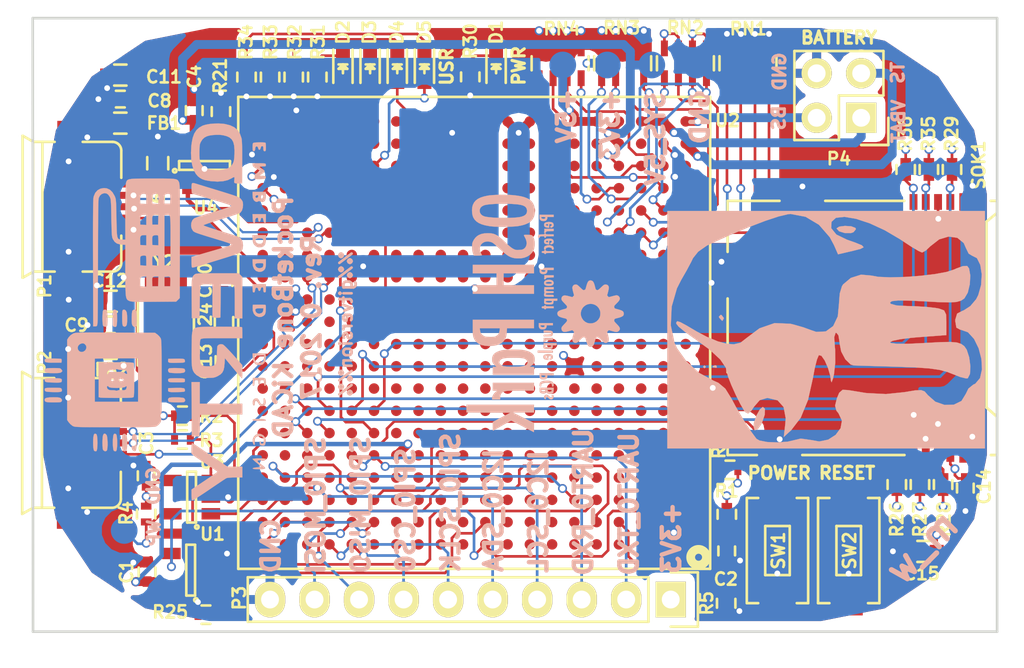
<source format=kicad_pcb>
(kicad_pcb (version 20171130) (host pcbnew 5.1.12-84ad8e8a86~92~ubuntu20.04.1)
  (layers (0 F.Cu signal) (31 B.Cu signal) (34 B.Paste user hide) (35 F.Paste user hide) (36 B.SilkS user hide) (37 F.SilkS user hide) (38 B.Mask user hide) (39 F.Mask user hide) (44 Edge.Cuts user))
  (net 0 "")
  (net 1 GND)
  (net 2 "Net-(U2-PadA2)")
  (net 3 "Net-(U2-PadA3)")
  (net 4 "Net-(U2-PadA4)")
  (net 5 "Net-(U2-PadA5)")
  (net 6 "Net-(U2-PadA6)")
  (net 7 "Net-(U2-PadA7)")
  (net 8 "Net-(U2-PadA8)")
  (net 9 "Net-(U2-PadA9)")
  (net 10 "Net-(C2-Pad1)")
  (net 11 "Net-(U2-PadA11)")
  (net 12 "Net-(U2-PadA12)")
  (net 13 "Net-(U2-PadA13)")
  (net 14 "Net-(U2-PadA14)")
  (net 15 "Net-(U2-PadA15)")
  (net 16 "Net-(U2-PadA18)")
  (net 17 "Net-(U2-PadA19)")
  (net 18 PMIC_PGOOD)
  (net 19 "Net-(U2-PadB2)")
  (net 20 "Net-(U2-PadB20)")
  (net 21 "Net-(U2-PadB3)")
  (net 22 "Net-(R5-Pad1)")
  (net 23 "Net-(U2-PadB1)")
  (net 24 "Net-(U2-PadB6)")
  (net 25 "Net-(U2-PadB7)")
  (net 26 "Net-(U2-PadB8)")
  (net 27 "Net-(U2-PadB9)")
  (net 28 TRSTN)
  (net 29 "Net-(U2-PadB11)")
  (net 30 "Net-(U2-PadB12)")
  (net 31 "Net-(U2-PadB13)")
  (net 32 "Net-(U2-PadB14)")
  (net 33 "Net-(U2-PadB18)")
  (net 34 "Net-(U2-PadC2)")
  (net 35 "Net-(U2-PadC3)")
  (net 36 "Net-(U2-PadC4)")
  (net 37 "Net-(U2-PadC1)")
  (net 38 "Net-(U2-PadC6)")
  (net 39 "Net-(U2-PadC7)")
  (net 40 "Net-(U2-PadC8)")
  (net 41 "Net-(U2-PadC9)")
  (net 42 "Net-(U2-PadC10)")
  (net 43 "Net-(U2-PadC11)")
  (net 44 "Net-(U2-PadC12)")
  (net 45 "Net-(U2-PadC13)")
  (net 46 "Net-(U2-PadC14)")
  (net 47 MMC0_CD)
  (net 48 I2C0_SCL)
  (net 49 I2C0_SDA)
  (net 50 "Net-(U2-PadC18)")
  (net 51 "Net-(U2-PadD2)")
  (net 52 "Net-(U2-PadD5)")
  (net 53 "Net-(U2-PadD3)")
  (net 54 "Net-(U2-PadD4)")
  (net 55 "Net-(U2-PadD1)")
  (net 56 "Net-(U2-PadD6)")
  (net 57 "Net-(U2-PadD7)")
  (net 58 "Net-(U2-PadD8)")
  (net 59 "Net-(U2-PadD9)")
  (net 60 VDD_1V8)
  (net 61 "Net-(U2-PadD11)")
  (net 62 "Net-(U2-PadD12)")
  (net 63 "Net-(U2-PadD13)")
  (net 64 "Net-(U2-PadD14)")
  (net 65 "Net-(U2-PadD15)")
  (net 66 "Net-(U2-PadD16)")
  (net 67 "Net-(U2-PadD17)")
  (net 68 "Net-(U2-PadD18)")
  (net 69 "Net-(SW1-Pad2)")
  (net 70 "Net-(U2-PadE2)")
  (net 71 "Net-(U2-PadE5)")
  (net 72 "Net-(U2-PadE3)")
  (net 73 "Net-(U2-PadE4)")
  (net 74 "Net-(U2-PadE1)")
  (net 75 "Net-(U2-PadE6)")
  (net 76 "Net-(U2-PadE7)")
  (net 77 "Net-(U2-PadE8)")
  (net 78 "Net-(U2-PadE10)")
  (net 79 "Net-(U2-PadE11)")
  (net 80 "Net-(U2-PadE12)")
  (net 81 "Net-(U2-PadE13)")
  (net 82 VDD_RTC)
  (net 83 "Net-(U2-PadE17)")
  (net 84 "Net-(U2-PadE18)")
  (net 85 "Net-(U2-PadE19)")
  (net 86 "Net-(U2-PadE20)")
  (net 87 "Net-(U2-PadF2)")
  (net 88 "Net-(U2-PadF5)")
  (net 89 "Net-(U2-PadF3)")
  (net 90 "Net-(U2-PadF4)")
  (net 91 "Net-(U2-PadF1)")
  (net 92 "Net-(U2-PadF6)")
  (net 93 "Net-(U2-PadF7)")
  (net 94 "Net-(U2-PadF8)")
  (net 95 "Net-(U2-PadF9)")
  (net 96 "Net-(U2-PadF10)")
  (net 97 "Net-(U2-PadF11)")
  (net 98 "Net-(U2-PadF12)")
  (net 99 "Net-(U2-PadF13)")
  (net 100 "Net-(U2-PadF14)")
  (net 101 USB1_DRVVBUS)
  (net 102 "Net-(U2-PadF16)")
  (net 103 MMC0_DAT3)
  (net 104 MMC0_DAT2)
  (net 105 "Net-(U2-PadF19)")
  (net 106 "Net-(U2-PadG2)")
  (net 107 "Net-(U2-PadG5)")
  (net 108 "Net-(U2-PadG3)")
  (net 109 "Net-(U2-PadG4)")
  (net 110 "Net-(U2-PadG1)")
  (net 111 "Net-(U2-PadG6)")
  (net 112 "Net-(U2-PadG7)")
  (net 113 "Net-(U2-PadG8)")
  (net 114 "Net-(U2-PadG9)")
  (net 115 "Net-(U2-PadG10)")
  (net 116 "Net-(U2-PadG11)")
  (net 117 "Net-(U2-PadG12)")
  (net 118 "Net-(U2-PadG13)")
  (net 119 "Net-(U2-PadG14)")
  (net 120 MMC0_DAT1)
  (net 121 MMC0_DAT0)
  (net 122 MMC0_CLK)
  (net 123 MMC0_CMD)
  (net 124 "Net-(U2-PadG19)")
  (net 125 "Net-(U2-PadH2)")
  (net 126 "Net-(U2-PadH5)")
  (net 127 "Net-(U2-PadH3)")
  (net 128 "Net-(U2-PadH4)")
  (net 129 "Net-(U2-PadH1)")
  (net 130 "Net-(U2-PadH6)")
  (net 131 "Net-(U2-PadH7)")
  (net 132 "Net-(U2-PadH8)")
  (net 133 "Net-(U2-PadH9)")
  (net 134 "Net-(U2-PadH10)")
  (net 135 "Net-(U2-PadH11)")
  (net 136 "Net-(U2-PadH12)")
  (net 137 "Net-(U2-PadH13)")
  (net 138 "Net-(U2-PadH14)")
  (net 139 "Net-(U2-PadH15)")
  (net 140 "Net-(U2-PadH16)")
  (net 141 "Net-(U2-PadH17)")
  (net 142 "Net-(U2-PadH18)")
  (net 143 "Net-(U2-PadH19)")
  (net 144 "Net-(U2-PadJ2)")
  (net 145 "Net-(U2-PadJ5)")
  (net 146 "Net-(U2-PadJ3)")
  (net 147 "Net-(U2-PadJ4)")
  (net 148 "Net-(U2-PadJ1)")
  (net 149 "Net-(U2-PadJ7)")
  (net 150 "Net-(U2-PadJ8)")
  (net 151 "Net-(U2-PadJ9)")
  (net 152 "Net-(U2-PadJ10)")
  (net 153 "Net-(U2-PadJ11)")
  (net 154 "Net-(U2-PadJ12)")
  (net 155 "Net-(U2-PadJ13)")
  (net 156 "Net-(U2-PadJ14)")
  (net 157 "Net-(U2-PadJ15)")
  (net 158 "Net-(U2-PadJ16)")
  (net 159 "Net-(U2-PadJ17)")
  (net 160 "Net-(U2-PadJ18)")
  (net 161 "Net-(U2-PadJ19)")
  (net 162 "Net-(U2-PadJ20)")
  (net 163 "Net-(U2-PadK2)")
  (net 164 "Net-(U2-PadK5)")
  (net 165 "Net-(U2-PadK3)")
  (net 166 "Net-(U2-PadK4)")
  (net 167 "Net-(U2-PadK1)")
  (net 168 "Net-(U2-PadK6)")
  (net 169 "Net-(U2-PadK7)")
  (net 170 "Net-(U2-PadK8)")
  (net 171 "Net-(U2-PadK9)")
  (net 172 "Net-(U2-PadK10)")
  (net 173 "Net-(U2-PadK11)")
  (net 174 "Net-(U2-PadK12)")
  (net 175 "Net-(U2-PadK13)")
  (net 176 "Net-(U2-PadK14)")
  (net 177 "Net-(U2-PadK15)")
  (net 178 "Net-(U2-PadK16)")
  (net 179 "Net-(U2-PadK17)")
  (net 180 "Net-(U2-PadK18)")
  (net 181 "Net-(U2-PadK19)")
  (net 182 "Net-(C13-Pad1)")
  (net 183 "Net-(U2-PadL13)")
  (net 184 "Net-(U2-PadL11)")
  (net 185 "Net-(U2-PadL12)")
  (net 186 "Net-(U2-PadL10)")
  (net 187 "Net-(U2-PadL8)")
  (net 188 "Net-(U2-PadL9)")
  (net 189 "Net-(U2-PadL7)")
  (net 190 "Net-(U2-PadL3)")
  (net 191 "Net-(U2-PadL1)")
  (net 192 "Net-(U2-PadL2)")
  (net 193 "Net-(U2-PadL4)")
  (net 194 "Net-(U2-PadL5)")
  (net 195 "Net-(U2-PadL6)")
  (net 196 "Net-(U2-PadL15)")
  (net 197 "Net-(U2-PadL16)")
  (net 198 "Net-(U2-PadL14)")
  (net 199 "Net-(U2-PadL17)")
  (net 200 "Net-(U2-PadL18)")
  (net 201 OSC0_GND)
  (net 202 "Net-(U2-PadM13)")
  (net 203 "Net-(U2-PadM11)")
  (net 204 "Net-(U2-PadM12)")
  (net 205 "Net-(U2-PadM8)")
  (net 206 "Net-(U2-PadM9)")
  (net 207 "Net-(U2-PadM7)")
  (net 208 "Net-(U2-PadM3)")
  (net 209 "Net-(U2-PadM1)")
  (net 210 "Net-(U2-PadM2)")
  (net 211 "Net-(U2-PadM4)")
  (net 212 "Net-(U2-PadM5)")
  (net 213 "Net-(U2-PadM6)")
  (net 214 "Net-(U2-PadM15)")
  (net 215 "Net-(U2-PadM16)")
  (net 216 "Net-(U2-PadM14)")
  (net 217 "Net-(U2-PadM17)")
  (net 218 "Net-(U2-PadM18)")
  (net 219 "Net-(C10-Pad1)")
  (net 220 "Net-(U2-PadN13)")
  (net 221 "Net-(U2-PadN11)")
  (net 222 "Net-(U2-PadN12)")
  (net 223 "Net-(U2-PadN10)")
  (net 224 "Net-(U2-PadN8)")
  (net 225 "Net-(U2-PadN9)")
  (net 226 "Net-(U2-PadN3)")
  (net 227 "Net-(U2-PadN1)")
  (net 228 "Net-(U2-PadN2)")
  (net 229 "Net-(U2-PadN4)")
  (net 230 "Net-(U2-PadN5)")
  (net 231 "Net-(U2-PadN6)")
  (net 232 "Net-(U2-PadN15)")
  (net 233 "Net-(U2-PadN16)")
  (net 234 "Net-(U2-PadN14)")
  (net 235 "Net-(U2-PadN19)")
  (net 236 "Net-(U2-PadN20)")
  (net 237 "Net-(U2-PadP13)")
  (net 238 "Net-(U2-PadP11)")
  (net 239 "Net-(U2-PadP12)")
  (net 240 "Net-(U2-PadP10)")
  (net 241 "Net-(U2-PadP8)")
  (net 242 "Net-(U2-PadP9)")
  (net 243 "Net-(U2-PadP7)")
  (net 244 "Net-(U2-PadP3)")
  (net 245 "Net-(U2-PadP1)")
  (net 246 "Net-(U2-PadP2)")
  (net 247 "Net-(U2-PadP4)")
  (net 248 "Net-(U2-PadP5)")
  (net 249 "Net-(U2-PadP6)")
  (net 250 USB0_VBUS)
  (net 251 USB0_ID)
  (net 252 "Net-(U2-PadP14)")
  (net 253 USB1_ID)
  (net 254 "Net-(U2-PadP18)")
  (net 255 "Net-(U2-PadP19)")
  (net 256 "Net-(U2-PadP20)")
  (net 257 "Net-(U2-PadR13)")
  (net 258 "Net-(U2-PadR11)")
  (net 259 "Net-(U2-PadR12)")
  (net 260 "Net-(U2-PadR10)")
  (net 261 "Net-(U2-PadR8)")
  (net 262 "Net-(U2-PadR9)")
  (net 263 "Net-(U2-PadR7)")
  (net 264 "Net-(U2-PadR5)")
  (net 265 "Net-(U2-PadR6)")
  (net 266 "Net-(U2-PadR15)")
  (net 267 "Net-(U2-PadR16)")
  (net 268 "Net-(U2-PadR14)")
  (net 269 "Net-(U2-PadR19)")
  (net 270 "Net-(U2-PadR20)")
  (net 271 "Net-(U2-PadT13)")
  (net 272 "Net-(U2-PadT11)")
  (net 273 "Net-(U2-PadT12)")
  (net 274 "Net-(U2-PadT10)")
  (net 275 "Net-(U2-PadT8)")
  (net 276 "Net-(U2-PadT9)")
  (net 277 "Net-(U2-PadT7)")
  (net 278 "Net-(U2-PadT6)")
  (net 279 USR2_LED)
  (net 280 "Net-(U2-PadT16)")
  (net 281 "Net-(U2-PadT14)")
  (net 282 "Net-(U2-PadT17)")
  (net 283 USB1_VBUS)
  (net 284 "Net-(U2-PadT19)")
  (net 285 "Net-(U2-PadT20)")
  (net 286 "Net-(U2-PadU13)")
  (net 287 "Net-(U2-PadU11)")
  (net 288 "Net-(U2-PadU12)")
  (net 289 "Net-(U2-PadU10)")
  (net 290 "Net-(U2-PadU8)")
  (net 291 "Net-(U2-PadU9)")
  (net 292 "Net-(U2-PadU7)")
  (net 293 "Net-(U2-PadU5)")
  (net 294 "Net-(U2-PadU6)")
  (net 295 USR1_LED)
  (net 296 "Net-(U2-PadU16)")
  (net 297 "Net-(U2-PadU14)")
  (net 298 "Net-(U2-PadU17)")
  (net 299 "Net-(U2-PadU18)")
  (net 300 "Net-(U2-PadU19)")
  (net 301 +3V3)
  (net 302 "Net-(U2-PadV13)")
  (net 303 "Net-(U2-PadV11)")
  (net 304 "Net-(U2-PadV12)")
  (net 305 "Net-(U2-PadV10)")
  (net 306 "Net-(U2-PadV8)")
  (net 307 "Net-(U2-PadV9)")
  (net 308 "Net-(U2-PadV7)")
  (net 309 "Net-(U2-PadV5)")
  (net 310 "Net-(U2-PadV6)")
  (net 311 USR0_LED)
  (net 312 USR3_LED)
  (net 313 "Net-(U2-PadV14)")
  (net 314 "Net-(U2-PadV17)")
  (net 315 "Net-(U2-PadV18)")
  (net 316 "Net-(U2-PadW10)")
  (net 317 "Net-(U2-PadW9)")
  (net 318 "Net-(U2-PadW8)")
  (net 319 SYS_5V)
  (net 320 "Net-(U2-PadW3)")
  (net 321 "Net-(U2-PadW5)")
  (net 322 "Net-(U2-PadW7)")
  (net 323 "Net-(U2-PadW6)")
  (net 324 "Net-(U2-PadW16)")
  (net 325 "Net-(U2-PadW15)")
  (net 326 "Net-(U2-PadW13)")
  (net 327 "Net-(U2-PadW14)")
  (net 328 "Net-(U2-PadW12)")
  (net 329 "Net-(U2-PadW19)")
  (net 330 "Net-(U2-PadW18)")
  (net 331 "Net-(U2-PadW17)")
  (net 332 "Net-(U2-PadY10)")
  (net 333 +5V)
  (net 334 "Net-(U2-PadY7)")
  (net 335 "Net-(U2-PadY16)")
  (net 336 "Net-(U2-PadY15)")
  (net 337 "Net-(U2-PadY13)")
  (net 338 "Net-(U2-PadY14)")
  (net 339 "Net-(U2-PadY12)")
  (net 340 3P3AUX)
  (net 341 "Net-(U2-PadY19)")
  (net 342 "Net-(U2-PadY17)")
  (net 343 "Net-(U2-PadY20)")
  (net 344 "Net-(R4-Pad2)")
  (net 345 "Net-(U4-Pad3)")
  (net 346 "Net-(U1-Pad1)")
  (net 347 "Net-(D1-Pad1)")
  (net 348 "Net-(D2-Pad1)")
  (net 349 "Net-(D3-Pad1)")
  (net 350 "Net-(D4-Pad1)")
  (net 351 "Net-(D5-Pad1)")
  (net 352 "Net-(FB1-Pad2)")
  (net 353 "Net-(FB2-Pad2)")
  (net 354 USB1_D_N)
  (net 355 USB1_D_P)
  (net 356 USB0_D_N)
  (net 357 USB0_D_P)
  (net 358 "Net-(U2-PadF20)")
  (net 359 "Net-(U2-PadG20)")
  (net 360 "Net-(U2-PadH20)")
  (net 361 UART0_TXD)
  (net 362 UART0_RXD)
  (net 363 SPI_CS0)
  (net 364 SPI_CLK)
  (net 365 SPI_MOSI)
  (net 366 SPI_MISO)
  (net 367 "Net-(RN1-Pad8)")
  (net 368 "Net-(RN1-Pad7)")
  (net 369 "Net-(RN1-Pad6)")
  (net 370 "Net-(RN1-Pad5)")
  (net 371 "Net-(RN2-Pad2)")
  (net 372 "Net-(RN2-Pad3)")
  (net 373 "Net-(RN2-Pad1)")
  (net 374 "Net-(RN2-Pad4)")
  (net 375 "Net-(RN3-Pad8)")
  (net 376 "Net-(RN3-Pad7)")
  (net 377 "Net-(RN3-Pad6)")
  (net 378 "Net-(RN3-Pad5)")
  (net 379 "Net-(RN4-Pad8)")
  (net 380 "Net-(RN4-Pad7)")
  (net 381 "Net-(RN4-Pad6)")
  (net 382 "Net-(RN4-Pad5)")
  (net 383 VBAT)
  (net 384 TS)
  (net 385 BAT_SENSE)
  (module Resistors_SMD:R_0402 (layer F.Cu) (at 145.72742 120.71858 180)
    (fp_text reference R37 (at 0.635 1.64592 270) (layer F.SilkS) (effects (font (size 0.7 0.7))))
    (fp_text value 10K)
    (pad 1 smd rect (at -0.45 0 180) (size 0.4 0.6) (layers F.Cu F.Paste F.Mask) (net 301 +3V3))
    (pad 2 smd rect (at 0.45 0 180) (size 0.4 0.6) (layers F.Cu F.Paste F.Mask) (net 47 MMC0_CD))
  )
  (module pocketbone-kicad:BGA-400-1-27mm (layer F.Cu) (at 131.13512 112.90554 90)
    (fp_text reference U2 (at 12.1158 14.4526 180) (layer F.SilkS) (effects (font (size 0.7 0.7))))
    (fp_text value OSD3358)
    (pad A1 smd circle (at -12.065 12.065 180) (size 0.6 0.6) (layers F.Cu F.Paste F.Mask) (net 1 GND))
    (pad A2 smd circle (at -12.065 10.795 180) (size 0.6 0.6) (layers F.Cu F.Paste F.Mask) (net 2 "Net-(U2-PadA2)"))
    (pad A3 smd circle (at -12.065 9.525 180) (size 0.6 0.6) (layers F.Cu F.Paste F.Mask) (net 3 "Net-(U2-PadA3)"))
    (pad A4 smd circle (at -12.065 8.255 180) (size 0.6 0.6) (layers F.Cu F.Paste F.Mask) (net 4 "Net-(U2-PadA4)"))
    (pad A5 smd circle (at -12.065 6.985 180) (size 0.6 0.6) (layers F.Cu F.Paste F.Mask) (net 5 "Net-(U2-PadA5)"))
    (pad A6 smd circle (at -12.065 5.715 180) (size 0.6 0.6) (layers F.Cu F.Paste F.Mask) (net 6 "Net-(U2-PadA6)"))
    (pad A7 smd circle (at -12.065 4.445 180) (size 0.6 0.6) (layers F.Cu F.Paste F.Mask) (net 7 "Net-(U2-PadA7)"))
    (pad A8 smd circle (at -12.065 3.175 180) (size 0.6 0.6) (layers F.Cu F.Paste F.Mask) (net 8 "Net-(U2-PadA8)"))
    (pad A9 smd circle (at -12.065 1.905 180) (size 0.6 0.6) (layers F.Cu F.Paste F.Mask) (net 9 "Net-(U2-PadA9)"))
    (pad A10 smd circle (at -12.065 0.635 180) (size 0.6 0.6) (layers F.Cu F.Paste F.Mask) (net 10 "Net-(C2-Pad1)"))
    (pad A11 smd circle (at -12.065 -0.635 180) (size 0.6 0.6) (layers F.Cu F.Paste F.Mask) (net 11 "Net-(U2-PadA11)"))
    (pad A12 smd circle (at -12.065 -1.905 180) (size 0.6 0.6) (layers F.Cu F.Paste F.Mask) (net 12 "Net-(U2-PadA12)"))
    (pad A13 smd circle (at -12.065 -3.175 180) (size 0.6 0.6) (layers F.Cu F.Paste F.Mask) (net 13 "Net-(U2-PadA13)"))
    (pad A14 smd circle (at -12.065 -4.445 180) (size 0.6 0.6) (layers F.Cu F.Paste F.Mask) (net 14 "Net-(U2-PadA14)"))
    (pad A15 smd circle (at -12.065 -5.715 180) (size 0.6 0.6) (layers F.Cu F.Paste F.Mask) (net 15 "Net-(U2-PadA15)"))
    (pad A16 smd circle (at -12.065 -6.985 180) (size 0.6 0.6) (layers F.Cu F.Paste F.Mask) (net 363 SPI_CS0))
    (pad A17 smd circle (at -12.065 -8.255 180) (size 0.6 0.6) (layers F.Cu F.Paste F.Mask) (net 364 SPI_CLK))
    (pad A18 smd circle (at -12.065 -9.525 180) (size 0.6 0.6) (layers F.Cu F.Paste F.Mask) (net 16 "Net-(U2-PadA18)"))
    (pad A19 smd circle (at -12.065 -10.795 180) (size 0.6 0.6) (layers F.Cu F.Paste F.Mask) (net 17 "Net-(U2-PadA19)"))
    (pad A20 smd circle (at -12.065 -12.065 180) (size 0.6 0.6) (layers F.Cu F.Paste F.Mask) (net 18 PMIC_PGOOD))
    (pad B2 smd circle (at -10.795 10.795 180) (size 0.6 0.6) (layers F.Cu F.Paste F.Mask) (net 19 "Net-(U2-PadB2)"))
    (pad B5 smd circle (at -10.795 6.985 180) (size 0.6 0.6) (layers F.Cu F.Paste F.Mask) (net 20 "Net-(U2-PadB20)"))
    (pad B3 smd circle (at -10.795 9.525 180) (size 0.6 0.6) (layers F.Cu F.Paste F.Mask) (net 21 "Net-(U2-PadB3)"))
    (pad B4 smd circle (at -10.795 8.255 180) (size 0.6 0.6) (layers F.Cu F.Paste F.Mask) (net 22 "Net-(R5-Pad1)"))
    (pad B1 smd circle (at -10.795 12.065 180) (size 0.6 0.6) (layers F.Cu F.Paste F.Mask) (net 23 "Net-(U2-PadB1)"))
    (pad B6 smd circle (at -10.795 5.715 180) (size 0.6 0.6) (layers F.Cu F.Paste F.Mask) (net 24 "Net-(U2-PadB6)"))
    (pad B7 smd circle (at -10.795 4.445 180) (size 0.6 0.6) (layers F.Cu F.Paste F.Mask) (net 25 "Net-(U2-PadB7)"))
    (pad B8 smd circle (at -10.795 3.175 180) (size 0.6 0.6) (layers F.Cu F.Paste F.Mask) (net 26 "Net-(U2-PadB8)"))
    (pad B9 smd circle (at -10.795 1.905 180) (size 0.6 0.6) (layers F.Cu F.Paste F.Mask) (net 27 "Net-(U2-PadB9)"))
    (pad B10 smd circle (at -10.795 0.635 180) (size 0.6 0.6) (layers F.Cu F.Paste F.Mask) (net 28 TRSTN))
    (pad B11 smd circle (at -10.795 -0.635 180) (size 0.6 0.6) (layers F.Cu F.Paste F.Mask) (net 29 "Net-(U2-PadB11)"))
    (pad B12 smd circle (at -10.795 -1.905 180) (size 0.6 0.6) (layers F.Cu F.Paste F.Mask) (net 30 "Net-(U2-PadB12)"))
    (pad B13 smd circle (at -10.795 -3.175 180) (size 0.6 0.6) (layers F.Cu F.Paste F.Mask) (net 31 "Net-(U2-PadB13)"))
    (pad B14 smd circle (at -10.795 -4.445 180) (size 0.6 0.6) (layers F.Cu F.Paste F.Mask) (net 32 "Net-(U2-PadB14)"))
    (pad B15 smd circle (at -10.795 -5.715 180) (size 0.6 0.6) (layers F.Cu F.Paste F.Mask) (net 18 PMIC_PGOOD))
    (pad B16 smd circle (at -10.795 -6.985 180) (size 0.6 0.6) (layers F.Cu F.Paste F.Mask) (net 365 SPI_MOSI))
    (pad B17 smd circle (at -10.795 -8.255 180) (size 0.6 0.6) (layers F.Cu F.Paste F.Mask) (net 366 SPI_MISO))
    (pad B18 smd circle (at -10.795 -9.525 180) (size 0.6 0.6) (layers F.Cu F.Paste F.Mask) (net 33 "Net-(U2-PadB18)"))
    (pad B19 smd circle (at -10.795 -10.795 180) (size 0.6 0.6) (layers F.Cu F.Paste F.Mask) (net 33 "Net-(U2-PadB18)"))
    (pad B20 smd circle (at -10.795 -12.065 180) (size 0.6 0.6) (layers F.Cu F.Paste F.Mask) (net 20 "Net-(U2-PadB20)"))
    (pad C2 smd circle (at -9.525 10.795 180) (size 0.6 0.6) (layers F.Cu F.Paste F.Mask) (net 34 "Net-(U2-PadC2)"))
    (pad C5 smd circle (at -9.525 6.985 180) (size 0.6 0.6) (layers F.Cu F.Paste F.Mask) (net 17 "Net-(U2-PadA19)"))
    (pad C3 smd circle (at -9.525 9.525 180) (size 0.6 0.6) (layers F.Cu F.Paste F.Mask) (net 35 "Net-(U2-PadC3)"))
    (pad C4 smd circle (at -9.525 8.255 180) (size 0.6 0.6) (layers F.Cu F.Paste F.Mask) (net 36 "Net-(U2-PadC4)"))
    (pad C1 smd circle (at -9.525 12.065 180) (size 0.6 0.6) (layers F.Cu F.Paste F.Mask) (net 37 "Net-(U2-PadC1)"))
    (pad C6 smd circle (at -9.525 5.715 180) (size 0.6 0.6) (layers F.Cu F.Paste F.Mask) (net 38 "Net-(U2-PadC6)"))
    (pad C7 smd circle (at -9.525 4.445 180) (size 0.6 0.6) (layers F.Cu F.Paste F.Mask) (net 39 "Net-(U2-PadC7)"))
    (pad C8 smd circle (at -9.525 3.175 180) (size 0.6 0.6) (layers F.Cu F.Paste F.Mask) (net 40 "Net-(U2-PadC8)"))
    (pad C9 smd circle (at -9.525 1.905 180) (size 0.6 0.6) (layers F.Cu F.Paste F.Mask) (net 41 "Net-(U2-PadC9)"))
    (pad C10 smd circle (at -9.525 0.635 180) (size 0.6 0.6) (layers F.Cu F.Paste F.Mask) (net 42 "Net-(U2-PadC10)"))
    (pad C11 smd circle (at -9.525 -0.635 180) (size 0.6 0.6) (layers F.Cu F.Paste F.Mask) (net 43 "Net-(U2-PadC11)"))
    (pad C12 smd circle (at -9.525 -1.905 180) (size 0.6 0.6) (layers F.Cu F.Paste F.Mask) (net 44 "Net-(U2-PadC12)"))
    (pad C13 smd circle (at -9.525 -3.175 180) (size 0.6 0.6) (layers F.Cu F.Paste F.Mask) (net 45 "Net-(U2-PadC13)"))
    (pad C14 smd circle (at -9.525 -4.445 180) (size 0.6 0.6) (layers F.Cu F.Paste F.Mask) (net 46 "Net-(U2-PadC14)"))
    (pad C15 smd circle (at -9.525 -5.715 180) (size 0.6 0.6) (layers F.Cu F.Paste F.Mask) (net 47 MMC0_CD))
    (pad C16 smd circle (at -9.525 -6.985 180) (size 0.6 0.6) (layers F.Cu F.Paste F.Mask) (net 48 I2C0_SCL))
    (pad C17 smd circle (at -9.525 -8.255 180) (size 0.6 0.6) (layers F.Cu F.Paste F.Mask) (net 49 I2C0_SDA))
    (pad C18 smd circle (at -9.525 -9.525 180) (size 0.6 0.6) (layers F.Cu F.Paste F.Mask) (net 50 "Net-(U2-PadC18)"))
    (pad C19 smd circle (at -9.525 -10.795 180) (size 0.6 0.6) (layers F.Cu F.Paste F.Mask) (net 49 I2C0_SDA))
    (pad C20 smd circle (at -9.525 -12.065 180) (size 0.6 0.6) (layers F.Cu F.Paste F.Mask) (net 48 I2C0_SCL))
    (pad D2 smd circle (at -8.255 10.795 180) (size 0.6 0.6) (layers F.Cu F.Paste F.Mask) (net 51 "Net-(U2-PadD2)"))
    (pad D5 smd circle (at -8.255 6.985 180) (size 0.6 0.6) (layers F.Cu F.Paste F.Mask) (net 52 "Net-(U2-PadD5)"))
    (pad D3 smd circle (at -8.255 9.525 180) (size 0.6 0.6) (layers F.Cu F.Paste F.Mask) (net 53 "Net-(U2-PadD3)"))
    (pad D4 smd circle (at -8.255 8.255 180) (size 0.6 0.6) (layers F.Cu F.Paste F.Mask) (net 54 "Net-(U2-PadD4)"))
    (pad D1 smd circle (at -8.255 12.065 180) (size 0.6 0.6) (layers F.Cu F.Paste F.Mask) (net 55 "Net-(U2-PadD1)"))
    (pad D6 smd circle (at -8.255 5.715 180) (size 0.6 0.6) (layers F.Cu F.Paste F.Mask) (net 56 "Net-(U2-PadD6)"))
    (pad D7 smd circle (at -8.255 4.445 180) (size 0.6 0.6) (layers F.Cu F.Paste F.Mask) (net 57 "Net-(U2-PadD7)"))
    (pad D8 smd circle (at -8.255 3.175 180) (size 0.6 0.6) (layers F.Cu F.Paste F.Mask) (net 58 "Net-(U2-PadD8)"))
    (pad D9 smd circle (at -8.255 1.905 180) (size 0.6 0.6) (layers F.Cu F.Paste F.Mask) (net 59 "Net-(U2-PadD9)"))
    (pad D10 smd circle (at -8.255 0.635 180) (size 0.6 0.6) (layers F.Cu F.Paste F.Mask) (net 60 VDD_1V8))
    (pad D11 smd circle (at -8.255 -0.635 180) (size 0.6 0.6) (layers F.Cu F.Paste F.Mask) (net 61 "Net-(U2-PadD11)"))
    (pad D12 smd circle (at -8.255 -1.905 180) (size 0.6 0.6) (layers F.Cu F.Paste F.Mask) (net 62 "Net-(U2-PadD12)"))
    (pad D13 smd circle (at -8.255 -3.175 180) (size 0.6 0.6) (layers F.Cu F.Paste F.Mask) (net 63 "Net-(U2-PadD13)"))
    (pad D14 smd circle (at -8.255 -4.445 180) (size 0.6 0.6) (layers F.Cu F.Paste F.Mask) (net 64 "Net-(U2-PadD14)"))
    (pad D15 smd circle (at -8.255 -5.715 180) (size 0.6 0.6) (layers F.Cu F.Paste F.Mask) (net 65 "Net-(U2-PadD15)"))
    (pad D16 smd circle (at -8.255 -6.985 180) (size 0.6 0.6) (layers F.Cu F.Paste F.Mask) (net 66 "Net-(U2-PadD16)"))
    (pad D17 smd circle (at -8.255 -8.255 180) (size 0.6 0.6) (layers F.Cu F.Paste F.Mask) (net 67 "Net-(U2-PadD17)"))
    (pad D18 smd circle (at -8.255 -9.525 180) (size 0.6 0.6) (layers F.Cu F.Paste F.Mask) (net 68 "Net-(U2-PadD18)"))
    (pad D19 smd circle (at -8.255 -10.795 180) (size 0.6 0.6) (layers F.Cu F.Paste F.Mask) (net 38 "Net-(U2-PadC6)"))
    (pad D20 smd circle (at -8.255 -12.065 180) (size 0.6 0.6) (layers F.Cu F.Paste F.Mask) (net 69 "Net-(SW1-Pad2)"))
    (pad E2 smd circle (at -6.985 10.795 180) (size 0.6 0.6) (layers F.Cu F.Paste F.Mask) (net 70 "Net-(U2-PadE2)"))
    (pad E5 smd circle (at -6.985 6.985 180) (size 0.6 0.6) (layers F.Cu F.Paste F.Mask) (net 71 "Net-(U2-PadE5)"))
    (pad E3 smd circle (at -6.985 9.525 180) (size 0.6 0.6) (layers F.Cu F.Paste F.Mask) (net 72 "Net-(U2-PadE3)"))
    (pad E4 smd circle (at -6.985 8.255 180) (size 0.6 0.6) (layers F.Cu F.Paste F.Mask) (net 73 "Net-(U2-PadE4)"))
    (pad E1 smd circle (at -6.985 12.065 180) (size 0.6 0.6) (layers F.Cu F.Paste F.Mask) (net 74 "Net-(U2-PadE1)"))
    (pad E6 smd circle (at -6.985 5.715 180) (size 0.6 0.6) (layers F.Cu F.Paste F.Mask) (net 75 "Net-(U2-PadE6)"))
    (pad E7 smd circle (at -6.985 4.445 180) (size 0.6 0.6) (layers F.Cu F.Paste F.Mask) (net 76 "Net-(U2-PadE7)"))
    (pad E8 smd circle (at -6.985 3.175 180) (size 0.6 0.6) (layers F.Cu F.Paste F.Mask) (net 77 "Net-(U2-PadE8)"))
    (pad E9 smd circle (at -6.985 1.905 180) (size 0.6 0.6) (layers F.Cu F.Paste F.Mask) (net 60 VDD_1V8))
    (pad E10 smd circle (at -6.985 0.635 180) (size 0.6 0.6) (layers F.Cu F.Paste F.Mask) (net 78 "Net-(U2-PadE10)"))
    (pad E11 smd circle (at -6.985 -0.635 180) (size 0.6 0.6) (layers F.Cu F.Paste F.Mask) (net 79 "Net-(U2-PadE11)"))
    (pad E12 smd circle (at -6.985 -1.905 180) (size 0.6 0.6) (layers F.Cu F.Paste F.Mask) (net 80 "Net-(U2-PadE12)"))
    (pad E13 smd circle (at -6.985 -3.175 180) (size 0.6 0.6) (layers F.Cu F.Paste F.Mask) (net 81 "Net-(U2-PadE13)"))
    (pad E14 smd circle (at -6.985 -4.445 180) (size 0.6 0.6) (layers F.Cu F.Paste F.Mask) (net 82 VDD_RTC))
    (pad E15 smd circle (at -6.985 -5.715 180) (size 0.6 0.6) (layers F.Cu F.Paste F.Mask) (net 362 UART0_RXD))
    (pad E16 smd circle (at -6.985 -6.985 180) (size 0.6 0.6) (layers F.Cu F.Paste F.Mask) (net 361 UART0_TXD))
    (pad E17 smd circle (at -6.985 -8.255 180) (size 0.6 0.6) (layers F.Cu F.Paste F.Mask) (net 83 "Net-(U2-PadE17)"))
    (pad E18 smd circle (at -6.985 -9.525 180) (size 0.6 0.6) (layers F.Cu F.Paste F.Mask) (net 84 "Net-(U2-PadE18)"))
    (pad E19 smd circle (at -6.985 -10.795 180) (size 0.6 0.6) (layers F.Cu F.Paste F.Mask) (net 85 "Net-(U2-PadE19)"))
    (pad E20 smd circle (at -6.985 -12.065 180) (size 0.6 0.6) (layers F.Cu F.Paste F.Mask) (net 86 "Net-(U2-PadE20)"))
    (pad F2 smd circle (at -5.715 10.795 180) (size 0.6 0.6) (layers F.Cu F.Paste F.Mask) (net 87 "Net-(U2-PadF2)"))
    (pad F5 smd circle (at -5.715 6.985 180) (size 0.6 0.6) (layers F.Cu F.Paste F.Mask) (net 88 "Net-(U2-PadF5)"))
    (pad F3 smd circle (at -5.715 9.525 180) (size 0.6 0.6) (layers F.Cu F.Paste F.Mask) (net 89 "Net-(U2-PadF3)"))
    (pad F4 smd circle (at -5.715 8.255 180) (size 0.6 0.6) (layers F.Cu F.Paste F.Mask) (net 90 "Net-(U2-PadF4)"))
    (pad F1 smd circle (at -5.715 12.065 180) (size 0.6 0.6) (layers F.Cu F.Paste F.Mask) (net 91 "Net-(U2-PadF1)"))
    (pad F6 smd circle (at -5.715 5.715 180) (size 0.6 0.6) (layers F.Cu F.Paste F.Mask) (net 92 "Net-(U2-PadF6)"))
    (pad F7 smd circle (at -5.715 4.445 180) (size 0.6 0.6) (layers F.Cu F.Paste F.Mask) (net 93 "Net-(U2-PadF7)"))
    (pad F8 smd circle (at -5.715 3.175 180) (size 0.6 0.6) (layers F.Cu F.Paste F.Mask) (net 94 "Net-(U2-PadF8)"))
    (pad F9 smd circle (at -5.715 1.905 180) (size 0.6 0.6) (layers F.Cu F.Paste F.Mask) (net 95 "Net-(U2-PadF9)"))
    (pad F10 smd circle (at -5.715 0.635 180) (size 0.6 0.6) (layers F.Cu F.Paste F.Mask) (net 96 "Net-(U2-PadF10)"))
    (pad F11 smd circle (at -5.715 -0.635 180) (size 0.6 0.6) (layers F.Cu F.Paste F.Mask) (net 97 "Net-(U2-PadF11)"))
    (pad F12 smd circle (at -5.715 -1.905 180) (size 0.6 0.6) (layers F.Cu F.Paste F.Mask) (net 98 "Net-(U2-PadF12)"))
    (pad F13 smd circle (at -5.715 -3.175 180) (size 0.6 0.6) (layers F.Cu F.Paste F.Mask) (net 99 "Net-(U2-PadF13)"))
    (pad F14 smd circle (at -5.715 -4.445 180) (size 0.6 0.6) (layers F.Cu F.Paste F.Mask) (net 100 "Net-(U2-PadF14)"))
    (pad F15 smd circle (at -5.715 -5.715 180) (size 0.6 0.6) (layers F.Cu F.Paste F.Mask) (net 101 USB1_DRVVBUS))
    (pad F16 smd circle (at -5.715 -6.985 180) (size 0.6 0.6) (layers F.Cu F.Paste F.Mask) (net 102 "Net-(U2-PadF16)"))
    (pad F17 smd circle (at -5.715 -8.255 180) (size 0.6 0.6) (layers F.Cu F.Paste F.Mask) (net 103 MMC0_DAT3))
    (pad F18 smd circle (at -5.715 -9.525 180) (size 0.6 0.6) (layers F.Cu F.Paste F.Mask) (net 104 MMC0_DAT2))
    (pad F19 smd circle (at -5.715 -10.795 180) (size 0.6 0.6) (layers F.Cu F.Paste F.Mask) (net 105 "Net-(U2-PadF19)"))
    (pad F20 smd circle (at -5.715 -12.065 180) (size 0.6 0.6) (layers F.Cu F.Paste F.Mask) (net 358 "Net-(U2-PadF20)"))
    (pad G2 smd circle (at -4.445 10.795 180) (size 0.6 0.6) (layers F.Cu F.Paste F.Mask) (net 106 "Net-(U2-PadG2)"))
    (pad G5 smd circle (at -4.445 6.985 180) (size 0.6 0.6) (layers F.Cu F.Paste F.Mask) (net 107 "Net-(U2-PadG5)"))
    (pad G3 smd circle (at -4.445 9.525 180) (size 0.6 0.6) (layers F.Cu F.Paste F.Mask) (net 108 "Net-(U2-PadG3)"))
    (pad G4 smd circle (at -4.445 8.255 180) (size 0.6 0.6) (layers F.Cu F.Paste F.Mask) (net 109 "Net-(U2-PadG4)"))
    (pad G1 smd circle (at -4.445 12.065 180) (size 0.6 0.6) (layers F.Cu F.Paste F.Mask) (net 110 "Net-(U2-PadG1)"))
    (pad G6 smd circle (at -4.445 5.715 180) (size 0.6 0.6) (layers F.Cu F.Paste F.Mask) (net 111 "Net-(U2-PadG6)"))
    (pad G7 smd circle (at -4.445 4.445 180) (size 0.6 0.6) (layers F.Cu F.Paste F.Mask) (net 112 "Net-(U2-PadG7)"))
    (pad G8 smd circle (at -4.445 3.175 180) (size 0.6 0.6) (layers F.Cu F.Paste F.Mask) (net 113 "Net-(U2-PadG8)"))
    (pad G9 smd circle (at -4.445 1.905 180) (size 0.6 0.6) (layers F.Cu F.Paste F.Mask) (net 114 "Net-(U2-PadG9)"))
    (pad G10 smd circle (at -4.445 0.635 180) (size 0.6 0.6) (layers F.Cu F.Paste F.Mask) (net 115 "Net-(U2-PadG10)"))
    (pad G11 smd circle (at -4.445 -0.635 180) (size 0.6 0.6) (layers F.Cu F.Paste F.Mask) (net 116 "Net-(U2-PadG11)"))
    (pad G12 smd circle (at -4.445 -1.905 180) (size 0.6 0.6) (layers F.Cu F.Paste F.Mask) (net 117 "Net-(U2-PadG12)"))
    (pad G13 smd circle (at -4.445 -3.175 180) (size 0.6 0.6) (layers F.Cu F.Paste F.Mask) (net 118 "Net-(U2-PadG13)"))
    (pad G14 smd circle (at -4.445 -4.445 180) (size 0.6 0.6) (layers F.Cu F.Paste F.Mask) (net 119 "Net-(U2-PadG14)"))
    (pad G15 smd circle (at -4.445 -5.715 180) (size 0.6 0.6) (layers F.Cu F.Paste F.Mask) (net 120 MMC0_DAT1))
    (pad G16 smd circle (at -4.445 -6.985 180) (size 0.6 0.6) (layers F.Cu F.Paste F.Mask) (net 121 MMC0_DAT0))
    (pad G17 smd circle (at -4.445 -8.255 180) (size 0.6 0.6) (layers F.Cu F.Paste F.Mask) (net 122 MMC0_CLK))
    (pad G18 smd circle (at -4.445 -9.525 180) (size 0.6 0.6) (layers F.Cu F.Paste F.Mask) (net 123 MMC0_CMD))
    (pad G19 smd circle (at -4.445 -10.795 180) (size 0.6 0.6) (layers F.Cu F.Paste F.Mask) (net 124 "Net-(U2-PadG19)"))
    (pad G20 smd circle (at -4.445 -12.065 180) (size 0.6 0.6) (layers F.Cu F.Paste F.Mask) (net 359 "Net-(U2-PadG20)"))
    (pad H2 smd circle (at -3.175 10.795 180) (size 0.6 0.6) (layers F.Cu F.Paste F.Mask) (net 125 "Net-(U2-PadH2)"))
    (pad H5 smd circle (at -3.175 6.985 180) (size 0.6 0.6) (layers F.Cu F.Paste F.Mask) (net 126 "Net-(U2-PadH5)"))
    (pad H3 smd circle (at -3.175 9.525 180) (size 0.6 0.6) (layers F.Cu F.Paste F.Mask) (net 127 "Net-(U2-PadH3)"))
    (pad H4 smd circle (at -3.175 8.255 180) (size 0.6 0.6) (layers F.Cu F.Paste F.Mask) (net 128 "Net-(U2-PadH4)"))
    (pad H1 smd circle (at -3.175 12.065 180) (size 0.6 0.6) (layers F.Cu F.Paste F.Mask) (net 129 "Net-(U2-PadH1)"))
    (pad H6 smd circle (at -3.175 5.715 180) (size 0.6 0.6) (layers F.Cu F.Paste F.Mask) (net 130 "Net-(U2-PadH6)"))
    (pad H7 smd circle (at -3.175 4.445 180) (size 0.6 0.6) (layers F.Cu F.Paste F.Mask) (net 131 "Net-(U2-PadH7)"))
    (pad H8 smd circle (at -3.175 3.175 180) (size 0.6 0.6) (layers F.Cu F.Paste F.Mask) (net 132 "Net-(U2-PadH8)"))
    (pad H9 smd circle (at -3.175 1.905 180) (size 0.6 0.6) (layers F.Cu F.Paste F.Mask) (net 133 "Net-(U2-PadH9)"))
    (pad H10 smd circle (at -3.175 0.635 180) (size 0.6 0.6) (layers F.Cu F.Paste F.Mask) (net 134 "Net-(U2-PadH10)"))
    (pad H11 smd circle (at -3.175 -0.635 180) (size 0.6 0.6) (layers F.Cu F.Paste F.Mask) (net 135 "Net-(U2-PadH11)"))
    (pad H12 smd circle (at -3.175 -1.905 180) (size 0.6 0.6) (layers F.Cu F.Paste F.Mask) (net 136 "Net-(U2-PadH12)"))
    (pad H13 smd circle (at -3.175 -3.175 180) (size 0.6 0.6) (layers F.Cu F.Paste F.Mask) (net 137 "Net-(U2-PadH13)"))
    (pad H14 smd circle (at -3.175 -4.445 180) (size 0.6 0.6) (layers F.Cu F.Paste F.Mask) (net 138 "Net-(U2-PadH14)"))
    (pad H15 smd circle (at -3.175 -5.715 180) (size 0.6 0.6) (layers F.Cu F.Paste F.Mask) (net 139 "Net-(U2-PadH15)"))
    (pad H16 smd circle (at -3.175 -6.985 180) (size 0.6 0.6) (layers F.Cu F.Paste F.Mask) (net 140 "Net-(U2-PadH16)"))
    (pad H17 smd circle (at -3.175 -8.255 180) (size 0.6 0.6) (layers F.Cu F.Paste F.Mask) (net 141 "Net-(U2-PadH17)"))
    (pad H18 smd circle (at -3.175 -9.525 180) (size 0.6 0.6) (layers F.Cu F.Paste F.Mask) (net 142 "Net-(U2-PadH18)"))
    (pad H19 smd circle (at -3.175 -10.795 180) (size 0.6 0.6) (layers F.Cu F.Paste F.Mask) (net 143 "Net-(U2-PadH19)"))
    (pad H20 smd circle (at -3.175 -12.065 180) (size 0.6 0.6) (layers F.Cu F.Paste F.Mask) (net 360 "Net-(U2-PadH20)"))
    (pad J2 smd circle (at -1.905 10.795 180) (size 0.6 0.6) (layers F.Cu F.Paste F.Mask) (net 144 "Net-(U2-PadJ2)"))
    (pad J5 smd circle (at -1.905 6.985 180) (size 0.6 0.6) (layers F.Cu F.Paste F.Mask) (net 145 "Net-(U2-PadJ5)"))
    (pad J3 smd circle (at -1.905 9.525 180) (size 0.6 0.6) (layers F.Cu F.Paste F.Mask) (net 146 "Net-(U2-PadJ3)"))
    (pad J4 smd circle (at -1.905 8.255 180) (size 0.6 0.6) (layers F.Cu F.Paste F.Mask) (net 147 "Net-(U2-PadJ4)"))
    (pad J1 smd circle (at -1.905 12.065 180) (size 0.6 0.6) (layers F.Cu F.Paste F.Mask) (net 148 "Net-(U2-PadJ1)"))
    (pad J6 smd circle (at -1.905 5.715 180) (size 0.6 0.6) (layers F.Cu F.Paste F.Mask) (net 1 GND))
    (pad J7 smd circle (at -1.905 4.445 180) (size 0.6 0.6) (layers F.Cu F.Paste F.Mask) (net 149 "Net-(U2-PadJ7)"))
    (pad J8 smd circle (at -1.905 3.175 180) (size 0.6 0.6) (layers F.Cu F.Paste F.Mask) (net 150 "Net-(U2-PadJ8)"))
    (pad J9 smd circle (at -1.905 1.905 180) (size 0.6 0.6) (layers F.Cu F.Paste F.Mask) (net 151 "Net-(U2-PadJ9)"))
    (pad J10 smd circle (at -1.905 0.635 180) (size 0.6 0.6) (layers F.Cu F.Paste F.Mask) (net 152 "Net-(U2-PadJ10)"))
    (pad J11 smd circle (at -1.905 -0.635 180) (size 0.6 0.6) (layers F.Cu F.Paste F.Mask) (net 153 "Net-(U2-PadJ11)"))
    (pad J12 smd circle (at -1.905 -1.905 180) (size 0.6 0.6) (layers F.Cu F.Paste F.Mask) (net 154 "Net-(U2-PadJ12)"))
    (pad J13 smd circle (at -1.905 -3.175 180) (size 0.6 0.6) (layers F.Cu F.Paste F.Mask) (net 155 "Net-(U2-PadJ13)"))
    (pad J14 smd circle (at -1.905 -4.445 180) (size 0.6 0.6) (layers F.Cu F.Paste F.Mask) (net 156 "Net-(U2-PadJ14)"))
    (pad J15 smd circle (at -1.905 -5.715 180) (size 0.6 0.6) (layers F.Cu F.Paste F.Mask) (net 157 "Net-(U2-PadJ15)"))
    (pad J16 smd circle (at -1.905 -6.985 180) (size 0.6 0.6) (layers F.Cu F.Paste F.Mask) (net 158 "Net-(U2-PadJ16)"))
    (pad J17 smd circle (at -1.905 -8.255 180) (size 0.6 0.6) (layers F.Cu F.Paste F.Mask) (net 159 "Net-(U2-PadJ17)"))
    (pad J18 smd circle (at -1.905 -9.525 180) (size 0.6 0.6) (layers F.Cu F.Paste F.Mask) (net 160 "Net-(U2-PadJ18)"))
    (pad J19 smd circle (at -1.905 -10.795 180) (size 0.6 0.6) (layers F.Cu F.Paste F.Mask) (net 161 "Net-(U2-PadJ19)"))
    (pad J20 smd circle (at -1.905 -12.065 180) (size 0.6 0.6) (layers F.Cu F.Paste F.Mask) (net 162 "Net-(U2-PadJ20)"))
    (pad K2 smd circle (at -0.635 10.795 180) (size 0.6 0.6) (layers F.Cu F.Paste F.Mask) (net 163 "Net-(U2-PadK2)"))
    (pad K5 smd circle (at -0.635 6.985 180) (size 0.6 0.6) (layers F.Cu F.Paste F.Mask) (net 164 "Net-(U2-PadK5)"))
    (pad K3 smd circle (at -0.635 9.525 180) (size 0.6 0.6) (layers F.Cu F.Paste F.Mask) (net 165 "Net-(U2-PadK3)"))
    (pad K4 smd circle (at -0.635 8.255 180) (size 0.6 0.6) (layers F.Cu F.Paste F.Mask) (net 166 "Net-(U2-PadK4)"))
    (pad K1 smd circle (at -0.635 12.065 180) (size 0.6 0.6) (layers F.Cu F.Paste F.Mask) (net 167 "Net-(U2-PadK1)"))
    (pad K6 smd circle (at -0.635 5.715 180) (size 0.6 0.6) (layers F.Cu F.Paste F.Mask) (net 168 "Net-(U2-PadK6)"))
    (pad K7 smd circle (at -0.635 4.445 180) (size 0.6 0.6) (layers F.Cu F.Paste F.Mask) (net 169 "Net-(U2-PadK7)"))
    (pad K8 smd circle (at -0.635 3.175 180) (size 0.6 0.6) (layers F.Cu F.Paste F.Mask) (net 170 "Net-(U2-PadK8)"))
    (pad K9 smd circle (at -0.635 1.905 180) (size 0.6 0.6) (layers F.Cu F.Paste F.Mask) (net 171 "Net-(U2-PadK9)"))
    (pad K10 smd circle (at -0.635 0.635 180) (size 0.6 0.6) (layers F.Cu F.Paste F.Mask) (net 172 "Net-(U2-PadK10)"))
    (pad K11 smd circle (at -0.635 -0.635 180) (size 0.6 0.6) (layers F.Cu F.Paste F.Mask) (net 173 "Net-(U2-PadK11)"))
    (pad K12 smd circle (at -0.635 -1.905 180) (size 0.6 0.6) (layers F.Cu F.Paste F.Mask) (net 174 "Net-(U2-PadK12)"))
    (pad K13 smd circle (at -0.635 -3.175 180) (size 0.6 0.6) (layers F.Cu F.Paste F.Mask) (net 175 "Net-(U2-PadK13)"))
    (pad K14 smd circle (at -0.635 -4.445 180) (size 0.6 0.6) (layers F.Cu F.Paste F.Mask) (net 176 "Net-(U2-PadK14)"))
    (pad K15 smd circle (at -0.635 -5.715 180) (size 0.6 0.6) (layers F.Cu F.Paste F.Mask) (net 177 "Net-(U2-PadK15)"))
    (pad K16 smd circle (at -0.635 -6.985 180) (size 0.6 0.6) (layers F.Cu F.Paste F.Mask) (net 178 "Net-(U2-PadK16)"))
    (pad K17 smd circle (at -0.635 -8.255 180) (size 0.6 0.6) (layers F.Cu F.Paste F.Mask) (net 179 "Net-(U2-PadK17)"))
    (pad K18 smd circle (at -0.635 -9.525 180) (size 0.6 0.6) (layers F.Cu F.Paste F.Mask) (net 180 "Net-(U2-PadK18)"))
    (pad K19 smd circle (at -0.635 -10.795 180) (size 0.6 0.6) (layers F.Cu F.Paste F.Mask) (net 181 "Net-(U2-PadK19)"))
    (pad K20 smd circle (at -0.635 -12.065 180) (size 0.6 0.6) (layers F.Cu F.Paste F.Mask) (net 182 "Net-(C13-Pad1)"))
    (pad L13 smd circle (at 0.635 -3.175 180) (size 0.6 0.6) (layers F.Cu F.Paste F.Mask) (net 183 "Net-(U2-PadL13)"))
    (pad L11 smd circle (at 0.635 -0.635 180) (size 0.6 0.6) (layers F.Cu F.Paste F.Mask) (net 184 "Net-(U2-PadL11)"))
    (pad L12 smd circle (at 0.635 -1.905 180) (size 0.6 0.6) (layers F.Cu F.Paste F.Mask) (net 185 "Net-(U2-PadL12)"))
    (pad L10 smd circle (at 0.635 0.635 180) (size 0.6 0.6) (layers F.Cu F.Paste F.Mask) (net 186 "Net-(U2-PadL10)"))
    (pad L8 smd circle (at 0.635 3.175 180) (size 0.6 0.6) (layers F.Cu F.Paste F.Mask) (net 187 "Net-(U2-PadL8)"))
    (pad L9 smd circle (at 0.635 1.905 180) (size 0.6 0.6) (layers F.Cu F.Paste F.Mask) (net 188 "Net-(U2-PadL9)"))
    (pad L7 smd circle (at 0.635 4.445 180) (size 0.6 0.6) (layers F.Cu F.Paste F.Mask) (net 189 "Net-(U2-PadL7)"))
    (pad L3 smd circle (at 0.635 9.525 180) (size 0.6 0.6) (layers F.Cu F.Paste F.Mask) (net 190 "Net-(U2-PadL3)"))
    (pad L1 smd circle (at 0.635 12.065 180) (size 0.6 0.6) (layers F.Cu F.Paste F.Mask) (net 191 "Net-(U2-PadL1)"))
    (pad L2 smd circle (at 0.635 10.795 180) (size 0.6 0.6) (layers F.Cu F.Paste F.Mask) (net 192 "Net-(U2-PadL2)"))
    (pad L4 smd circle (at 0.635 8.255 180) (size 0.6 0.6) (layers F.Cu F.Paste F.Mask) (net 193 "Net-(U2-PadL4)"))
    (pad L5 smd circle (at 0.635 6.985 180) (size 0.6 0.6) (layers F.Cu F.Paste F.Mask) (net 194 "Net-(U2-PadL5)"))
    (pad L6 smd circle (at 0.635 5.715 180) (size 0.6 0.6) (layers F.Cu F.Paste F.Mask) (net 195 "Net-(U2-PadL6)"))
    (pad L15 smd circle (at 0.635 -5.715 180) (size 0.6 0.6) (layers F.Cu F.Paste F.Mask) (net 196 "Net-(U2-PadL15)"))
    (pad L16 smd circle (at 0.635 -6.985 180) (size 0.6 0.6) (layers F.Cu F.Paste F.Mask) (net 197 "Net-(U2-PadL16)"))
    (pad L14 smd circle (at 0.635 -4.445 180) (size 0.6 0.6) (layers F.Cu F.Paste F.Mask) (net 198 "Net-(U2-PadL14)"))
    (pad L17 smd circle (at 0.635 -8.255 180) (size 0.6 0.6) (layers F.Cu F.Paste F.Mask) (net 199 "Net-(U2-PadL17)"))
    (pad L18 smd circle (at 0.635 -9.525 180) (size 0.6 0.6) (layers F.Cu F.Paste F.Mask) (net 200 "Net-(U2-PadL18)"))
    (pad L19 smd circle (at 0.635 -10.795 180) (size 0.6 0.6) (layers F.Cu F.Paste F.Mask) (net 1 GND))
    (pad L20 smd circle (at 0.635 -12.065 180) (size 0.6 0.6) (layers F.Cu F.Paste F.Mask) (net 201 OSC0_GND))
    (pad M13 smd circle (at 1.905 -3.175 180) (size 0.6 0.6) (layers F.Cu F.Paste F.Mask) (net 202 "Net-(U2-PadM13)"))
    (pad M11 smd circle (at 1.905 -0.635 180) (size 0.6 0.6) (layers F.Cu F.Paste F.Mask) (net 203 "Net-(U2-PadM11)"))
    (pad M12 smd circle (at 1.905 -1.905 180) (size 0.6 0.6) (layers F.Cu F.Paste F.Mask) (net 204 "Net-(U2-PadM12)"))
    (pad M10 smd circle (at 1.905 0.635 180) (size 0.6 0.6) (layers F.Cu F.Paste F.Mask) (net 1 GND))
    (pad M8 smd circle (at 1.905 3.175 180) (size 0.6 0.6) (layers F.Cu F.Paste F.Mask) (net 205 "Net-(U2-PadM8)"))
    (pad M9 smd circle (at 1.905 1.905 180) (size 0.6 0.6) (layers F.Cu F.Paste F.Mask) (net 206 "Net-(U2-PadM9)"))
    (pad M7 smd circle (at 1.905 4.445 180) (size 0.6 0.6) (layers F.Cu F.Paste F.Mask) (net 207 "Net-(U2-PadM7)"))
    (pad M3 smd circle (at 1.905 9.525 180) (size 0.6 0.6) (layers F.Cu F.Paste F.Mask) (net 208 "Net-(U2-PadM3)"))
    (pad M1 smd circle (at 1.905 12.065 180) (size 0.6 0.6) (layers F.Cu F.Paste F.Mask) (net 209 "Net-(U2-PadM1)"))
    (pad M2 smd circle (at 1.905 10.795 180) (size 0.6 0.6) (layers F.Cu F.Paste F.Mask) (net 210 "Net-(U2-PadM2)"))
    (pad M4 smd circle (at 1.905 8.255 180) (size 0.6 0.6) (layers F.Cu F.Paste F.Mask) (net 211 "Net-(U2-PadM4)"))
    (pad M5 smd circle (at 1.905 6.985 180) (size 0.6 0.6) (layers F.Cu F.Paste F.Mask) (net 212 "Net-(U2-PadM5)"))
    (pad M6 smd circle (at 1.905 5.715 180) (size 0.6 0.6) (layers F.Cu F.Paste F.Mask) (net 213 "Net-(U2-PadM6)"))
    (pad M15 smd circle (at 1.905 -5.715 180) (size 0.6 0.6) (layers F.Cu F.Paste F.Mask) (net 214 "Net-(U2-PadM15)"))
    (pad M16 smd circle (at 1.905 -6.985 180) (size 0.6 0.6) (layers F.Cu F.Paste F.Mask) (net 215 "Net-(U2-PadM16)"))
    (pad M14 smd circle (at 1.905 -4.445 180) (size 0.6 0.6) (layers F.Cu F.Paste F.Mask) (net 216 "Net-(U2-PadM14)"))
    (pad M17 smd circle (at 1.905 -8.255 180) (size 0.6 0.6) (layers F.Cu F.Paste F.Mask) (net 217 "Net-(U2-PadM17)"))
    (pad M18 smd circle (at 1.905 -9.525 180) (size 0.6 0.6) (layers F.Cu F.Paste F.Mask) (net 218 "Net-(U2-PadM18)"))
    (pad M19 smd circle (at 1.905 -10.795 180) (size 0.6 0.6) (layers F.Cu F.Paste F.Mask) (net 1 GND))
    (pad M20 smd circle (at 1.905 -12.065 180) (size 0.6 0.6) (layers F.Cu F.Paste F.Mask) (net 219 "Net-(C10-Pad1)"))
    (pad N13 smd circle (at 3.175 -3.175 180) (size 0.6 0.6) (layers F.Cu F.Paste F.Mask) (net 220 "Net-(U2-PadN13)"))
    (pad N11 smd circle (at 3.175 -0.635 180) (size 0.6 0.6) (layers F.Cu F.Paste F.Mask) (net 221 "Net-(U2-PadN11)"))
    (pad N12 smd circle (at 3.175 -1.905 180) (size 0.6 0.6) (layers F.Cu F.Paste F.Mask) (net 222 "Net-(U2-PadN12)"))
    (pad N10 smd circle (at 3.175 0.635 180) (size 0.6 0.6) (layers F.Cu F.Paste F.Mask) (net 223 "Net-(U2-PadN10)"))
    (pad N8 smd circle (at 3.175 3.175 180) (size 0.6 0.6) (layers F.Cu F.Paste F.Mask) (net 224 "Net-(U2-PadN8)"))
    (pad N9 smd circle (at 3.175 1.905 180) (size 0.6 0.6) (layers F.Cu F.Paste F.Mask) (net 225 "Net-(U2-PadN9)"))
    (pad N7 smd circle (at 3.175 4.445 180) (size 0.6 0.6) (layers F.Cu F.Paste F.Mask) (net 1 GND))
    (pad N3 smd circle (at 3.175 9.525 180) (size 0.6 0.6) (layers F.Cu F.Paste F.Mask) (net 226 "Net-(U2-PadN3)"))
    (pad N1 smd circle (at 3.175 12.065 180) (size 0.6 0.6) (layers F.Cu F.Paste F.Mask) (net 227 "Net-(U2-PadN1)"))
    (pad N2 smd circle (at 3.175 10.795 180) (size 0.6 0.6) (layers F.Cu F.Paste F.Mask) (net 228 "Net-(U2-PadN2)"))
    (pad N4 smd circle (at 3.175 8.255 180) (size 0.6 0.6) (layers F.Cu F.Paste F.Mask) (net 229 "Net-(U2-PadN4)"))
    (pad N5 smd circle (at 3.175 6.985 180) (size 0.6 0.6) (layers F.Cu F.Paste F.Mask) (net 230 "Net-(U2-PadN5)"))
    (pad N6 smd circle (at 3.175 5.715 180) (size 0.6 0.6) (layers F.Cu F.Paste F.Mask) (net 231 "Net-(U2-PadN6)"))
    (pad N15 smd circle (at 3.175 -5.715 180) (size 0.6 0.6) (layers F.Cu F.Paste F.Mask) (net 232 "Net-(U2-PadN15)"))
    (pad N16 smd circle (at 3.175 -6.985 180) (size 0.6 0.6) (layers F.Cu F.Paste F.Mask) (net 233 "Net-(U2-PadN16)"))
    (pad N14 smd circle (at 3.175 -4.445 180) (size 0.6 0.6) (layers F.Cu F.Paste F.Mask) (net 234 "Net-(U2-PadN14)"))
    (pad N17 smd circle (at 3.175 -8.255 180) (size 0.6 0.6) (layers F.Cu F.Paste F.Mask) (net 357 USB0_D_P))
    (pad N18 smd circle (at 3.175 -9.525 180) (size 0.6 0.6) (layers F.Cu F.Paste F.Mask) (net 356 USB0_D_N))
    (pad N19 smd circle (at 3.175 -10.795 180) (size 0.6 0.6) (layers F.Cu F.Paste F.Mask) (net 235 "Net-(U2-PadN19)"))
    (pad N20 smd circle (at 3.175 -12.065 180) (size 0.6 0.6) (layers F.Cu F.Paste F.Mask) (net 236 "Net-(U2-PadN20)"))
    (pad P13 smd circle (at 4.445 -3.175 180) (size 0.6 0.6) (layers F.Cu F.Paste F.Mask) (net 237 "Net-(U2-PadP13)"))
    (pad P11 smd circle (at 4.445 -0.635 180) (size 0.6 0.6) (layers F.Cu F.Paste F.Mask) (net 238 "Net-(U2-PadP11)"))
    (pad P12 smd circle (at 4.445 -1.905 180) (size 0.6 0.6) (layers F.Cu F.Paste F.Mask) (net 239 "Net-(U2-PadP12)"))
    (pad P10 smd circle (at 4.445 0.635 180) (size 0.6 0.6) (layers F.Cu F.Paste F.Mask) (net 240 "Net-(U2-PadP10)"))
    (pad P8 smd circle (at 4.445 3.175 180) (size 0.6 0.6) (layers F.Cu F.Paste F.Mask) (net 241 "Net-(U2-PadP8)"))
    (pad P9 smd circle (at 4.445 1.905 180) (size 0.6 0.6) (layers F.Cu F.Paste F.Mask) (net 242 "Net-(U2-PadP9)"))
    (pad P7 smd circle (at 4.445 4.445 180) (size 0.6 0.6) (layers F.Cu F.Paste F.Mask) (net 243 "Net-(U2-PadP7)"))
    (pad P3 smd circle (at 4.445 9.525 180) (size 0.6 0.6) (layers F.Cu F.Paste F.Mask) (net 244 "Net-(U2-PadP3)"))
    (pad P1 smd circle (at 4.445 12.065 180) (size 0.6 0.6) (layers F.Cu F.Paste F.Mask) (net 245 "Net-(U2-PadP1)"))
    (pad P2 smd circle (at 4.445 10.795 180) (size 0.6 0.6) (layers F.Cu F.Paste F.Mask) (net 246 "Net-(U2-PadP2)"))
    (pad P4 smd circle (at 4.445 8.255 180) (size 0.6 0.6) (layers F.Cu F.Paste F.Mask) (net 247 "Net-(U2-PadP4)"))
    (pad P5 smd circle (at 4.445 6.985 180) (size 0.6 0.6) (layers F.Cu F.Paste F.Mask) (net 248 "Net-(U2-PadP5)"))
    (pad P6 smd circle (at 4.445 5.715 180) (size 0.6 0.6) (layers F.Cu F.Paste F.Mask) (net 249 "Net-(U2-PadP6)"))
    (pad P15 smd circle (at 4.445 -5.715 180) (size 0.6 0.6) (layers F.Cu F.Paste F.Mask) (net 250 USB0_VBUS))
    (pad P16 smd circle (at 4.445 -6.985 180) (size 0.6 0.6) (layers F.Cu F.Paste F.Mask) (net 251 USB0_ID))
    (pad P14 smd circle (at 4.445 -4.445 180) (size 0.6 0.6) (layers F.Cu F.Paste F.Mask) (net 252 "Net-(U2-PadP14)"))
    (pad P17 smd circle (at 4.445 -8.255 180) (size 0.6 0.6) (layers F.Cu F.Paste F.Mask) (net 253 USB1_ID))
    (pad P18 smd circle (at 4.445 -9.525 180) (size 0.6 0.6) (layers F.Cu F.Paste F.Mask) (net 254 "Net-(U2-PadP18)"))
    (pad P19 smd circle (at 4.445 -10.795 180) (size 0.6 0.6) (layers F.Cu F.Paste F.Mask) (net 255 "Net-(U2-PadP19)"))
    (pad P20 smd circle (at 4.445 -12.065 180) (size 0.6 0.6) (layers F.Cu F.Paste F.Mask) (net 256 "Net-(U2-PadP20)"))
    (pad R13 smd circle (at 5.715 -3.175 180) (size 0.6 0.6) (layers F.Cu F.Paste F.Mask) (net 257 "Net-(U2-PadR13)"))
    (pad R11 smd circle (at 5.715 -0.635 180) (size 0.6 0.6) (layers F.Cu F.Paste F.Mask) (net 258 "Net-(U2-PadR11)"))
    (pad R12 smd circle (at 5.715 -1.905 180) (size 0.6 0.6) (layers F.Cu F.Paste F.Mask) (net 259 "Net-(U2-PadR12)"))
    (pad R10 smd circle (at 5.715 0.635 180) (size 0.6 0.6) (layers F.Cu F.Paste F.Mask) (net 260 "Net-(U2-PadR10)"))
    (pad R8 smd circle (at 5.715 3.175 180) (size 0.6 0.6) (layers F.Cu F.Paste F.Mask) (net 261 "Net-(U2-PadR8)"))
    (pad R9 smd circle (at 5.715 1.905 180) (size 0.6 0.6) (layers F.Cu F.Paste F.Mask) (net 262 "Net-(U2-PadR9)"))
    (pad R7 smd circle (at 5.715 4.445 180) (size 0.6 0.6) (layers F.Cu F.Paste F.Mask) (net 263 "Net-(U2-PadR7)"))
    (pad R3 smd circle (at 5.715 9.525 180) (size 0.6 0.6) (layers F.Cu F.Paste F.Mask) (net 369 "Net-(RN1-Pad6)"))
    (pad R1 smd circle (at 5.715 12.065 180) (size 0.6 0.6) (layers F.Cu F.Paste F.Mask) (net 367 "Net-(RN1-Pad8)"))
    (pad R2 smd circle (at 5.715 10.795 180) (size 0.6 0.6) (layers F.Cu F.Paste F.Mask) (net 368 "Net-(RN1-Pad7)"))
    (pad R4 smd circle (at 5.715 8.255 180) (size 0.6 0.6) (layers F.Cu F.Paste F.Mask) (net 373 "Net-(RN2-Pad1)"))
    (pad R5 smd circle (at 5.715 6.985 180) (size 0.6 0.6) (layers F.Cu F.Paste F.Mask) (net 264 "Net-(U2-PadR5)"))
    (pad R6 smd circle (at 5.715 5.715 180) (size 0.6 0.6) (layers F.Cu F.Paste F.Mask) (net 265 "Net-(U2-PadR6)"))
    (pad R15 smd circle (at 5.715 -5.715 180) (size 0.6 0.6) (layers F.Cu F.Paste F.Mask) (net 266 "Net-(U2-PadR15)"))
    (pad R16 smd circle (at 5.715 -6.985 180) (size 0.6 0.6) (layers F.Cu F.Paste F.Mask) (net 267 "Net-(U2-PadR16)"))
    (pad R14 smd circle (at 5.715 -4.445 180) (size 0.6 0.6) (layers F.Cu F.Paste F.Mask) (net 268 "Net-(U2-PadR14)"))
    (pad R17 smd circle (at 5.715 -8.255 180) (size 0.6 0.6) (layers F.Cu F.Paste F.Mask) (net 355 USB1_D_P))
    (pad R18 smd circle (at 5.715 -9.525 180) (size 0.6 0.6) (layers F.Cu F.Paste F.Mask) (net 354 USB1_D_N))
    (pad R19 smd circle (at 5.715 -10.795 180) (size 0.6 0.6) (layers F.Cu F.Paste F.Mask) (net 269 "Net-(U2-PadR19)"))
    (pad R20 smd circle (at 5.715 -12.065 180) (size 0.6 0.6) (layers F.Cu F.Paste F.Mask) (net 270 "Net-(U2-PadR20)"))
    (pad T13 smd circle (at 6.985 -3.175 180) (size 0.6 0.6) (layers F.Cu F.Paste F.Mask) (net 271 "Net-(U2-PadT13)"))
    (pad T11 smd circle (at 6.985 -0.635 180) (size 0.6 0.6) (layers F.Cu F.Paste F.Mask) (net 272 "Net-(U2-PadT11)"))
    (pad T12 smd circle (at 6.985 -1.905 180) (size 0.6 0.6) (layers F.Cu F.Paste F.Mask) (net 273 "Net-(U2-PadT12)"))
    (pad T10 smd circle (at 6.985 0.635 180) (size 0.6 0.6) (layers F.Cu F.Paste F.Mask) (net 274 "Net-(U2-PadT10)"))
    (pad T8 smd circle (at 6.985 3.175 180) (size 0.6 0.6) (layers F.Cu F.Paste F.Mask) (net 275 "Net-(U2-PadT8)"))
    (pad T9 smd circle (at 6.985 1.905 180) (size 0.6 0.6) (layers F.Cu F.Paste F.Mask) (net 276 "Net-(U2-PadT9)"))
    (pad T7 smd circle (at 6.985 4.445 180) (size 0.6 0.6) (layers F.Cu F.Paste F.Mask) (net 277 "Net-(U2-PadT7)"))
    (pad T3 smd circle (at 6.985 9.525 180) (size 0.6 0.6) (layers F.Cu F.Paste F.Mask) (net 370 "Net-(RN1-Pad5)"))
    (pad T1 smd circle (at 6.985 12.065 180) (size 0.6 0.6) (layers F.Cu F.Paste F.Mask) (net 371 "Net-(RN2-Pad2)"))
    (pad T2 smd circle (at 6.985 10.795 180) (size 0.6 0.6) (layers F.Cu F.Paste F.Mask) (net 372 "Net-(RN2-Pad3)"))
    (pad T4 smd circle (at 6.985 8.255 180) (size 0.6 0.6) (layers F.Cu F.Paste F.Mask) (net 375 "Net-(RN3-Pad8)"))
    (pad T5 smd circle (at 6.985 6.985 180) (size 0.6 0.6) (layers F.Cu F.Paste F.Mask) (net 382 "Net-(RN4-Pad5)"))
    (pad T6 smd circle (at 6.985 5.715 180) (size 0.6 0.6) (layers F.Cu F.Paste F.Mask) (net 278 "Net-(U2-PadT6)"))
    (pad T15 smd circle (at 6.985 -5.715 180) (size 0.6 0.6) (layers F.Cu F.Paste F.Mask) (net 279 USR2_LED))
    (pad T16 smd circle (at 6.985 -6.985 180) (size 0.6 0.6) (layers F.Cu F.Paste F.Mask) (net 280 "Net-(U2-PadT16)"))
    (pad T14 smd circle (at 6.985 -4.445 180) (size 0.6 0.6) (layers F.Cu F.Paste F.Mask) (net 281 "Net-(U2-PadT14)"))
    (pad T17 smd circle (at 6.985 -8.255 180) (size 0.6 0.6) (layers F.Cu F.Paste F.Mask) (net 282 "Net-(U2-PadT17)"))
    (pad T18 smd circle (at 6.985 -9.525 180) (size 0.6 0.6) (layers F.Cu F.Paste F.Mask) (net 283 USB1_VBUS))
    (pad T19 smd circle (at 6.985 -10.795 180) (size 0.6 0.6) (layers F.Cu F.Paste F.Mask) (net 284 "Net-(U2-PadT19)"))
    (pad T20 smd circle (at 6.985 -12.065 180) (size 0.6 0.6) (layers F.Cu F.Paste F.Mask) (net 285 "Net-(U2-PadT20)"))
    (pad U13 smd circle (at 8.255 -3.175 180) (size 0.6 0.6) (layers F.Cu F.Paste F.Mask) (net 286 "Net-(U2-PadU13)"))
    (pad U11 smd circle (at 8.255 -0.635 180) (size 0.6 0.6) (layers F.Cu F.Paste F.Mask) (net 287 "Net-(U2-PadU11)"))
    (pad U12 smd circle (at 8.255 -1.905 180) (size 0.6 0.6) (layers F.Cu F.Paste F.Mask) (net 288 "Net-(U2-PadU12)"))
    (pad U10 smd circle (at 8.255 0.635 180) (size 0.6 0.6) (layers F.Cu F.Paste F.Mask) (net 289 "Net-(U2-PadU10)"))
    (pad U8 smd circle (at 8.255 3.175 180) (size 0.6 0.6) (layers F.Cu F.Paste F.Mask) (net 290 "Net-(U2-PadU8)"))
    (pad U9 smd circle (at 8.255 1.905 180) (size 0.6 0.6) (layers F.Cu F.Paste F.Mask) (net 291 "Net-(U2-PadU9)"))
    (pad U7 smd circle (at 8.255 4.445 180) (size 0.6 0.6) (layers F.Cu F.Paste F.Mask) (net 292 "Net-(U2-PadU7)"))
    (pad U3 smd circle (at 8.255 9.525 180) (size 0.6 0.6) (layers F.Cu F.Paste F.Mask) (net 378 "Net-(RN3-Pad5)"))
    (pad U1 smd circle (at 8.255 12.065 180) (size 0.6 0.6) (layers F.Cu F.Paste F.Mask) (net 376 "Net-(RN3-Pad7)"))
    (pad U2 smd circle (at 8.255 10.795 180) (size 0.6 0.6) (layers F.Cu F.Paste F.Mask) (net 377 "Net-(RN3-Pad6)"))
    (pad U4 smd circle (at 8.255 8.255 180) (size 0.6 0.6) (layers F.Cu F.Paste F.Mask) (net 379 "Net-(RN4-Pad8)"))
    (pad U5 smd circle (at 8.255 6.985 180) (size 0.6 0.6) (layers F.Cu F.Paste F.Mask) (net 293 "Net-(U2-PadU5)"))
    (pad U6 smd circle (at 8.255 5.715 180) (size 0.6 0.6) (layers F.Cu F.Paste F.Mask) (net 294 "Net-(U2-PadU6)"))
    (pad U15 smd circle (at 8.255 -5.715 180) (size 0.6 0.6) (layers F.Cu F.Paste F.Mask) (net 295 USR1_LED))
    (pad U16 smd circle (at 8.255 -6.985 180) (size 0.6 0.6) (layers F.Cu F.Paste F.Mask) (net 296 "Net-(U2-PadU16)"))
    (pad U14 smd circle (at 8.255 -4.445 180) (size 0.6 0.6) (layers F.Cu F.Paste F.Mask) (net 297 "Net-(U2-PadU14)"))
    (pad U17 smd circle (at 8.255 -8.255 180) (size 0.6 0.6) (layers F.Cu F.Paste F.Mask) (net 298 "Net-(U2-PadU17)"))
    (pad U18 smd circle (at 8.255 -9.525 180) (size 0.6 0.6) (layers F.Cu F.Paste F.Mask) (net 299 "Net-(U2-PadU18)"))
    (pad U19 smd circle (at 8.255 -10.795 180) (size 0.6 0.6) (layers F.Cu F.Paste F.Mask) (net 300 "Net-(U2-PadU19)"))
    (pad U20 smd circle (at 8.255 -12.065 180) (size 0.6 0.6) (layers F.Cu F.Paste F.Mask) (net 301 +3V3))
    (pad V13 smd circle (at 9.525 -3.175 180) (size 0.6 0.6) (layers F.Cu F.Paste F.Mask) (net 302 "Net-(U2-PadV13)"))
    (pad V11 smd circle (at 9.525 -0.635 180) (size 0.6 0.6) (layers F.Cu F.Paste F.Mask) (net 303 "Net-(U2-PadV11)"))
    (pad V12 smd circle (at 9.525 -1.905 180) (size 0.6 0.6) (layers F.Cu F.Paste F.Mask) (net 304 "Net-(U2-PadV12)"))
    (pad V10 smd circle (at 9.525 0.635 180) (size 0.6 0.6) (layers F.Cu F.Paste F.Mask) (net 305 "Net-(U2-PadV10)"))
    (pad V8 smd circle (at 9.525 3.175 180) (size 0.6 0.6) (layers F.Cu F.Paste F.Mask) (net 306 "Net-(U2-PadV8)"))
    (pad V9 smd circle (at 9.525 1.905 180) (size 0.6 0.6) (layers F.Cu F.Paste F.Mask) (net 307 "Net-(U2-PadV9)"))
    (pad V7 smd circle (at 9.525 4.445 180) (size 0.6 0.6) (layers F.Cu F.Paste F.Mask) (net 308 "Net-(U2-PadV7)"))
    (pad V3 smd circle (at 9.525 9.525 180) (size 0.6 0.6) (layers F.Cu F.Paste F.Mask) (net 381 "Net-(RN4-Pad6)"))
    (pad V1 smd circle (at 9.525 12.065 180) (size 0.6 0.6) (layers F.Cu F.Paste F.Mask) (net 1 GND))
    (pad V2 smd circle (at 9.525 10.795 180) (size 0.6 0.6) (layers F.Cu F.Paste F.Mask) (net 380 "Net-(RN4-Pad7)"))
    (pad V4 smd circle (at 9.525 8.255 180) (size 0.6 0.6) (layers F.Cu F.Paste F.Mask) (net 374 "Net-(RN2-Pad4)"))
    (pad V5 smd circle (at 9.525 6.985 180) (size 0.6 0.6) (layers F.Cu F.Paste F.Mask) (net 309 "Net-(U2-PadV5)"))
    (pad V6 smd circle (at 9.525 5.715 180) (size 0.6 0.6) (layers F.Cu F.Paste F.Mask) (net 310 "Net-(U2-PadV6)"))
    (pad V15 smd circle (at 9.525 -5.715 180) (size 0.6 0.6) (layers F.Cu F.Paste F.Mask) (net 311 USR0_LED))
    (pad V16 smd circle (at 9.525 -6.985 180) (size 0.6 0.6) (layers F.Cu F.Paste F.Mask) (net 312 USR3_LED))
    (pad V14 smd circle (at 9.525 -4.445 180) (size 0.6 0.6) (layers F.Cu F.Paste F.Mask) (net 313 "Net-(U2-PadV14)"))
    (pad V17 smd circle (at 9.525 -8.255 180) (size 0.6 0.6) (layers F.Cu F.Paste F.Mask) (net 314 "Net-(U2-PadV17)"))
    (pad V18 smd circle (at 9.525 -9.525 180) (size 0.6 0.6) (layers F.Cu F.Paste F.Mask) (net 315 "Net-(U2-PadV18)"))
    (pad V19 smd circle (at 9.525 -10.795 180) (size 0.6 0.6) (layers F.Cu F.Paste F.Mask) (net 1 GND))
    (pad V20 smd circle (at 9.525 -12.065 180) (size 0.6 0.6) (layers F.Cu F.Paste F.Mask) (net 301 +3V3))
    (pad W10 smd circle (at 10.795 0.635 180) (size 0.6 0.6) (layers F.Cu F.Paste F.Mask) (net 316 "Net-(U2-PadW10)"))
    (pad W9 smd circle (at 10.795 1.905 180) (size 0.6 0.6) (layers F.Cu F.Paste F.Mask) (net 317 "Net-(U2-PadW9)"))
    (pad W8 smd circle (at 10.795 3.175 180) (size 0.6 0.6) (layers F.Cu F.Paste F.Mask) (net 318 "Net-(U2-PadW8)"))
    (pad W1 smd circle (at 10.795 12.065 180) (size 0.6 0.6) (layers F.Cu F.Paste F.Mask) (net 384 TS))
    (pad W2 smd circle (at 10.795 10.795 180) (size 0.6 0.6) (layers F.Cu F.Paste F.Mask) (net 1 GND))
    (pad W4 smd circle (at 10.795 8.255 180) (size 0.6 0.6) (layers F.Cu F.Paste F.Mask) (net 319 SYS_5V))
    (pad W3 smd circle (at 10.795 9.525 180) (size 0.6 0.6) (layers F.Cu F.Paste F.Mask) (net 320 "Net-(U2-PadW3)"))
    (pad W5 smd circle (at 10.795 6.985 180) (size 0.6 0.6) (layers F.Cu F.Paste F.Mask) (net 321 "Net-(U2-PadW5)"))
    (pad W7 smd circle (at 10.795 4.445 180) (size 0.6 0.6) (layers F.Cu F.Paste F.Mask) (net 322 "Net-(U2-PadW7)"))
    (pad W6 smd circle (at 10.795 5.715 180) (size 0.6 0.6) (layers F.Cu F.Paste F.Mask) (net 323 "Net-(U2-PadW6)"))
    (pad W16 smd circle (at 10.795 -6.985 180) (size 0.6 0.6) (layers F.Cu F.Paste F.Mask) (net 324 "Net-(U2-PadW16)"))
    (pad W15 smd circle (at 10.795 -5.715 180) (size 0.6 0.6) (layers F.Cu F.Paste F.Mask) (net 325 "Net-(U2-PadW15)"))
    (pad W13 smd circle (at 10.795 -3.175 180) (size 0.6 0.6) (layers F.Cu F.Paste F.Mask) (net 326 "Net-(U2-PadW13)"))
    (pad W14 smd circle (at 10.795 -4.445 180) (size 0.6 0.6) (layers F.Cu F.Paste F.Mask) (net 327 "Net-(U2-PadW14)"))
    (pad W12 smd circle (at 10.795 -1.905 180) (size 0.6 0.6) (layers F.Cu F.Paste F.Mask) (net 328 "Net-(U2-PadW12)"))
    (pad W11 smd circle (at 10.795 -0.635 180) (size 0.6 0.6) (layers F.Cu F.Paste F.Mask) (net 1 GND))
    (pad W19 smd circle (at 10.795 -10.795 180) (size 0.6 0.6) (layers F.Cu F.Paste F.Mask) (net 329 "Net-(U2-PadW19)"))
    (pad W18 smd circle (at 10.795 -9.525 180) (size 0.6 0.6) (layers F.Cu F.Paste F.Mask) (net 330 "Net-(U2-PadW18)"))
    (pad W17 smd circle (at 10.795 -8.255 180) (size 0.6 0.6) (layers F.Cu F.Paste F.Mask) (net 331 "Net-(U2-PadW17)"))
    (pad W20 smd circle (at 10.795 -12.065 180) (size 0.6 0.6) (layers F.Cu F.Paste F.Mask) (net 1 GND))
    (pad Y10 smd circle (at 12.065 0.635 180) (size 0.6 0.6) (layers F.Cu F.Paste F.Mask) (net 332 "Net-(U2-PadY10)"))
    (pad Y9 smd circle (at 12.065 1.905 180) (size 0.6 0.6) (layers F.Cu F.Paste F.Mask) (net 250 USB0_VBUS))
    (pad Y8 smd circle (at 12.065 3.175 180) (size 0.6 0.6) (layers F.Cu F.Paste F.Mask) (net 250 USB0_VBUS))
    (pad Y1 smd circle (at 12.065 12.065 180) (size 0.6 0.6) (layers F.Cu F.Paste F.Mask) (net 385 BAT_SENSE))
    (pad Y2 smd circle (at 12.065 10.795 180) (size 0.6 0.6) (layers F.Cu F.Paste F.Mask) (net 383 VBAT))
    (pad Y4 smd circle (at 12.065 8.255 180) (size 0.6 0.6) (layers F.Cu F.Paste F.Mask) (net 319 SYS_5V))
    (pad Y3 smd circle (at 12.065 9.525 180) (size 0.6 0.6) (layers F.Cu F.Paste F.Mask) (net 383 VBAT))
    (pad Y5 smd circle (at 12.065 6.985 180) (size 0.6 0.6) (layers F.Cu F.Paste F.Mask) (net 333 +5V))
    (pad Y7 smd circle (at 12.065 4.445 180) (size 0.6 0.6) (layers F.Cu F.Paste F.Mask) (net 334 "Net-(U2-PadY7)"))
    (pad Y6 smd circle (at 12.065 5.715 180) (size 0.6 0.6) (layers F.Cu F.Paste F.Mask) (net 333 +5V))
    (pad Y16 smd circle (at 12.065 -6.985 180) (size 0.6 0.6) (layers F.Cu F.Paste F.Mask) (net 335 "Net-(U2-PadY16)"))
    (pad Y15 smd circle (at 12.065 -5.715 180) (size 0.6 0.6) (layers F.Cu F.Paste F.Mask) (net 336 "Net-(U2-PadY15)"))
    (pad Y13 smd circle (at 12.065 -3.175 180) (size 0.6 0.6) (layers F.Cu F.Paste F.Mask) (net 337 "Net-(U2-PadY13)"))
    (pad Y14 smd circle (at 12.065 -4.445 180) (size 0.6 0.6) (layers F.Cu F.Paste F.Mask) (net 338 "Net-(U2-PadY14)"))
    (pad Y12 smd circle (at 12.065 -1.905 180) (size 0.6 0.6) (layers F.Cu F.Paste F.Mask) (net 339 "Net-(U2-PadY12)"))
    (pad Y11 smd circle (at 12.065 -0.635 180) (size 0.6 0.6) (layers F.Cu F.Paste F.Mask) (net 340 3P3AUX))
    (pad Y19 smd circle (at 12.065 -10.795 180) (size 0.6 0.6) (layers F.Cu F.Paste F.Mask) (net 341 "Net-(U2-PadY19)"))
    (pad Y18 smd circle (at 12.065 -9.525 180) (size 0.6 0.6) (layers F.Cu F.Paste F.Mask) (net 1 GND))
    (pad Y17 smd circle (at 12.065 -8.255 180) (size 0.6 0.6) (layers F.Cu F.Paste F.Mask) (net 342 "Net-(U2-PadY17)"))
    (pad Y20 smd circle (at 12.065 -12.065 180) (size 0.6 0.6) (layers F.Cu F.Paste F.Mask) (net 343 "Net-(U2-PadY20)"))
  )
  (module SOT-23-5 (layer F.Cu) (at 115.0112 122.2756 180)
    (fp_text reference U3 (at -1.1684 2.0066 180) (layer F.SilkS) (effects (font (size 0.7 0.7))))
    (fp_text value 24LC32AT-I/OT)
    (pad 1 smd rect (at -1.1 -0.95 180) (size 1.06 0.65) (layers F.Cu F.Paste F.Mask) (net 48 I2C0_SCL))
    (pad 2 smd rect (at -1.1 0 180) (size 1.06 0.65) (layers F.Cu F.Paste F.Mask) (net 1 GND))
    (pad 3 smd rect (at -1.1 0.95 180) (size 1.06 0.65) (layers F.Cu F.Paste F.Mask) (net 49 I2C0_SDA))
    (pad 4 smd rect (at 1.1 0.95 180) (size 1.06 0.65) (layers F.Cu F.Paste F.Mask) (net 301 +3V3))
    (pad 5 smd rect (at 1.1 -0.95 180) (size 1.06 0.65) (layers F.Cu F.Paste F.Mask) (net 344 "Net-(R4-Pad2)"))
  )
  (module SOT-23-5 (layer F.Cu) (at 115.7503 103.35496 90)
    (fp_text reference U4 (at -2.41064 0.0737 180) (layer F.SilkS) (effects (font (size 0.7 0.7))))
    (fp_text value TPS2051C)
    (pad 1 smd rect (at -1.1 -0.95 90) (size 1.06 0.65) (layers F.Cu F.Paste F.Mask) (net 283 USB1_VBUS))
    (pad 2 smd rect (at -1.1 0 90) (size 1.06 0.65) (layers F.Cu F.Paste F.Mask) (net 1 GND))
    (pad 3 smd rect (at -1.1 0.95 90) (size 1.06 0.65) (layers F.Cu F.Paste F.Mask) (net 345 "Net-(U4-Pad3)"))
    (pad 4 smd rect (at 1.1 0.95 90) (size 1.06 0.65) (layers F.Cu F.Paste F.Mask) (net 101 USB1_DRVVBUS))
    (pad 5 smd rect (at 1.1 -0.95 90) (size 1.06 0.65) (layers F.Cu F.Paste F.Mask) (net 319 SYS_5V))
  )
  (module SOT-23-5 (layer F.Cu) (at 114.9604 126.4412 180)
    (fp_text reference U1 (at -1.2446 2.0574 180) (layer F.SilkS) (effects (font (size 0.7 0.7))))
    (fp_text value SN74LVC1G07)
    (pad 1 smd rect (at -1.1 -0.95 180) (size 1.06 0.65) (layers F.Cu F.Paste F.Mask) (net 346 "Net-(U1-Pad1)"))
    (pad 2 smd rect (at -1.1 0 180) (size 1.06 0.65) (layers F.Cu F.Paste F.Mask) (net 18 PMIC_PGOOD))
    (pad 3 smd rect (at -1.1 0.95 180) (size 1.06 0.65) (layers F.Cu F.Paste F.Mask) (net 1 GND))
    (pad 4 smd rect (at 1.1 0.95 180) (size 1.06 0.65) (layers F.Cu F.Paste F.Mask) (net 10 "Net-(C2-Pad1)"))
    (pad 5 smd rect (at 1.1 -0.95 180) (size 1.06 0.65) (layers F.Cu F.Paste F.Mask) (net 82 VDD_RTC))
  )
  (module Capacitors_SMD:C_0402 (layer F.Cu) (at 112.4712 126.5428 90)
    (fp_text reference C1 (at 0.0254 -1.1684 90) (layer F.SilkS) (effects (font (size 0.7 0.7))))
    (fp_text value 0.1uF)
    (pad 1 smd rect (at -0.55 0 90) (size 0.6 0.5) (layers F.Cu F.Paste F.Mask) (net 82 VDD_RTC))
    (pad 2 smd rect (at 0.55 0 90) (size 0.6 0.5) (layers F.Cu F.Paste F.Mask) (net 1 GND))
  )
  (module Capacitors_SMD:C_0402 (layer F.Cu) (at 145.542 125.34528 270)
    (fp_text reference C2 (at 1.609 0.0508) (layer F.SilkS) (effects (font (size 0.7 0.7))))
    (fp_text value 1uF)
    (pad 1 smd rect (at -0.55 0 270) (size 0.6 0.5) (layers F.Cu F.Paste F.Mask) (net 10 "Net-(C2-Pad1)"))
    (pad 2 smd rect (at 0.55 0 270) (size 0.6 0.5) (layers F.Cu F.Paste F.Mask) (net 1 GND))
  )
  (module Capacitors_SMD:C_0402 (layer F.Cu) (at 112.4204 121.0564 90)
    (fp_text reference C3 (at 1.8542 0.0254 90) (layer F.SilkS) (effects (font (size 0.7 0.7))))
    (fp_text value 0.1uF)
    (pad 1 smd rect (at -0.55 0 90) (size 0.6 0.5) (layers F.Cu F.Paste F.Mask) (net 301 +3V3))
    (pad 2 smd rect (at 0.55 0 90) (size 0.6 0.5) (layers F.Cu F.Paste F.Mask) (net 1 GND))
  )
  (module Capacitors_SMD:C_0402 (layer F.Cu) (at 115.1636 100.22196 90)
    (fp_text reference C4 (at 1.92396 0.00762 90) (layer F.SilkS) (effects (font (size 0.7 0.7))))
    (fp_text value 0.1uF)
    (pad 1 smd rect (at -0.55 0 90) (size 0.6 0.5) (layers F.Cu F.Paste F.Mask) (net 319 SYS_5V))
    (pad 2 smd rect (at 0.55 0 90) (size 0.6 0.5) (layers F.Cu F.Paste F.Mask) (net 1 GND))
  )
  (module Capacitors_SMD:C_0603 (layer F.Cu) (at 113.0808 103.2256 90)
    (fp_text reference C6 (at -2.3368 0.0254 90) (layer F.SilkS) (effects (font (size 0.7 0.7))))
    (fp_text value 10uF)
    (pad 1 smd rect (at -0.75 0 90) (size 0.8 0.75) (layers F.Cu F.Paste F.Mask) (net 283 USB1_VBUS))
    (pad 2 smd rect (at 0.75 0 90) (size 0.8 0.75) (layers F.Cu F.Paste F.Mask) (net 1 GND))
  )
  (module Capacitors_SMD:C_0402 (layer F.Cu) (at 110.9472 99.568 180)
    (fp_text reference C8 (at -2.2352 -0.1016 180) (layer F.SilkS) (effects (font (size 0.7 0.7))))
    (fp_text value 0.1uF)
    (pad 1 smd rect (at -0.55 0 180) (size 0.6 0.5) (layers F.Cu F.Paste F.Mask) (net 283 USB1_VBUS))
    (pad 2 smd rect (at 0.55 0 180) (size 0.6 0.5) (layers F.Cu F.Paste F.Mask) (net 1 GND))
  )
  (module Capacitors_SMD:C_0402 (layer F.Cu) (at 110.3884 112.4458 180)
    (fp_text reference C9 (at 1.9392 -0.0254 180) (layer F.SilkS) (effects (font (size 0.7 0.7))))
    (fp_text value 0.1uF)
    (pad 1 smd rect (at -0.55 0 180) (size 0.6 0.5) (layers F.Cu F.Paste F.Mask) (net 250 USB0_VBUS))
    (pad 2 smd rect (at 0.55 0 180) (size 0.6 0.5) (layers F.Cu F.Paste F.Mask) (net 1 GND))
  )
  (module Capacitors_SMD:C_0402 (layer F.Cu) (at 116.86032 109.97556 90)
    (fp_text reference C10 (at 0.06468 -1.07442 270) (layer F.SilkS) (effects (font (size 0.7 0.7))))
    (fp_text value 18pF)
    (pad 1 smd rect (at -0.55 0 90) (size 0.6 0.5) (layers F.Cu F.Paste F.Mask) (net 219 "Net-(C10-Pad1)"))
    (pad 2 smd rect (at 0.55 0 90) (size 0.6 0.5) (layers F.Cu F.Paste F.Mask) (net 201 OSC0_GND))
  )
  (module Capacitors_SMD:C_0603 (layer F.Cu) (at 110.9472 98.1964 180)
    (fp_text reference C11 (at -2.4892 -0.1016 180) (layer F.SilkS) (effects (font (size 0.7 0.7))))
    (fp_text value 10uF)
    (pad 1 smd rect (at -0.75 0 180) (size 0.8 0.75) (layers F.Cu F.Paste F.Mask) (net 283 USB1_VBUS))
    (pad 2 smd rect (at 0.75 0 180) (size 0.8 0.75) (layers F.Cu F.Paste F.Mask) (net 1 GND))
  )
  (module Capacitors_SMD:C_0603 (layer F.Cu) (at 110.3884 111.0996 180)
    (fp_text reference C12 (at 0.0254 1.1684 180) (layer F.SilkS) (effects (font (size 0.7 0.7))))
    (fp_text value 10uF)
    (pad 1 smd rect (at -0.75 0 180) (size 0.8 0.75) (layers F.Cu F.Paste F.Mask) (net 250 USB0_VBUS))
    (pad 2 smd rect (at 0.75 0 180) (size 0.8 0.75) (layers F.Cu F.Paste F.Mask) (net 1 GND))
  )
  (module Capacitors_SMD:C_0402 (layer F.Cu) (at 116.86032 114.48796 270)
    (fp_text reference C13 (at 0.0508 1.0668 90) (layer F.SilkS) (effects (font (size 0.7 0.7))))
    (fp_text value 18pF)
    (pad 1 smd rect (at -0.55 0 270) (size 0.6 0.5) (layers F.Cu F.Paste F.Mask) (net 182 "Net-(C13-Pad1)"))
    (pad 2 smd rect (at 0.55 0 270) (size 0.6 0.5) (layers F.Cu F.Paste F.Mask) (net 201 OSC0_GND))
  )
  (module Capacitors_SMD:C_0402 (layer F.Cu) (at 159.1564 121.7588 270)
    (fp_text reference C14 (at -0.0928 -1.0668 270) (layer F.SilkS) (effects (font (size 0.7 0.7))))
    (fp_text value 0.1uF)
    (pad 1 smd rect (at -0.55 0 270) (size 0.6 0.5) (layers F.Cu F.Paste F.Mask) (net 301 +3V3))
    (pad 2 smd rect (at 0.55 0 270) (size 0.6 0.5) (layers F.Cu F.Paste F.Mask) (net 1 GND))
  )
  (module Capacitors_SMD:C_0603 (layer F.Cu) (at 156.7688 125.3744 180)
    (fp_text reference C15 (at 0.1016 -1.27 180) (layer F.SilkS) (effects (font (size 0.7 0.7))))
    (fp_text value 10uF)
    (pad 1 smd rect (at -0.75 0 180) (size 0.8 0.75) (layers F.Cu F.Paste F.Mask) (net 301 +3V3))
    (pad 2 smd rect (at 0.75 0 180) (size 0.8 0.75) (layers F.Cu F.Paste F.Mask) (net 1 GND))
  )
  (module LEDs:LED-0603 (layer F.Cu) (at 132.3848 97.8408 270)
    (fp_text reference D1 (at -2.0828 0 270) (layer F.SilkS) (effects (font (size 0.7 0.7))))
    (fp_text value BLUE)
    (pad 2 smd rect (at 0.7493 0 90) (size 0.79756 0.79756) (layers F.Cu F.Paste F.Mask) (net 340 3P3AUX))
    (pad 1 smd rect (at -0.7493 0 90) (size 0.79756 0.79756) (layers F.Cu F.Paste F.Mask) (net 347 "Net-(D1-Pad1)"))
  )
  (module LEDs:LED-0603 (layer F.Cu) (at 123.6472 97.8408 270)
    (fp_text reference D2 (at -2.0828 0 270) (layer F.SilkS) (effects (font (size 0.7 0.7))))
    (fp_text value BLUE)
    (pad 2 smd rect (at 0.7493 0 90) (size 0.79756 0.79756) (layers F.Cu F.Paste F.Mask) (net 312 USR3_LED))
    (pad 1 smd rect (at -0.7493 0 90) (size 0.79756 0.79756) (layers F.Cu F.Paste F.Mask) (net 348 "Net-(D2-Pad1)"))
  )
  (module LEDs:LED-0603 (layer F.Cu) (at 125.1966 97.8408 270)
    (fp_text reference D3 (at -2.0828 0.04064 270) (layer F.SilkS) (effects (font (size 0.7 0.7))))
    (fp_text value BLUE)
    (pad 2 smd rect (at 0.7493 0 90) (size 0.79756 0.79756) (layers F.Cu F.Paste F.Mask) (net 279 USR2_LED))
    (pad 1 smd rect (at -0.7493 0 90) (size 0.79756 0.79756) (layers F.Cu F.Paste F.Mask) (net 349 "Net-(D3-Pad1)"))
  )
  (module LEDs:LED-0603 (layer F.Cu) (at 126.746 97.8408 270)
    (fp_text reference D4 (at -2.0828 0.02032 270) (layer F.SilkS) (effects (font (size 0.7 0.7))))
    (fp_text value BLUE)
    (pad 2 smd rect (at 0.7493 0 90) (size 0.79756 0.79756) (layers F.Cu F.Paste F.Mask) (net 295 USR1_LED))
    (pad 1 smd rect (at -0.7493 0 90) (size 0.79756 0.79756) (layers F.Cu F.Paste F.Mask) (net 350 "Net-(D4-Pad1)"))
  )
  (module LEDs:LED-0603 (layer F.Cu) (at 128.2954 97.8408 270)
    (fp_text reference D5 (at -2.0828 0.00762 270) (layer F.SilkS) (effects (font (size 0.7 0.7))))
    (fp_text value BLUE)
    (pad 2 smd rect (at 0.7493 0 90) (size 0.79756 0.79756) (layers F.Cu F.Paste F.Mask) (net 311 USR0_LED))
    (pad 1 smd rect (at -0.7493 0 90) (size 0.79756 0.79756) (layers F.Cu F.Paste F.Mask) (net 351 "Net-(D5-Pad1)"))
  )
  (module Resistors_SMD:R_0402 (layer F.Cu) (at 145.54708 123.25816 270)
    (fp_text reference R1 (at -1.3407 0.01016) (layer F.SilkS) (effects (font (size 0.7 0.7))))
    (fp_text value 10K)
    (pad 1 smd rect (at -0.45 0 270) (size 0.4 0.6) (layers F.Cu F.Paste F.Mask) (net 301 +3V3))
    (pad 2 smd rect (at 0.45 0 270) (size 0.4 0.6) (layers F.Cu F.Paste F.Mask) (net 10 "Net-(C2-Pad1)"))
  )
  (module Resistors_SMD:R_0402 (layer F.Cu) (at 114.4905 117.62994)
    (fp_text reference R2 (at 1.651 0.0254) (layer F.SilkS) (effects (font (size 0.7 0.7))))
    (fp_text value 1.5K)
    (pad 1 smd rect (at -0.45 0) (size 0.4 0.6) (layers F.Cu F.Paste F.Mask) (net 301 +3V3))
    (pad 2 smd rect (at 0.45 0) (size 0.4 0.6) (layers F.Cu F.Paste F.Mask) (net 48 I2C0_SCL))
  )
  (module Resistors_SMD:R_0402 (layer F.Cu) (at 114.4905 118.9863)
    (fp_text reference R3 (at 1.651 0.0508) (layer F.SilkS) (effects (font (size 0.7 0.7))))
    (fp_text value 1.5K)
    (pad 1 smd rect (at -0.45 0) (size 0.4 0.6) (layers F.Cu F.Paste F.Mask) (net 301 +3V3))
    (pad 2 smd rect (at 0.45 0) (size 0.4 0.6) (layers F.Cu F.Paste F.Mask) (net 49 I2C0_SDA))
  )
  (module Resistors_SMD:R_0402 (layer F.Cu) (at 112.4204 123.2408 270)
    (fp_text reference R4 (at -0.0508 1.143 270) (layer F.SilkS) (effects (font (size 0.7 0.7))))
    (fp_text value 1.5K)
    (pad 1 smd rect (at -0.45 0 270) (size 0.4 0.6) (layers F.Cu F.Paste F.Mask) (net 301 +3V3))
    (pad 2 smd rect (at 0.45 0 270) (size 0.4 0.6) (layers F.Cu F.Paste F.Mask) (net 344 "Net-(R4-Pad2)"))
  )
  (module Resistors_SMD:R_0402 (layer F.Cu) (at 145.51152 128.33096 270)
    (fp_text reference R5 (at 0 1.1176 90) (layer F.SilkS) (effects (font (size 0.7 0.7))))
    (fp_text value 10K)
    (pad 1 smd rect (at -0.45 0 270) (size 0.4 0.6) (layers F.Cu F.Paste F.Mask) (net 22 "Net-(R5-Pad1)"))
    (pad 2 smd rect (at 0.45 0 270) (size 0.4 0.6) (layers F.Cu F.Paste F.Mask) (net 1 GND))
  )
  (module Resistors_SMD:R_0402 (layer F.Cu) (at 116.6876 100.2792 90)
    (fp_text reference R21 (at 2.04216 -0.04064 90) (layer F.SilkS) (effects (font (size 0.7 0.7))))
    (fp_text value 100K)
    (pad 1 smd rect (at -0.45 0 90) (size 0.4 0.6) (layers F.Cu F.Paste F.Mask) (net 101 USB1_DRVVBUS))
    (pad 2 smd rect (at 0.45 0 90) (size 0.4 0.6) (layers F.Cu F.Paste F.Mask) (net 1 GND))
  )
  (module Resistors_SMD:R_0402 (layer F.Cu) (at 116.86032 112.25276 90)
    (fp_text reference R24 (at 0.0508 -1.0668 90) (layer F.SilkS) (effects (font (size 0.7 0.7))))
    (fp_text value 1M)
    (pad 1 smd rect (at -0.45 0 90) (size 0.4 0.6) (layers F.Cu F.Paste F.Mask) (net 182 "Net-(C13-Pad1)"))
    (pad 2 smd rect (at 0.45 0 90) (size 0.4 0.6) (layers F.Cu F.Paste F.Mask) (net 219 "Net-(C10-Pad1)"))
  )
  (module Resistors_SMD:R_0402 (layer F.Cu) (at 115.8312 128.9812)
    (fp_text reference R25 (at -2.0392 -0.1524) (layer F.SilkS) (effects (font (size 0.7 0.7))))
    (fp_text value 4.87K)
    (pad 1 smd rect (at -0.45 0) (size 0.4 0.6) (layers F.Cu F.Paste F.Mask) (net 1 GND))
    (pad 2 smd rect (at 0.45 0) (size 0.4 0.6) (layers F.Cu F.Paste F.Mask) (net 28 TRSTN))
  )
  (module Resistors_SMD:R_0402 (layer F.Cu) (at 155.2448 121.5572 90)
    (fp_text reference R26 (at -1.9812 0 90) (layer F.SilkS) (effects (font (size 0.7 0.7))))
    (fp_text value 10K)
    (pad 1 smd rect (at -0.45 0 90) (size 0.4 0.6) (layers F.Cu F.Paste F.Mask) (net 301 +3V3))
    (pad 2 smd rect (at 0.45 0 90) (size 0.4 0.6) (layers F.Cu F.Paste F.Mask) (net 104 MMC0_DAT2))
  )
  (module Resistors_SMD:R_0402 (layer F.Cu) (at 156.5656 121.5572 90)
    (fp_text reference R27 (at -1.9884 0 90) (layer F.SilkS) (effects (font (size 0.7 0.7))))
    (fp_text value 10K)
    (pad 1 smd rect (at -0.45 0 90) (size 0.4 0.6) (layers F.Cu F.Paste F.Mask) (net 301 +3V3))
    (pad 2 smd rect (at 0.45 0 90) (size 0.4 0.6) (layers F.Cu F.Paste F.Mask) (net 103 MMC0_DAT3))
  )
  (module Resistors_SMD:R_0402 (layer F.Cu) (at 157.8864 121.5572 90)
    (fp_text reference R28 (at -1.9884 0.0508 90) (layer F.SilkS) (effects (font (size 0.7 0.7))))
    (fp_text value 10K)
    (pad 1 smd rect (at -0.45 0 90) (size 0.4 0.6) (layers F.Cu F.Paste F.Mask) (net 301 +3V3))
    (pad 2 smd rect (at 0.45 0 90) (size 0.4 0.6) (layers F.Cu F.Paste F.Mask) (net 123 MMC0_CMD))
  )
  (module Resistors_SMD:R_0402 (layer F.Cu) (at 158.3944 103.5812 270)
    (fp_text reference R29 (at -2.04174 0.02032 270) (layer F.SilkS) (effects (font (size 0.7 0.7))))
    (fp_text value 10K)
    (pad 1 smd rect (at -0.45 0 270) (size 0.4 0.6) (layers F.Cu F.Paste F.Mask) (net 301 +3V3))
    (pad 2 smd rect (at 0.45 0 270) (size 0.4 0.6) (layers F.Cu F.Paste F.Mask) (net 122 MMC0_CLK))
  )
  (module Resistors_SMD:R_0402 (layer F.Cu) (at 130.9116 98.298 90)
    (fp_text reference R30 (at 2.032 0 90) (layer F.SilkS) (effects (font (size 0.7 0.7))))
    (fp_text value 4.7K)
    (pad 1 smd rect (at -0.45 0 90) (size 0.4 0.6) (layers F.Cu F.Paste F.Mask) (net 1 GND))
    (pad 2 smd rect (at 0.45 0 90) (size 0.4 0.6) (layers F.Cu F.Paste F.Mask) (net 347 "Net-(D1-Pad1)"))
  )
  (module Resistors_SMD:R_0402 (layer F.Cu) (at 122.184686 98.31073 90)
    (fp_text reference R31 (at 1.99393 0.040114 90) (layer F.SilkS) (effects (font (size 0.7 0.7))))
    (fp_text value 240)
    (pad 1 smd rect (at -0.45 0 90) (size 0.4 0.6) (layers F.Cu F.Paste F.Mask) (net 1 GND))
    (pad 2 smd rect (at 0.45 0 90) (size 0.4 0.6) (layers F.Cu F.Paste F.Mask) (net 348 "Net-(D2-Pad1)"))
  )
  (module Resistors_SMD:R_0402 (layer F.Cu) (at 120.838486 98.31073 90)
    (fp_text reference R32 (at 1.99393 0.065514 90) (layer F.SilkS) (effects (font (size 0.7 0.7))))
    (fp_text value 240)
    (pad 1 smd rect (at -0.45 0 90) (size 0.4 0.6) (layers F.Cu F.Paste F.Mask) (net 1 GND))
    (pad 2 smd rect (at 0.45 0 90) (size 0.4 0.6) (layers F.Cu F.Paste F.Mask) (net 349 "Net-(D3-Pad1)"))
  )
  (module Resistors_SMD:R_0402 (layer F.Cu) (at 119.492286 98.31073 90)
    (fp_text reference R33 (at 1.99393 0.0254 90) (layer F.SilkS) (effects (font (size 0.7 0.7))))
    (fp_text value 240)
    (pad 1 smd rect (at -0.45 0 90) (size 0.4 0.6) (layers F.Cu F.Paste F.Mask) (net 1 GND))
    (pad 2 smd rect (at 0.45 0 90) (size 0.4 0.6) (layers F.Cu F.Paste F.Mask) (net 350 "Net-(D4-Pad1)"))
  )
  (module Resistors_SMD:R_0402 (layer F.Cu) (at 118.146086 98.31073 90)
    (fp_text reference R34 (at 1.99393 -0.036086 90) (layer F.SilkS) (effects (font (size 0.7 0.7))))
    (fp_text value 240)
    (pad 1 smd rect (at -0.45 0 90) (size 0.4 0.6) (layers F.Cu F.Paste F.Mask) (net 1 GND))
    (pad 2 smd rect (at 0.45 0 90) (size 0.4 0.6) (layers F.Cu F.Paste F.Mask) (net 351 "Net-(D5-Pad1)"))
  )
  (module Resistors_SMD:R_0402 (layer F.Cu) (at 157.0736 103.5812 270)
    (fp_text reference R35 (at -2.0375 0.01778 270) (layer F.SilkS) (effects (font (size 0.7 0.7))))
    (fp_text value 10K)
    (pad 1 smd rect (at -0.45 0 270) (size 0.4 0.6) (layers F.Cu F.Paste F.Mask) (net 301 +3V3))
    (pad 2 smd rect (at 0.45 0 270) (size 0.4 0.6) (layers F.Cu F.Paste F.Mask) (net 121 MMC0_DAT0))
  )
  (module Resistors_SMD:R_0402 (layer F.Cu) (at 155.7528 103.5812 270)
    (fp_text reference R36 (at -2.04216 0.02032 270) (layer F.SilkS) (effects (font (size 0.7 0.7))))
    (fp_text value 10K)
    (pad 1 smd rect (at -0.45 0 270) (size 0.4 0.6) (layers F.Cu F.Paste F.Mask) (net 301 +3V3))
    (pad 2 smd rect (at 0.45 0 270) (size 0.4 0.6) (layers F.Cu F.Paste F.Mask) (net 120 MMC0_DAT1))
  )
  (module pocketbone-kicad:SCHA5B0200 (layer F.Cu) (at 159.5628 112.6236 90)
    (fp_text reference SOK1 (at 9.2964 0.3556 270) (layer F.SilkS) (effects (font (size 0.7 0.7))))
    (fp_text value SCHA5B0200)
    (pad 11 smd rect (at 7.1875 0 90) (size 1 1.5) (layers F.Cu F.Paste F.Mask) (net 1 GND))
    (pad 11 smd rect (at -7.1875 0 90) (size 1 1.5) (layers F.Cu F.Paste F.Mask) (net 1 GND))
    (pad 4 smd rect (at -7.1875 -1.265 90) (size 0.9 0.45) (layers F.Cu F.Paste F.Mask) (net 301 +3V3))
    (pad 5 smd rect (at 7.1875 -1.265 90) (size 0.9 0.45) (layers F.Cu F.Paste F.Mask) (net 122 MMC0_CLK))
    (pad 3 smd rect (at -7.1875 -1.965 90) (size 0.9 0.45) (layers F.Cu F.Paste F.Mask) (net 123 MMC0_CMD))
    (pad 6 smd rect (at 7.1875 -1.965 90) (size 0.9 0.45) (layers F.Cu F.Paste F.Mask) (net 1 GND))
    (pad 7 smd rect (at 7.1875 -2.665 90) (size 0.9 0.45) (layers F.Cu F.Paste F.Mask) (net 121 MMC0_DAT0))
    (pad 2 smd rect (at -7.1875 -2.665 90) (size 0.9 0.45) (layers F.Cu F.Paste F.Mask) (net 103 MMC0_DAT3))
    (pad 8 smd rect (at 7.1875 -3.365 90) (size 0.9 0.45) (layers F.Cu F.Paste F.Mask) (net 120 MMC0_DAT1))
    (pad 1 smd rect (at -7.1875 -3.365 90) (size 0.9 0.45) (layers F.Cu F.Paste F.Mask) (net 104 MMC0_DAT2))
    (pad 11 smd rect (at 7.1875 -9.7 90) (size 0.9 2) (layers F.Cu F.Paste F.Mask) (net 1 GND))
    (pad 11 smd rect (at -7.1875 -11 90) (size 0.9 2) (layers F.Cu F.Paste F.Mask) (net 1 GND))
    (pad 9 smd rect (at -5.975 -13.35 90) (size 0.5 0.9) (layers F.Cu F.Paste F.Mask) (net 47 MMC0_CD))
    (pad 11 smd rect (at -3.425 -13.925 90) (size 1.2 0.95) (layers F.Cu F.Paste F.Mask) (net 1 GND))
    (pad 11 smd rect (at 2.575 -13.925 90) (size 1.2 0.95) (layers F.Cu F.Paste F.Mask) (net 1 GND))
    (pad 10 smd rect (at 3.775 -13.35 90) (size 0.5 0.9) (layers F.Cu F.Paste F.Mask) (net 1 GND))
  )
  (module pocketbone-kicad:445C33D24M00000 (layer F.Cu) (at 113.54562 112.26546 270)
    (fp_text reference Y2 (at -3.4036 0.1016) (layer F.SilkS) (effects (font (size 0.7 0.7))))
    (fp_text value 24MHz)
    (pad 1 smd rect (at -1.9 0 270) (size 1.8 2.4) (layers F.Cu F.Paste F.Mask) (net 219 "Net-(C10-Pad1)"))
    (pad 2 smd rect (at 1.9 0 270) (size 1.8 2.4) (layers F.Cu F.Paste F.Mask) (net 182 "Net-(C13-Pad1)"))
  )
  (module Capacitors_SMD:C_0603 (layer F.Cu) (at 110.9472 100.9396 180)
    (fp_text reference FB1 (at -2.4892 0 180) (layer F.SilkS) (effects (font (size 0.7 0.7))))
    (fp_text value FILTER)
    (pad 1 smd rect (at -0.75 0 180) (size 0.8 0.75) (layers F.Cu F.Paste F.Mask) (net 283 USB1_VBUS))
    (pad 2 smd rect (at 0.75 0 180) (size 0.8 0.75) (layers F.Cu F.Paste F.Mask) (net 352 "Net-(FB1-Pad2)"))
  )
  (module Capacitors_SMD:C_0603 (layer F.Cu) (at 110.3884 113.792 180)
    (fp_text reference FB2 (at -0.0762 -1.2192 180) (layer F.SilkS) (effects (font (size 0.7 0.7))))
    (fp_text value FILTER)
    (pad 1 smd rect (at -0.75 0 180) (size 0.8 0.75) (layers F.Cu F.Paste F.Mask) (net 250 USB0_VBUS))
    (pad 2 smd rect (at 0.75 0 180) (size 0.8 0.75) (layers F.Cu F.Paste F.Mask) (net 353 "Net-(FB2-Pad2)"))
  )
  (module Buttons_Switches_SMD:SW_SPST_EVQPE1 (layer F.Cu) (at 148.4376 125.3236 90)
    (fp_text reference SW1 (at 0 0.0508 270) (layer F.SilkS) (effects (font (size 0.7 0.7))))
    (fp_text value SW_PUSH_SMALL_H)
    (pad 2 smd rect (at 2.7 0 90) (size 2 1.6) (layers F.Cu F.Paste F.Mask) (net 69 "Net-(SW1-Pad2)"))
    (pad 1 smd rect (at -2.7 0 90) (size 2 1.6) (layers F.Cu F.Paste F.Mask) (net 1 GND))
  )
  (module Buttons_Switches_SMD:SW_SPST_EVQPE1 (layer F.Cu) (at 152.5016 125.3236 90)
    (fp_text reference SW2 (at 0 0.0508 270) (layer F.SilkS) (effects (font (size 0.7 0.7))))
    (fp_text value SW_PUSH_SMALL_H)
    (pad 2 smd rect (at 2.7 0 90) (size 2 1.6) (layers F.Cu F.Paste F.Mask) (net 10 "Net-(C2-Pad1)"))
    (pad 1 smd rect (at -2.7 0 90) (size 2 1.6) (layers F.Cu F.Paste F.Mask) (net 1 GND))
  )
  (module Measurement_Points:Measurement_Point_Round-SMD-Pad_Small (layer B.Cu) (at 136.18718 97.62236)
    (fp_text reference TP1 hide)
    (fp_text value 5V)
    (pad 1 smd circle (at 0 0) (size 1.524 1.524) (layers B.Cu B.Paste B.Mask) (net 333 +5V))
  )
  (module Measurement_Points:Measurement_Point_Round-SMD-Pad_Small (layer B.Cu) (at 111.16564 124.17552)
    (fp_text reference TP2 hide)
    (fp_text value WP)
    (pad 1 smd circle (at 0 0) (size 1.524 1.524) (layers B.Cu B.Paste B.Mask) (net 344 "Net-(R4-Pad2)"))
  )
  (module Measurement_Points:Measurement_Point_Round-SMD-Pad_Small (layer B.Cu) (at 111.16564 121.63552)
    (fp_text reference TP3 hide)
    (fp_text value GND)
    (pad 1 smd circle (at 0 0) (size 1.524 1.524) (layers B.Cu B.Paste B.Mask) (net 1 GND))
  )
  (module Measurement_Points:Measurement_Point_Round-SMD-Pad_Small (layer B.Cu) (at 138.72718 97.62236)
    (fp_text reference TP4 hide)
    (fp_text value 3P3)
    (pad 1 smd circle (at 0 0) (size 1.524 1.524) (layers B.Cu B.Paste B.Mask) (net 301 +3V3))
  )
  (module Measurement_Points:Measurement_Point_Round-SMD-Pad_Small (layer B.Cu) (at 141.26718 97.62236)
    (fp_text reference TP5 hide)
    (fp_text value SYS_5V)
    (pad 1 smd circle (at 0 0) (size 1.524 1.524) (layers B.Cu B.Paste B.Mask) (net 319 SYS_5V))
  )
  (module Measurement_Points:Measurement_Point_Round-SMD-Pad_Small (layer B.Cu) (at 143.80718 97.62236)
    (fp_text reference TP6 hide)
    (fp_text value GND)
    (pad 1 smd circle (at 0 0) (size 1.524 1.524) (layers B.Cu B.Paste B.Mask) (net 1 GND))
  )
  (module Sensors:USB_MICRO_B_ST-USB-001E (layer F.Cu) (at 106.5008 105.7086 270)
    (fp_text reference P1 (at 4.5274 -0.1284 90) (layer F.SilkS) (effects (font (size 0.7 0.7))))
    (fp_text value USB_OTG hide)
    (pad 4 smd rect (at 0.65 -4.175 270) (size 0.4 1.35) (layers F.Cu F.Paste F.Mask) (net 253 USB1_ID))
    (pad 2 smd rect (at -0.65 -4.175 270) (size 0.4 1.35) (layers F.Cu F.Paste F.Mask) (net 354 USB1_D_N))
    (pad 3 smd rect (at 0 -4.175 270) (size 0.4 1.35) (layers F.Cu F.Paste F.Mask) (net 355 USB1_D_P))
    (pad 1 smd rect (at -1.3 -4.175 270) (size 0.4 1.35) (layers F.Cu F.Paste F.Mask) (net 352 "Net-(FB1-Pad2)"))
    (pad 5 smd rect (at 1.3 -4.175 270) (size 0.4 1.35) (layers F.Cu F.Paste F.Mask) (net 1 GND))
    (pad 6 smd rect (at 3.95 -1.5 270) (size 1.9 1.3) (layers F.Cu F.Paste F.Mask) (net 1 GND))
    (pad 7 smd rect (at 1.2 -1.5 270) (size 1.9 1.9) (layers F.Cu F.Paste F.Mask) (net 1 GND))
    (pad 8 smd rect (at -1.2 -1.5 270) (size 1.9 1.9) (layers F.Cu F.Paste F.Mask) (net 1 GND))
    (pad 9 smd rect (at -3.95 -1.5 270) (size 1.9 1.3) (layers F.Cu F.Paste F.Mask) (net 1 GND))
  )
  (module Sensors:USB_MICRO_B_ST-USB-001E (layer F.Cu) (at 106.4754 119.183 270)
    (fp_text reference P2 (at -4.5782 -0.1538 90) (layer F.SilkS) (effects (font (size 0.7 0.7))))
    (fp_text value USB_OTG hide)
    (pad 4 smd rect (at 0.65 -4.175 270) (size 0.4 1.35) (layers F.Cu F.Paste F.Mask) (net 251 USB0_ID))
    (pad 2 smd rect (at -0.65 -4.175 270) (size 0.4 1.35) (layers F.Cu F.Paste F.Mask) (net 356 USB0_D_N))
    (pad 3 smd rect (at 0 -4.175 270) (size 0.4 1.35) (layers F.Cu F.Paste F.Mask) (net 357 USB0_D_P))
    (pad 1 smd rect (at -1.3 -4.175 270) (size 0.4 1.35) (layers F.Cu F.Paste F.Mask) (net 353 "Net-(FB2-Pad2)"))
    (pad 5 smd rect (at 1.3 -4.175 270) (size 0.4 1.35) (layers F.Cu F.Paste F.Mask) (net 1 GND))
    (pad 6 smd rect (at 3.95 -1.5 270) (size 1.9 1.3) (layers F.Cu F.Paste F.Mask) (net 1 GND))
    (pad 7 smd rect (at 1.2 -1.5 270) (size 1.9 1.9) (layers F.Cu F.Paste F.Mask) (net 1 GND))
    (pad 8 smd rect (at -1.2 -1.5 270) (size 1.9 1.9) (layers F.Cu F.Paste F.Mask) (net 1 GND))
    (pad 9 smd rect (at -3.95 -1.5 270) (size 1.9 1.3) (layers F.Cu F.Paste F.Mask) (net 1 GND))
  )
  (module Resistors_SMD:R_Array_Concave_4x0603 (layer F.Cu) (at 146.7548 97.5224 270)
    (fp_text reference RN1 (at -1.9676 -0.019) (layer F.SilkS) (effects (font (size 0.7 0.7))))
    (fp_text value 100K)
    (pad 2 smd rect (at -0.85 -0.4 270) (size 0.9 0.4) (layers F.Cu F.Paste F.Mask) (net 1 GND))
    (pad 3 smd rect (at -0.85 0.4 270) (size 0.9 0.4) (layers F.Cu F.Paste F.Mask) (net 1 GND))
    (pad 1 smd rect (at -0.85 -1.2 270) (size 0.9 0.4) (layers F.Cu F.Paste F.Mask) (net 1 GND))
    (pad 4 smd rect (at -0.85 1.2 270) (size 0.9 0.4) (layers F.Cu F.Paste F.Mask) (net 1 GND))
    (pad 8 smd rect (at 0.85 -1.2 270) (size 0.9 0.4) (layers F.Cu F.Paste F.Mask) (net 367 "Net-(RN1-Pad8)"))
    (pad 7 smd rect (at 0.85 -0.4 270) (size 0.9 0.4) (layers F.Cu F.Paste F.Mask) (net 368 "Net-(RN1-Pad7)"))
    (pad 6 smd rect (at 0.85 0.4 270) (size 0.9 0.4) (layers F.Cu F.Paste F.Mask) (net 369 "Net-(RN1-Pad6)"))
    (pad 5 smd rect (at 0.85 1.2 270) (size 0.9 0.4) (layers F.Cu F.Paste F.Mask) (net 370 "Net-(RN1-Pad5)"))
  )
  (module Resistors_SMD:R_Array_Concave_4x0603 (layer F.Cu) (at 143.186 97.5242 90)
    (fp_text reference RN2 (at 2.02528 -0.0062 180) (layer F.SilkS) (effects (font (size 0.7 0.7))))
    (fp_text value 100K)
    (pad 2 smd rect (at -0.85 -0.4 90) (size 0.9 0.4) (layers F.Cu F.Paste F.Mask) (net 371 "Net-(RN2-Pad2)"))
    (pad 3 smd rect (at -0.85 0.4 90) (size 0.9 0.4) (layers F.Cu F.Paste F.Mask) (net 372 "Net-(RN2-Pad3)"))
    (pad 1 smd rect (at -0.85 -1.2 90) (size 0.9 0.4) (layers F.Cu F.Paste F.Mask) (net 373 "Net-(RN2-Pad1)"))
    (pad 4 smd rect (at -0.85 1.2 90) (size 0.9 0.4) (layers F.Cu F.Paste F.Mask) (net 374 "Net-(RN2-Pad4)"))
    (pad 8 smd rect (at 0.85 -1.2 90) (size 0.9 0.4) (layers F.Cu F.Paste F.Mask) (net 301 +3V3))
    (pad 7 smd rect (at 0.85 -0.4 90) (size 0.9 0.4) (layers F.Cu F.Paste F.Mask) (net 301 +3V3))
    (pad 6 smd rect (at 0.85 0.4 90) (size 0.9 0.4) (layers F.Cu F.Paste F.Mask) (net 301 +3V3))
    (pad 5 smd rect (at 0.85 1.2 90) (size 0.9 0.4) (layers F.Cu F.Paste F.Mask) (net 301 +3V3))
  )
  (module Resistors_SMD:R_Array_Concave_4x0603 (layer F.Cu) (at 139.6046 97.5224 270)
    (fp_text reference RN3 (at -2.0184 0.057) (layer F.SilkS) (effects (font (size 0.7 0.7))))
    (fp_text value 100K)
    (pad 2 smd rect (at -0.85 -0.4 270) (size 0.9 0.4) (layers F.Cu F.Paste F.Mask) (net 1 GND))
    (pad 3 smd rect (at -0.85 0.4 270) (size 0.9 0.4) (layers F.Cu F.Paste F.Mask) (net 1 GND))
    (pad 1 smd rect (at -0.85 -1.2 270) (size 0.9 0.4) (layers F.Cu F.Paste F.Mask) (net 1 GND))
    (pad 4 smd rect (at -0.85 1.2 270) (size 0.9 0.4) (layers F.Cu F.Paste F.Mask) (net 1 GND))
    (pad 8 smd rect (at 0.85 -1.2 270) (size 0.9 0.4) (layers F.Cu F.Paste F.Mask) (net 375 "Net-(RN3-Pad8)"))
    (pad 7 smd rect (at 0.85 -0.4 270) (size 0.9 0.4) (layers F.Cu F.Paste F.Mask) (net 376 "Net-(RN3-Pad7)"))
    (pad 6 smd rect (at 0.85 0.4 270) (size 0.9 0.4) (layers F.Cu F.Paste F.Mask) (net 377 "Net-(RN3-Pad6)"))
    (pad 5 smd rect (at 0.85 1.2 270) (size 0.9 0.4) (layers F.Cu F.Paste F.Mask) (net 378 "Net-(RN3-Pad5)"))
  )
  (module Resistors_SMD:R_Array_Concave_4x0603 (layer F.Cu) (at 136.0362 97.5242 270)
    (fp_text reference RN4 (at -1.9694 -0.1078) (layer F.SilkS) (effects (font (size 0.7 0.7))))
    (fp_text value 100K)
    (pad 2 smd rect (at -0.85 -0.4 270) (size 0.9 0.4) (layers F.Cu F.Paste F.Mask) (net 1 GND))
    (pad 3 smd rect (at -0.85 0.4 270) (size 0.9 0.4) (layers F.Cu F.Paste F.Mask) (net 1 GND))
    (pad 1 smd rect (at -0.85 -1.2 270) (size 0.9 0.4) (layers F.Cu F.Paste F.Mask) (net 1 GND))
    (pad 4 smd rect (at -0.85 1.2 270) (size 0.9 0.4) (layers F.Cu F.Paste F.Mask) (net 1 GND))
    (pad 8 smd rect (at 0.85 -1.2 270) (size 0.9 0.4) (layers F.Cu F.Paste F.Mask) (net 379 "Net-(RN4-Pad8)"))
    (pad 7 smd rect (at 0.85 -0.4 270) (size 0.9 0.4) (layers F.Cu F.Paste F.Mask) (net 380 "Net-(RN4-Pad7)"))
    (pad 6 smd rect (at 0.85 0.4 270) (size 0.9 0.4) (layers F.Cu F.Paste F.Mask) (net 381 "Net-(RN4-Pad6)"))
    (pad 5 smd rect (at 0.85 1.2 270) (size 0.9 0.4) (layers F.Cu F.Paste F.Mask) (net 382 "Net-(RN4-Pad5)"))
  )
  (module Socket_Strips:Socket_Strip_Straight_1x10 (layer F.Cu) (at 142.34668 128.1176 180)
    (fp_text reference P3 (at 24.61006 0.08382 270) (layer F.SilkS) (effects (font (size 0.7 0.7))))
    (fp_text value CONN_01X10)
    (pad 1 thru_hole rect (at 0 0 180) (size 1.7272 2.032) (drill 1.016) (layers *.Cu *.Mask F.SilkS) (net 301 +3V3))
    (pad 2 thru_hole oval (at 2.54 0 180) (size 1.7272 2.032) (drill 1.016) (layers *.Cu *.Mask F.SilkS) (net 361 UART0_TXD))
    (pad 3 thru_hole oval (at 5.08 0 180) (size 1.7272 2.032) (drill 1.016) (layers *.Cu *.Mask F.SilkS) (net 362 UART0_RXD))
    (pad 4 thru_hole oval (at 7.62 0 180) (size 1.7272 2.032) (drill 1.016) (layers *.Cu *.Mask F.SilkS) (net 48 I2C0_SCL))
    (pad 5 thru_hole oval (at 10.16 0 180) (size 1.7272 2.032) (drill 1.016) (layers *.Cu *.Mask F.SilkS) (net 49 I2C0_SDA))
    (pad 6 thru_hole oval (at 12.7 0 180) (size 1.7272 2.032) (drill 1.016) (layers *.Cu *.Mask F.SilkS) (net 364 SPI_CLK))
    (pad 7 thru_hole oval (at 15.24 0 180) (size 1.7272 2.032) (drill 1.016) (layers *.Cu *.Mask F.SilkS) (net 363 SPI_CS0))
    (pad 8 thru_hole oval (at 17.78 0 180) (size 1.7272 2.032) (drill 1.016) (layers *.Cu *.Mask F.SilkS) (net 366 SPI_MISO))
    (pad 9 thru_hole oval (at 20.32 0 180) (size 1.7272 2.032) (drill 1.016) (layers *.Cu *.Mask F.SilkS) (net 365 SPI_MOSI))
    (pad 10 thru_hole oval (at 22.86 0 180) (size 1.7272 2.032) (drill 1.016) (layers *.Cu *.Mask F.SilkS) (net 1 GND))
  )
  (module Socket_Strips:Socket_Strip_Straight_2x02 (layer F.Cu) (at 153.2128 100.6348 180)
    (fp_text reference P4 (at 1.27 -2.3368 180) (layer F.SilkS) (effects (font (size 0.7 0.7))))
    (fp_text value CONN_02X02)
    (pad 1 thru_hole rect (at 0 0 180) (size 1.7272 1.7272) (drill 1.016) (layers *.Cu *.Mask F.SilkS) (net 383 VBAT))
    (pad 2 thru_hole oval (at 0 2.54 180) (size 1.7272 1.7272) (drill 1.016) (layers *.Cu *.Mask F.SilkS) (net 384 TS))
    (pad 3 thru_hole oval (at 2.54 0 180) (size 1.7272 1.7272) (drill 1.016) (layers *.Cu *.Mask F.SilkS) (net 385 BAT_SENSE))
    (pad 4 thru_hole oval (at 2.54 2.54 180) (size 1.7272 1.7272) (drill 1.016) (layers *.Cu *.Mask F.SilkS) (net 1 GND))
  )
  (module libs:boris (layer B.Cu) (at 151.13 112.7252 270)
    (fp_text reference G*** hide)
    (fp_text value LOGO hide)
  )
  (module libs:oshpark (layer B.Cu) (at 135.62584 111.79556 270)
    (fp_text reference G*** hide)
    (fp_text value LOGO hide)
  )
  (module libs:qwerty (layer B.Cu) (at 112.93856 111.75492 270)
    (fp_text reference G*** hide)
    (fp_text value LOGO hide)
  )
  (gr_text %%gitversion%% (at 123.825 112.395 90) (layer B.SilkS) (effects (font (size 0.7 0.7)) (justify mirror)))
  (gr_text m_w (at 156.68244 125.13056 45) (layer B.SilkS) (effects (font (size 1.5 1.5) (thickness 0.3)) (justify mirror)))
  (gr_text "PocketBone KiCAD\nRev. 0 2017" (at 121.0564 112.014 90) (layer B.SilkS) (effects (font (size 1 1) (thickness 0.25)) (justify mirror)))
  (gr_text TS (at 155.30322 98.06686 90) (layer B.SilkS) (effects (font (size 0.7 0.7) (thickness 0.175)) (justify mirror)))
  (gr_text VBAT (at 155.34386 100.838 90) (layer B.SilkS) (effects (font (size 0.7 0.7) (thickness 0.175)) (justify mirror)))
  (gr_text BS (at 148.51888 100.63988 90) (layer B.SilkS) (effects (font (size 0.7 0.7) (thickness 0.175)) (justify mirror)))
  (gr_text GND (at 148.55444 98.00082 90) (layer B.SilkS) (effects (font (size 0.7 0.7) (thickness 0.175)) (justify mirror)))
  (gr_text SPI0_CS0 (at 127.22606 123.02998 90) (layer B.SilkS) (effects (font (size 1 1) (thickness 0.25)) (justify mirror)))
  (gr_text BATTERY (at 151.9428 96.0628) (layer F.SilkS) (effects (font (size 0.7 0.7) (thickness 0.175))))
  (gr_text GND (at 119.53494 125.05436 90) (layer B.SilkS) (effects (font (size 1 1) (thickness 0.25)) (justify mirror)))
  (gr_text SPI0_MOSI (at 122.10034 122.73534 90) (layer B.SilkS) (effects (font (size 1 1) (thickness 0.25)) (justify mirror)))
  (gr_text SPI0_MISO (at 124.6632 122.69978 90) (layer B.SilkS) (effects (font (size 1 1) (thickness 0.25)) (justify mirror)))
  (gr_text SPI0_SCLK (at 129.78892 122.59056 90) (layer B.SilkS) (effects (font (size 1 1) (thickness 0.25)) (justify mirror)))
  (gr_text I2C0_SDA (at 132.24256 123.02998 90) (layer B.SilkS) (effects (font (size 1 1) (thickness 0.25)) (justify mirror)))
  (gr_text I2C0_SCL (at 134.80542 123.10364 90) (layer B.SilkS) (effects (font (size 1 1) (thickness 0.25)) (justify mirror)))
  (gr_text UART0_RXD (at 137.36828 122.55246 90) (layer B.SilkS) (effects (font (size 1 1) (thickness 0.25)) (justify mirror)))
  (gr_text UART0_TXD (at 139.9667 122.66422 90) (layer B.SilkS) (effects (font (size 1 1) (thickness 0.25)) (justify mirror)))
  (gr_text +3V3 (at 142.38478 124.60478 90) (layer B.SilkS) (effects (font (size 1 1) (thickness 0.25)) (justify mirror)))
  (gr_text WP (at 112.86236 124.32792 90) (layer B.SilkS) (effects (font (size 0.7 0.7) (thickness 0.175)) (justify mirror)))
  (gr_text GND (at 112.82934 121.6406 90) (layer B.SilkS) (effects (font (size 0.7 0.7) (thickness 0.175)) (justify mirror)))
  (gr_text +5V (at 136.398 100.5332 90) (layer B.SilkS) (effects (font (size 1 1) (thickness 0.25)) (justify mirror)))
  (gr_text +3V3 (at 138.8872 101.0412 90) (layer B.SilkS) (effects (font (size 1 1) (thickness 0.25)) (justify mirror)))
  (gr_text SYS_5V (at 141.478 101.8032 90) (layer B.SilkS) (effects (font (size 1 1) (thickness 0.25)) (justify mirror)))
  (gr_text GND (at 144.018 100.584 90) (layer B.SilkS) (effects (font (size 1 1) (thickness 0.25)) (justify mirror)))
  (gr_text USR (at 129.5654 97.71888 90) (layer F.SilkS) (effects (font (size 0.7 0.7) (thickness 0.175))))
  (gr_text PWR (at 133.67766 97.663 90) (layer F.SilkS) (effects (font (size 0.7 0.7) (thickness 0.175))))
  (gr_text POWER (at 148.5392 120.904) (layer F.SilkS) (effects (font (size 0.7 0.7) (thickness 0.175))))
  (gr_text RESET (at 152.40508 120.89892) (layer F.SilkS) (effects (font (size 0.7 0.7) (thickness 0.175))))
  (gr_line (start 105.96636 129.95) (end 160.96636 129.95) (angle 90) (layer Edge.Cuts) (width 0.15))
  (gr_line (start 160.96636 94.95) (end 160.96636 129.95) (angle 90) (layer Edge.Cuts) (width 0.15))
  (gr_line (start 105.95 94.95) (end 160.96636 94.95) (angle 90) (layer Edge.Cuts) (width 0.15))
  (gr_line (start 105.95 94.95) (end 105.96636 129.95) (angle 90) (layer Edge.Cuts) (width 0.15))
  (segment (start 107.9754 123.133) (end 109.04332 123.133) (width 0.1524) (layer F.Cu) (net 1))
  (segment (start 109.04332 123.133) (end 109.05236 123.12396) (width 0.1524) (layer F.Cu) (net 1))
  (via (at 109.05236 123.12396) (size 0.508) (drill 0.3302) (layers F.Cu B.Cu) (net 1))
  (segment (start 108.0008 101.7586) (end 109.05124 101.7586) (width 0.1524) (layer F.Cu) (net 1))
  (segment (start 109.05124 101.7586) (end 109.06252 101.74732) (width 0.1524) (layer F.Cu) (net 1))
  (via (at 109.06252 101.74732) (size 0.508) (drill 0.3302) (layers F.Cu B.Cu) (net 1))
  (segment (start 108.0008 104.5086) (end 108.0008 103.124) (width 0.1524) (layer F.Cu) (net 1))
  (segment (start 108.0008 103.124) (end 107.99572 103.11892) (width 0.1524) (layer F.Cu) (net 1))
  (via (at 107.99572 103.11892) (size 0.508) (drill 0.3302) (layers F.Cu B.Cu) (net 1))
  (segment (start 108.0008 106.9086) (end 108.0008 108.27004) (width 0.1524) (layer F.Cu) (net 1))
  (segment (start 108.0008 108.27004) (end 107.99572 108.27512) (width 0.1524) (layer F.Cu) (net 1))
  (via (at 107.99572 108.27512) (size 0.508) (drill 0.3302) (layers F.Cu B.Cu) (net 1))
  (segment (start 107.9754 120.383) (end 107.9754 121.776598) (width 0.1524) (layer F.Cu) (net 1))
  (via (at 107.9754 121.776598) (size 0.508) (drill 0.3302) (layers F.Cu B.Cu) (net 1))
  (segment (start 107.9754 117.983) (end 107.9754 116.60632) (width 0.1524) (layer F.Cu) (net 1))
  (via (at 107.97032 116.60124) (size 0.508) (drill 0.3302) (layers F.Cu B.Cu) (net 1))
  (segment (start 107.9754 116.60632) (end 107.97032 116.60124) (width 0.1524) (layer F.Cu) (net 1))
  (segment (start 107.9754 115.233) (end 107.9754 113.83264) (width 0.1524) (layer F.Cu) (net 1))
  (segment (start 107.9754 113.83264) (end 107.97032 113.82756) (width 0.1524) (layer F.Cu) (net 1))
  (via (at 107.97032 113.82756) (size 0.508) (drill 0.3302) (layers F.Cu B.Cu) (net 1))
  (segment (start 108.0008 109.6586) (end 108.0008 111.01324) (width 0.1524) (layer F.Cu) (net 1))
  (via (at 108.0008 111.01324) (size 0.508) (drill 0.3302) (layers F.Cu B.Cu) (net 1))
  (segment (start 157.5978 105.4361) (end 157.5978 106.381743) (width 0.1524) (layer F.Cu) (net 1))
  (via (at 157.612828 106.396771) (size 0.508) (drill 0.3302) (layers F.Cu B.Cu) (net 1))
  (segment (start 157.5978 106.381743) (end 157.612828 106.396771) (width 0.1524) (layer F.Cu) (net 1))
  (segment (start 109.8384 112.4458) (end 109.08792 112.4458) (width 0.1524) (layer F.Cu) (net 1))
  (segment (start 109.08792 112.4458) (end 109.07522 112.4585) (width 0.1524) (layer F.Cu) (net 1))
  (via (at 109.07522 112.4585) (size 0.508) (drill 0.3302) (layers F.Cu B.Cu) (net 1))
  (segment (start 109.6384 111.0996) (end 109.6384 110.2226) (width 0.1524) (layer F.Cu) (net 1))
  (segment (start 109.6384 110.2226) (end 109.6137 110.1979) (width 0.1524) (layer F.Cu) (net 1))
  (via (at 109.6137 110.1979) (size 0.508) (drill 0.3302) (layers F.Cu B.Cu) (net 1))
  (segment (start 110.1972 98.935949) (end 110.193625 98.939524) (width 0.1524) (layer F.Cu) (net 1))
  (segment (start 110.1972 98.1964) (end 110.1972 98.935949) (width 0.1524) (layer F.Cu) (net 1))
  (via (at 110.193625 98.939524) (size 0.508) (drill 0.3302) (layers F.Cu B.Cu) (net 1))
  (segment (start 115.3812 128.268943) (end 115.372965 128.260708) (width 0.1524) (layer F.Cu) (net 1))
  (segment (start 115.3812 128.9812) (end 115.3812 128.268943) (width 0.1524) (layer F.Cu) (net 1))
  (via (at 115.372965 128.260708) (size 0.508) (drill 0.3302) (layers F.Cu B.Cu) (net 1))
  (segment (start 120.34012 111.00054) (end 120.3452 111.00054) (width 0.1524) (layer F.Cu) (net 1))
  (segment (start 120.3452 111.00054) (end 120.95226 110.39348) (width 0.1524) (layer F.Cu) (net 1))
  (via (at 120.95226 110.39348) (size 0.508) (drill 0.3302) (layers F.Cu B.Cu) (net 1))
  (segment (start 120.34012 112.27054) (end 120.34774 112.27054) (width 0.1524) (layer F.Cu) (net 1))
  (segment (start 120.34774 112.27054) (end 120.94718 111.6711) (width 0.1524) (layer F.Cu) (net 1))
  (via (at 120.94718 111.6711) (size 0.508) (drill 0.3302) (layers F.Cu B.Cu) (net 1))
  (segment (start 134.8362 95.668249) (end 134.836715 95.667734) (width 0.1524) (layer F.Cu) (net 1))
  (segment (start 134.8362 96.6742) (end 134.8362 95.668249) (width 0.1524) (layer F.Cu) (net 1))
  (via (at 134.836715 95.667734) (size 0.508) (drill 0.3302) (layers F.Cu B.Cu) (net 1))
  (segment (start 135.6362 95.664272) (end 135.634531 95.662603) (width 0.1524) (layer F.Cu) (net 1))
  (segment (start 135.6362 96.6742) (end 135.6362 95.664272) (width 0.1524) (layer F.Cu) (net 1))
  (via (at 135.634531 95.662603) (size 0.508) (drill 0.3302) (layers F.Cu B.Cu) (net 1))
  (segment (start 136.4362 95.676715) (end 136.427219 95.667734) (width 0.1524) (layer F.Cu) (net 1))
  (segment (start 136.4362 96.6742) (end 136.4362 95.676715) (width 0.1524) (layer F.Cu) (net 1))
  (via (at 136.427219 95.667734) (size 0.508) (drill 0.3302) (layers F.Cu B.Cu) (net 1))
  (segment (start 137.2362 95.668639) (end 137.232729 95.665168) (width 0.1524) (layer F.Cu) (net 1))
  (segment (start 137.2362 96.6742) (end 137.2362 95.668639) (width 0.1524) (layer F.Cu) (net 1))
  (via (at 137.232729 95.665168) (size 0.508) (drill 0.3302) (layers F.Cu B.Cu) (net 1))
  (segment (start 140.8046 95.678966) (end 140.810606 95.67296) (width 0.1524) (layer F.Cu) (net 1))
  (segment (start 140.8046 96.6724) (end 140.8046 95.678966) (width 0.1524) (layer F.Cu) (net 1))
  (via (at 140.810606 95.67296) (size 0.508) (drill 0.3302) (layers F.Cu B.Cu) (net 1))
  (segment (start 140.0046 95.679685) (end 140.014524 95.669761) (width 0.1524) (layer F.Cu) (net 1))
  (segment (start 140.0046 96.6724) (end 140.0046 95.679685) (width 0.1524) (layer F.Cu) (net 1))
  (via (at 140.014524 95.669761) (size 0.508) (drill 0.3302) (layers F.Cu B.Cu) (net 1))
  (segment (start 139.2046 95.660334) (end 139.211452 95.653482) (width 0.1524) (layer F.Cu) (net 1))
  (segment (start 139.2046 96.6724) (end 139.2046 95.660334) (width 0.1524) (layer F.Cu) (net 1))
  (via (at 139.211452 95.653482) (size 0.508) (drill 0.3302) (layers F.Cu B.Cu) (net 1))
  (segment (start 138.4046 95.662688) (end 138.40838 95.658908) (width 0.1524) (layer F.Cu) (net 1))
  (segment (start 138.4046 96.6724) (end 138.4046 95.662688) (width 0.1524) (layer F.Cu) (net 1))
  (via (at 138.40838 95.658908) (size 0.508) (drill 0.3302) (layers F.Cu B.Cu) (net 1))
  (segment (start 145.5547 95.84436) (end 145.5547 97.2947) (width 0.508) (layer B.Cu) (net 1))
  (segment (start 145.5547 97.2947) (end 145.22704 97.62236) (width 0.508) (layer B.Cu) (net 1))
  (segment (start 145.22704 97.62236) (end 143.80718 97.62236) (width 0.508) (layer B.Cu) (net 1))
  (segment (start 147.9548 96.6724) (end 147.9548 95.85178) (width 0.1524) (layer F.Cu) (net 1))
  (segment (start 147.9548 95.85178) (end 147.95246 95.84944) (width 0.1524) (layer F.Cu) (net 1))
  (via (at 147.95246 95.84944) (size 0.508) (drill 0.3302) (layers F.Cu B.Cu) (net 1))
  (segment (start 147.1548 96.6724) (end 147.1548 95.85696) (width 0.1524) (layer F.Cu) (net 1))
  (segment (start 147.1548 95.85696) (end 147.14728 95.84944) (width 0.1524) (layer F.Cu) (net 1))
  (via (at 147.14728 95.84944) (size 0.508) (drill 0.3302) (layers F.Cu B.Cu) (net 1))
  (segment (start 146.3548 96.6724) (end 146.3548 95.85706) (width 0.1524) (layer F.Cu) (net 1))
  (segment (start 146.3548 95.85706) (end 146.35226 95.85452) (width 0.1524) (layer F.Cu) (net 1))
  (via (at 146.35226 95.85452) (size 0.508) (drill 0.3302) (layers F.Cu B.Cu) (net 1))
  (segment (start 145.5548 96.6724) (end 145.5548 95.84446) (width 0.1524) (layer F.Cu) (net 1))
  (segment (start 145.5548 95.84446) (end 145.5547 95.84436) (width 0.1524) (layer F.Cu) (net 1))
  (via (at 145.5547 95.84436) (size 0.508) (drill 0.3302) (layers F.Cu B.Cu) (net 1))
  (segment (start 130.50012 102.11054) (end 130.49758 102.11054) (width 0.1524) (layer F.Cu) (net 1))
  (segment (start 130.49758 102.11054) (end 129.87782 101.49078) (width 0.1524) (layer F.Cu) (net 1))
  (via (at 129.87782 101.49078) (size 0.508) (drill 0.3302) (layers F.Cu B.Cu) (net 1))
  (segment (start 159.5628 105.4361) (end 159.5628 104.51592) (width 0.1524) (layer F.Cu) (net 1))
  (segment (start 159.5628 104.51592) (end 159.56534 104.51338) (width 0.1524) (layer F.Cu) (net 1))
  (via (at 159.56534 104.51338) (size 0.508) (drill 0.3302) (layers F.Cu B.Cu) (net 1))
  (segment (start 149.8628 105.4361) (end 149.8628 104.55174) (width 0.1524) (layer F.Cu) (net 1))
  (segment (start 149.8628 104.55174) (end 149.86254 104.55148) (width 0.1524) (layer F.Cu) (net 1))
  (via (at 149.86254 104.55148) (size 0.508) (drill 0.3302) (layers F.Cu B.Cu) (net 1))
  (segment (start 146.2128 108.8486) (end 145.2468 108.8486) (width 0.1524) (layer F.Cu) (net 1))
  (via (at 145.24228 108.84408) (size 0.508) (drill 0.3302) (layers F.Cu B.Cu) (net 1))
  (segment (start 145.2468 108.8486) (end 145.24228 108.84408) (width 0.1524) (layer F.Cu) (net 1))
  (segment (start 145.6378 110.0486) (end 144.67784 110.0486) (width 0.1524) (layer F.Cu) (net 1))
  (segment (start 144.67784 110.0486) (end 144.67586 110.05058) (width 0.1524) (layer F.Cu) (net 1))
  (via (at 144.67586 110.05058) (size 0.508) (drill 0.3302) (layers F.Cu B.Cu) (net 1))
  (segment (start 145.6378 116.0486) (end 144.7506 116.0486) (width 0.1524) (layer F.Cu) (net 1))
  (segment (start 144.7506 116.0486) (end 144.74444 116.04244) (width 0.1524) (layer F.Cu) (net 1))
  (via (at 144.74444 116.04244) (size 0.508) (drill 0.3302) (layers F.Cu B.Cu) (net 1))
  (segment (start 148.5628 119.8111) (end 148.5628 118.9718) (width 0.1524) (layer F.Cu) (net 1))
  (segment (start 148.5628 118.9718) (end 148.56206 118.97106) (width 0.1524) (layer F.Cu) (net 1))
  (via (at 148.56206 118.97106) (size 0.508) (drill 0.3302) (layers F.Cu B.Cu) (net 1))
  (segment (start 159.5628 119.8111) (end 159.5628 118.83898) (width 0.1524) (layer F.Cu) (net 1))
  (segment (start 159.5628 118.83898) (end 159.55264 118.82882) (width 0.1524) (layer F.Cu) (net 1))
  (via (at 159.55264 118.82882) (size 0.508) (drill 0.3302) (layers F.Cu B.Cu) (net 1))
  (segment (start 159.1564 122.3088) (end 159.1564 123.063) (width 0.1524) (layer F.Cu) (net 1))
  (segment (start 159.1564 123.063) (end 159.16148 123.06808) (width 0.1524) (layer F.Cu) (net 1))
  (via (at 159.16148 123.06808) (size 0.508) (drill 0.3302) (layers F.Cu B.Cu) (net 1))
  (segment (start 156.0188 125.3744) (end 155.03144 125.3744) (width 0.1524) (layer F.Cu) (net 1))
  (segment (start 155.03144 125.3744) (end 155.02382 125.36678) (width 0.1524) (layer F.Cu) (net 1))
  (via (at 155.02382 125.36678) (size 0.508) (drill 0.3302) (layers F.Cu B.Cu) (net 1))
  (segment (start 152.5016 128.0236) (end 152.5016 126.6444) (width 0.1524) (layer F.Cu) (net 1))
  (segment (start 152.5016 126.6444) (end 152.49398 126.63678) (width 0.1524) (layer F.Cu) (net 1))
  (via (at 152.49398 126.63678) (size 0.508) (drill 0.3302) (layers F.Cu B.Cu) (net 1))
  (segment (start 148.4376 128.0236) (end 148.4376 126.63932) (width 0.1524) (layer F.Cu) (net 1))
  (segment (start 148.4376 126.63932) (end 148.42744 126.62916) (width 0.1524) (layer F.Cu) (net 1))
  (via (at 148.42744 126.62916) (size 0.508) (drill 0.3302) (layers F.Cu B.Cu) (net 1))
  (segment (start 145.51152 128.78096) (end 146.2604 128.78096) (width 0.1524) (layer F.Cu) (net 1))
  (segment (start 146.2604 128.78096) (end 146.2659 128.77546) (width 0.1524) (layer F.Cu) (net 1))
  (via (at 146.2659 128.77546) (size 0.508) (drill 0.3302) (layers F.Cu B.Cu) (net 1))
  (segment (start 145.542 125.89528) (end 146.29874 125.89528) (width 0.1524) (layer F.Cu) (net 1))
  (segment (start 146.29874 125.89528) (end 146.30146 125.89256) (width 0.1524) (layer F.Cu) (net 1))
  (via (at 146.30146 125.89256) (size 0.508) (drill 0.3302) (layers F.Cu B.Cu) (net 1))
  (segment (start 143.20012 124.97054) (end 143.20012 124.968) (width 0.1524) (layer F.Cu) (net 1))
  (segment (start 143.20012 124.968) (end 142.52702 124.2949) (width 0.1524) (layer F.Cu) (net 1))
  (via (at 142.52702 124.2949) (size 0.508) (drill 0.3302) (layers F.Cu B.Cu) (net 1))
  (segment (start 111.16564 121.63552) (end 111.240091 121.561069) (width 0.1524) (layer B.Cu) (net 1))
  (segment (start 111.240091 121.294768) (end 111.694113 120.840746) (width 0.1524) (layer B.Cu) (net 1))
  (segment (start 111.240091 121.561069) (end 111.240091 121.294768) (width 0.1524) (layer B.Cu) (net 1))
  (segment (start 111.694113 120.840746) (end 111.694113 120.474814) (width 0.1524) (layer B.Cu) (net 1))
  (segment (start 112.4204 120.5064) (end 111.725699 120.5064) (width 0.1524) (layer F.Cu) (net 1))
  (segment (start 111.725699 120.5064) (end 111.694113 120.474814) (width 0.1524) (layer F.Cu) (net 1))
  (segment (start 116.1112 122.2756) (end 117.09146 122.2756) (width 0.1524) (layer F.Cu) (net 1))
  (segment (start 117.09146 122.2756) (end 117.094 122.27814) (width 0.1524) (layer F.Cu) (net 1))
  (via (at 117.094 122.27814) (size 0.508) (drill 0.3302) (layers F.Cu B.Cu) (net 1))
  (segment (start 112.4712 125.9928) (end 111.70548 125.9928) (width 0.1524) (layer F.Cu) (net 1))
  (segment (start 111.70548 125.9928) (end 111.68888 126.0094) (width 0.1524) (layer F.Cu) (net 1))
  (via (at 111.68888 126.0094) (size 0.508) (drill 0.3302) (layers F.Cu B.Cu) (net 1))
  (segment (start 116.0604 125.4912) (end 117.02792 125.4912) (width 0.1524) (layer F.Cu) (net 1))
  (segment (start 117.02792 125.4912) (end 117.03304 125.49632) (width 0.1524) (layer F.Cu) (net 1))
  (via (at 117.03304 125.49632) (size 0.508) (drill 0.3302) (layers F.Cu B.Cu) (net 1))
  (segment (start 136.85012 114.81054) (end 136.23036 114.19078) (width 0.1524) (layer F.Cu) (net 1))
  (via (at 136.23036 114.19078) (size 0.508) (drill 0.3302) (layers F.Cu B.Cu) (net 1))
  (segment (start 135.58012 109.73054) (end 135.58012 109.71784) (width 0.1524) (layer F.Cu) (net 1))
  (segment (start 135.58012 109.71784) (end 134.9756 109.11332) (width 0.1524) (layer F.Cu) (net 1))
  (via (at 134.9756 109.11332) (size 0.508) (drill 0.3302) (layers F.Cu B.Cu) (net 1))
  (segment (start 131.77012 111.00054) (end 131.77012 110.99546) (width 0.1524) (layer F.Cu) (net 1))
  (segment (start 131.77012 110.99546) (end 131.17068 110.39602) (width 0.1524) (layer F.Cu) (net 1))
  (via (at 131.17068 110.39602) (size 0.508) (drill 0.3302) (layers F.Cu B.Cu) (net 1))
  (segment (start 111.685927 120.483) (end 111.694113 120.474814) (width 0.1524) (layer F.Cu) (net 1))
  (segment (start 110.6504 120.483) (end 111.685927 120.483) (width 0.1524) (layer F.Cu) (net 1))
  (via (at 111.694113 120.474814) (size 0.508) (drill 0.3302) (layers F.Cu B.Cu) (net 1))
  (segment (start 110.6758 107.0086) (end 111.68728 107.0086) (width 0.1524) (layer F.Cu) (net 1))
  (segment (start 111.68728 107.0086) (end 111.69904 107.02036) (width 0.1524) (layer F.Cu) (net 1))
  (via (at 111.69904 107.02036) (size 0.508) (drill 0.3302) (layers F.Cu B.Cu) (net 1))
  (segment (start 141.9352 102.108) (end 141.94282 102.108) (width 0.1524) (layer F.Cu) (net 1))
  (segment (start 141.94282 102.108) (end 142.58798 102.75316) (width 0.1524) (layer F.Cu) (net 1))
  (via (at 142.58798 102.75316) (size 0.508) (drill 0.3302) (layers F.Cu B.Cu) (net 1))
  (segment (start 143.2052 103.378) (end 143.2052 103.38816) (width 0.1524) (layer F.Cu) (net 1))
  (via (at 142.5956 103.99776) (size 0.508) (drill 0.3302) (layers F.Cu B.Cu) (net 1))
  (segment (start 143.2052 103.38816) (end 142.5956 103.99776) (width 0.1524) (layer F.Cu) (net 1))
  (segment (start 130.9116 98.748) (end 130.9116 99.35464) (width 0.1524) (layer F.Cu) (net 1))
  (segment (start 130.9116 99.35464) (end 130.90906 99.35718) (width 0.1524) (layer F.Cu) (net 1))
  (via (at 130.90906 99.35718) (size 0.508) (drill 0.3302) (layers F.Cu B.Cu) (net 1))
  (segment (start 122.184686 98.76073) (end 122.184686 99.408506) (width 0.1524) (layer F.Cu) (net 1))
  (segment (start 122.184686 99.408506) (end 122.1867 99.41052) (width 0.1524) (layer F.Cu) (net 1))
  (via (at 122.1867 99.41052) (size 0.508) (drill 0.3302) (layers F.Cu B.Cu) (net 1))
  (segment (start 120.838486 98.76073) (end 120.838486 99.409994) (width 0.1524) (layer F.Cu) (net 1))
  (segment (start 120.838486 99.409994) (end 120.83796 99.41052) (width 0.1524) (layer F.Cu) (net 1))
  (via (at 120.83796 99.41052) (size 0.508) (drill 0.3302) (layers F.Cu B.Cu) (net 1))
  (segment (start 119.492286 98.76073) (end 119.492286 99.409994) (width 0.1524) (layer F.Cu) (net 1))
  (segment (start 119.492286 99.409994) (end 119.49176 99.41052) (width 0.1524) (layer F.Cu) (net 1))
  (via (at 119.49176 99.41052) (size 0.508) (drill 0.3302) (layers F.Cu B.Cu) (net 1))
  (segment (start 118.146086 98.76073) (end 118.146086 99.409994) (width 0.1524) (layer F.Cu) (net 1))
  (segment (start 118.146086 99.409994) (end 118.14048 99.4156) (width 0.1524) (layer F.Cu) (net 1))
  (via (at 118.14048 99.4156) (size 0.508) (drill 0.3302) (layers F.Cu B.Cu) (net 1))
  (segment (start 121.6152 100.838) (end 120.98782 100.21062) (width 0.1524) (layer F.Cu) (net 1))
  (via (at 120.98782 100.21062) (size 0.508) (drill 0.3302) (layers F.Cu B.Cu) (net 1))
  (segment (start 120.3452 103.378) (end 120.33758 103.378) (width 0.1524) (layer F.Cu) (net 1))
  (segment (start 120.33758 103.378) (end 119.70258 104.013) (width 0.1524) (layer F.Cu) (net 1))
  (via (at 119.70258 104.013) (size 0.508) (drill 0.3302) (layers F.Cu B.Cu) (net 1))
  (segment (start 119.0752 102.108) (end 119.0752 102.11308) (width 0.1524) (layer F.Cu) (net 1))
  (segment (start 119.0752 102.11308) (end 118.45798 102.7303) (width 0.1524) (layer F.Cu) (net 1))
  (via (at 118.45798 102.7303) (size 0.508) (drill 0.3302) (layers F.Cu B.Cu) (net 1))
  (segment (start 115.7503 104.45496) (end 115.7503 103.55322) (width 0.1524) (layer F.Cu) (net 1))
  (segment (start 115.7503 103.55322) (end 115.7478 103.55072) (width 0.1524) (layer F.Cu) (net 1))
  (via (at 115.7478 103.55072) (size 0.508) (drill 0.3302) (layers F.Cu B.Cu) (net 1))
  (segment (start 116.6876 99.8292) (end 116.6876 99.21748) (width 0.1524) (layer F.Cu) (net 1))
  (via (at 116.6876 99.21748) (size 0.508) (drill 0.3302) (layers F.Cu B.Cu) (net 1))
  (segment (start 115.1636 99.67196) (end 115.1636 99.00158) (width 0.1524) (layer F.Cu) (net 1))
  (segment (start 115.1636 99.00158) (end 115.16614 98.99904) (width 0.1524) (layer F.Cu) (net 1))
  (via (at 115.16614 98.99904) (size 0.508) (drill 0.3302) (layers F.Cu B.Cu) (net 1))
  (segment (start 113.0808 102.4756) (end 113.0808 101.70922) (width 0.1524) (layer F.Cu) (net 1))
  (segment (start 113.0808 101.70922) (end 113.08588 101.70414) (width 0.1524) (layer F.Cu) (net 1))
  (via (at 113.08588 101.70414) (size 0.508) (drill 0.3302) (layers F.Cu B.Cu) (net 1))
  (segment (start 110.3972 99.568) (end 109.69752 99.568) (width 0.1524) (layer F.Cu) (net 1))
  (segment (start 109.69752 99.568) (end 109.69498 99.57054) (width 0.1524) (layer F.Cu) (net 1))
  (via (at 109.69498 99.57054) (size 0.508) (drill 0.3302) (layers F.Cu B.Cu) (net 1))
  (segment (start 131.12496 125.61062) (end 131.12496 123.471773) (width 0.1524) (layer B.Cu) (net 10))
  (segment (start 131.12496 123.471773) (end 130.720705 123.067518) (width 0.1524) (layer B.Cu) (net 10))
  (segment (start 130.720705 123.067518) (end 114.385064 123.067518) (width 0.1524) (layer B.Cu) (net 10))
  (segment (start 114.385064 123.067518) (end 113.868337 123.584245) (width 0.1524) (layer B.Cu) (net 10))
  (segment (start 113.868337 123.584245) (end 113.868337 126.238902) (width 0.1524) (layer B.Cu) (net 10))
  (segment (start 113.868337 126.238902) (end 113.861283 126.245956) (width 0.1524) (layer B.Cu) (net 10))
  (segment (start 113.8604 126.245073) (end 113.861283 126.245956) (width 0.1524) (layer F.Cu) (net 10))
  (segment (start 113.8604 125.4912) (end 113.8604 126.245073) (width 0.1524) (layer F.Cu) (net 10))
  (via (at 113.861283 126.245956) (size 0.508) (drill 0.3302) (layers F.Cu B.Cu) (net 10))
  (segment (start 131.77012 124.97054) (end 131.76504 124.97054) (width 0.1524) (layer F.Cu) (net 10))
  (segment (start 131.76504 124.97054) (end 131.12496 125.61062) (width 0.1524) (layer F.Cu) (net 10))
  (via (at 131.12496 125.61062) (size 0.508) (drill 0.3302) (layers F.Cu B.Cu) (net 10))
  (segment (start 131.7752 124.968) (end 131.7752 125.032855) (width 0.1524) (layer F.Cu) (net 10))
  (segment (start 138.429633 125.656155) (end 138.775418 125.31037) (width 0.1524) (layer F.Cu) (net 10))
  (segment (start 139.041325 123.066666) (end 143.593304 123.066666) (width 0.1524) (layer F.Cu) (net 10))
  (segment (start 131.7752 125.032855) (end 132.3985 125.656155) (width 0.1524) (layer F.Cu) (net 10))
  (segment (start 132.3985 125.656155) (end 138.429633 125.656155) (width 0.1524) (layer F.Cu) (net 10))
  (segment (start 138.775418 125.31037) (end 138.775418 123.332573) (width 0.1524) (layer F.Cu) (net 10))
  (segment (start 138.775418 123.332573) (end 139.041325 123.066666) (width 0.1524) (layer F.Cu) (net 10))
  (segment (start 143.593304 123.066666) (end 144.234798 123.70816) (width 0.1524) (layer F.Cu) (net 10))
  (segment (start 144.234798 123.70816) (end 145.54708 123.70816) (width 0.1524) (layer F.Cu) (net 10))
  (segment (start 145.542 124.79528) (end 151.911613 124.79528) (width 0.1524) (layer F.Cu) (net 10))
  (segment (start 151.911613 124.79528) (end 152.5016 124.205293) (width 0.1524) (layer F.Cu) (net 10))
  (segment (start 152.5016 124.205293) (end 152.5016 122.6236) (width 0.1524) (layer F.Cu) (net 10))
  (segment (start 145.54708 123.70816) (end 145.54708 124.7902) (width 0.1524) (layer F.Cu) (net 10))
  (segment (start 145.54708 124.7902) (end 145.542 124.79528) (width 0.1524) (layer F.Cu) (net 10))
  (segment (start 128.321079 126.108791) (end 125.055961 126.108791) (width 0.1524) (layer F.Cu) (net 17))
  (segment (start 120.34012 125.93574) (end 120.518429 126.114049) (width 0.1524) (layer F.Cu) (net 17))
  (segment (start 120.518429 126.114049) (end 125.050703 126.114049) (width 0.1524) (layer F.Cu) (net 17))
  (segment (start 125.050703 126.114049) (end 125.055961 126.108791) (width 0.1524) (layer F.Cu) (net 17))
  (segment (start 120.34012 124.97054) (end 120.34012 125.93574) (width 0.1524) (layer F.Cu) (net 17))
  (segment (start 128.607497 125.822373) (end 128.321079 126.108791) (width 0.1524) (layer F.Cu) (net 17))
  (segment (start 138.12012 122.43054) (end 137.483142 123.067518) (width 0.1524) (layer F.Cu) (net 17))
  (segment (start 137.483142 123.067518) (end 129.002082 123.067518) (width 0.1524) (layer F.Cu) (net 17))
  (segment (start 129.002082 123.067518) (end 128.607497 123.462103) (width 0.1524) (layer F.Cu) (net 17))
  (segment (start 128.607497 123.462103) (end 128.607497 125.822373) (width 0.1524) (layer F.Cu) (net 17))
  (segment (start 119.70512 124.34824) (end 119.69242 124.34824) (width 0.1524) (layer F.Cu) (net 18))
  (segment (start 119.69242 124.34824) (end 119.07012 124.97054) (width 0.1524) (layer F.Cu) (net 18))
  (segment (start 120.3325 123.71324) (end 119.70512 124.34062) (width 0.1524) (layer B.Cu) (net 18))
  (segment (start 119.70512 124.34062) (end 119.70512 124.34824) (width 0.1524) (layer B.Cu) (net 18))
  (via (at 119.70512 124.34824) (size 0.508) (drill 0.3302) (layers F.Cu B.Cu) (net 18))
  (segment (start 124.11964 123.71324) (end 120.3325 123.71324) (width 0.1524) (layer B.Cu) (net 18))
  (segment (start 124.76226 124.35586) (end 124.11964 123.71324) (width 0.1524) (layer B.Cu) (net 18))
  (segment (start 125.42012 123.70054) (end 125.41758 123.70054) (width 0.1524) (layer F.Cu) (net 18))
  (segment (start 125.41758 123.70054) (end 124.76226 124.35586) (width 0.1524) (layer F.Cu) (net 18))
  (via (at 124.76226 124.35586) (size 0.508) (drill 0.3302) (layers F.Cu B.Cu) (net 18))
  (segment (start 116.0604 126.4412) (end 117.646615 126.4412) (width 0.1524) (layer F.Cu) (net 18))
  (segment (start 117.646615 126.4412) (end 119.07012 125.017695) (width 0.1524) (layer F.Cu) (net 18))
  (segment (start 119.07012 125.017695) (end 119.07012 124.97054) (width 0.1524) (layer F.Cu) (net 18))
  (segment (start 138.12012 123.70054) (end 138.12012 123.291623) (width 0.1524) (layer F.Cu) (net 20))
  (segment (start 138.12012 123.291623) (end 138.7729 122.638843) (width 0.1524) (layer F.Cu) (net 20))
  (segment (start 138.7729 122.638843) (end 138.7729 120.8151) (width 0.1524) (layer F.Cu) (net 20))
  (segment (start 138.7729 120.8151) (end 138.45032 120.49252) (width 0.1524) (layer F.Cu) (net 20))
  (segment (start 138.45032 120.49252) (end 133.953367 120.49252) (width 0.1524) (layer F.Cu) (net 20))
  (segment (start 133.953367 120.49252) (end 133.70814 120.737747) (width 0.1524) (layer F.Cu) (net 20))
  (segment (start 133.70814 120.737747) (end 133.70814 121.546703) (width 0.1524) (layer F.Cu) (net 20))
  (segment (start 120.194294 123.06554) (end 119.559294 123.70054) (width 0.1524) (layer F.Cu) (net 20))
  (segment (start 133.70814 121.546703) (end 133.475031 121.779812) (width 0.1524) (layer F.Cu) (net 20))
  (segment (start 133.475031 121.779812) (end 129.098518 121.779812) (width 0.1524) (layer F.Cu) (net 20))
  (segment (start 129.098518 121.779812) (end 128.6383 122.24003) (width 0.1524) (layer F.Cu) (net 20))
  (segment (start 128.6383 122.24003) (end 128.6383 122.623219) (width 0.1524) (layer F.Cu) (net 20))
  (segment (start 128.6383 122.623219) (end 128.195979 123.06554) (width 0.1524) (layer F.Cu) (net 20))
  (segment (start 128.195979 123.06554) (end 120.194294 123.06554) (width 0.1524) (layer F.Cu) (net 20))
  (segment (start 119.559294 123.70054) (end 119.07012 123.70054) (width 0.1524) (layer F.Cu) (net 20))
  (segment (start 140.3096 126.0348) (end 139.923801 125.649001) (width 0.1524) (layer F.Cu) (net 22))
  (segment (start 139.923801 125.649001) (end 139.923801 124.226601) (width 0.1524) (layer F.Cu) (net 22))
  (segment (start 139.923801 124.226601) (end 139.695199 123.997999) (width 0.1524) (layer F.Cu) (net 22))
  (segment (start 139.695199 123.997999) (end 139.3952 123.698) (width 0.1524) (layer F.Cu) (net 22))
  (segment (start 143.6116 126.0348) (end 140.3096 126.0348) (width 0.1524) (layer F.Cu) (net 22))
  (segment (start 144.0688 126.492) (end 143.6116 126.0348) (width 0.1524) (layer F.Cu) (net 22))
  (segment (start 144.0688 127.6096) (end 144.0688 126.492) (width 0.1524) (layer F.Cu) (net 22))
  (segment (start 144.34016 127.88096) (end 144.0688 127.6096) (width 0.1524) (layer F.Cu) (net 22))
  (segment (start 145.51152 127.88096) (end 144.34016 127.88096) (width 0.1524) (layer F.Cu) (net 22))
  (segment (start 117.895879 128.430781) (end 117.895879 127.035307) (width 0.1524) (layer F.Cu) (net 28))
  (segment (start 117.895879 127.035307) (end 118.330897 126.600289) (width 0.1524) (layer F.Cu) (net 28))
  (segment (start 118.330897 126.600289) (end 129.470115 126.600289) (width 0.1524) (layer F.Cu) (net 28))
  (segment (start 129.470115 126.600289) (end 129.86512 126.205284) (width 0.1524) (layer F.Cu) (net 28))
  (segment (start 116.2812 128.9812) (end 117.34546 128.9812) (width 0.1524) (layer F.Cu) (net 28))
  (segment (start 129.86512 126.205284) (end 129.86512 124.610412) (width 0.1524) (layer F.Cu) (net 28))
  (segment (start 117.34546 128.9812) (end 117.895879 128.430781) (width 0.1524) (layer F.Cu) (net 28))
  (segment (start 129.86512 124.610412) (end 130.136564 124.338968) (width 0.1524) (layer F.Cu) (net 28))
  (segment (start 130.136564 124.338968) (end 131.131692 124.338968) (width 0.1524) (layer F.Cu) (net 28))
  (segment (start 131.131692 124.338968) (end 131.77012 123.70054) (width 0.1524) (layer F.Cu) (net 28))
  (segment (start 120.34012 123.70054) (end 121.61012 123.70054) (width 0.1524) (layer F.Cu) (net 33))
  (segment (start 120.34012 121.16054) (end 119.688949 120.509369) (width 0.1524) (layer F.Cu) (net 38))
  (segment (start 119.907946 120.763368) (end 119.653947 120.509369) (width 0.1524) (layer B.Cu) (net 38))
  (segment (start 119.688949 120.509369) (end 119.653947 120.509369) (width 0.1524) (layer F.Cu) (net 38))
  (segment (start 120.238143 121.093565) (end 119.907946 120.763368) (width 0.1524) (layer B.Cu) (net 38))
  (segment (start 135.48482 121.093565) (end 120.238143 121.093565) (width 0.1524) (layer B.Cu) (net 38))
  (segment (start 136.173413 121.782158) (end 135.48482 121.093565) (width 0.1524) (layer B.Cu) (net 38))
  (via (at 119.653947 120.509369) (size 0.508) (drill 0.3302) (layers F.Cu B.Cu) (net 38))
  (segment (start 136.201738 121.782158) (end 136.173413 121.782158) (width 0.1524) (layer F.Cu) (net 38))
  (segment (start 136.85012 122.43054) (end 136.201738 121.782158) (width 0.1524) (layer F.Cu) (net 38))
  (via (at 136.173413 121.782158) (size 0.508) (drill 0.3302) (layers F.Cu B.Cu) (net 38))
  (segment (start 125.42012 122.43054) (end 125.948721 121.901939) (width 0.1524) (layer F.Cu) (net 47))
  (segment (start 125.948721 121.901939) (end 128.24009 121.901939) (width 0.1524) (layer F.Cu) (net 47))
  (segment (start 128.24009 121.901939) (end 128.701519 121.44051) (width 0.1524) (layer F.Cu) (net 47))
  (segment (start 128.701519 121.44051) (end 128.701519 119.498387) (width 0.1524) (layer F.Cu) (net 47))
  (segment (start 128.701519 119.498387) (end 129.050765 119.149141) (width 0.1524) (layer F.Cu) (net 47))
  (segment (start 129.050765 119.149141) (end 144.850034 119.149141) (width 0.1524) (layer F.Cu) (net 47))
  (segment (start 144.850034 119.149141) (end 145.400575 118.5986) (width 0.1524) (layer F.Cu) (net 47))
  (segment (start 145.400575 118.5986) (end 146.2128 118.5986) (width 0.1524) (layer F.Cu) (net 47))
  (segment (start 145.27742 120.71858) (end 145.283929 120.712071) (width 0.1524) (layer F.Cu) (net 47))
  (segment (start 145.283929 120.712071) (end 145.283929 118.70902) (width 0.1524) (layer F.Cu) (net 47))
  (segment (start 145.283929 118.70902) (end 145.394349 118.5986) (width 0.1524) (layer F.Cu) (net 47))
  (segment (start 145.394349 118.5986) (end 146.2128 118.5986) (width 0.1524) (layer F.Cu) (net 47))
  (segment (start 118.336696 122.43054) (end 117.45722 121.551064) (width 0.1524) (layer F.Cu) (net 48))
  (segment (start 117.45722 121.551064) (end 117.45722 118.04609) (width 0.1524) (layer F.Cu) (net 48))
  (segment (start 117.45722 118.04609) (end 117.04107 117.62994) (width 0.1524) (layer F.Cu) (net 48))
  (segment (start 117.04107 117.62994) (end 114.9405 117.62994) (width 0.1524) (layer F.Cu) (net 48))
  (segment (start 116.1112 123.2256) (end 117.541636 123.2256) (width 0.1524) (layer F.Cu) (net 48))
  (segment (start 117.541636 123.2256) (end 118.336696 122.43054) (width 0.1524) (layer F.Cu) (net 48))
  (segment (start 118.336696 122.43054) (end 119.07012 122.43054) (width 0.1524) (layer F.Cu) (net 48))
  (segment (start 134.72668 128.1176) (end 134.72668 122.365161) (width 0.1524) (layer B.Cu) (net 48))
  (segment (start 134.72668 122.365161) (end 134.11194 121.750421) (width 0.1524) (layer B.Cu) (net 48))
  (segment (start 134.11194 121.750421) (end 123.850271 121.750421) (width 0.1524) (layer B.Cu) (net 48))
  (segment (start 123.850271 121.750421) (end 123.491061 121.750421) (width 0.1524) (layer B.Cu) (net 48))
  (segment (start 123.491061 121.750421) (end 123.491061 120.840162) (width 0.1524) (layer F.Cu) (net 48))
  (segment (start 120.660889 121.814374) (end 119.686286 121.814374) (width 0.1524) (layer F.Cu) (net 48))
  (segment (start 123.491061 120.840162) (end 123.093271 120.442372) (width 0.1524) (layer F.Cu) (net 48))
  (segment (start 123.093271 120.442372) (end 121.407169 120.442372) (width 0.1524) (layer F.Cu) (net 48))
  (segment (start 121.407169 120.442372) (end 121.003454 120.846087) (width 0.1524) (layer F.Cu) (net 48))
  (segment (start 121.003454 120.846087) (end 121.003454 121.471809) (width 0.1524) (layer F.Cu) (net 48))
  (segment (start 121.003454 121.471809) (end 120.660889 121.814374) (width 0.1524) (layer F.Cu) (net 48))
  (segment (start 119.686286 121.814374) (end 119.370119 122.130541) (width 0.1524) (layer F.Cu) (net 48))
  (segment (start 119.370119 122.130541) (end 119.07012 122.43054) (width 0.1524) (layer F.Cu) (net 48))
  (segment (start 123.491061 121.771481) (end 123.491061 121.750421) (width 0.1524) (layer F.Cu) (net 48))
  (segment (start 124.15012 122.43054) (end 123.491061 121.771481) (width 0.1524) (layer F.Cu) (net 48))
  (via (at 123.491061 121.750421) (size 0.508) (drill 0.3302) (layers F.Cu B.Cu) (net 48))
  (segment (start 114.9405 118.9863) (end 115.843631 118.9863) (width 0.1524) (layer F.Cu) (net 49))
  (segment (start 115.843631 118.9863) (end 116.1112 119.253869) (width 0.1524) (layer F.Cu) (net 49))
  (segment (start 116.1112 119.253869) (end 116.1112 120.8482) (width 0.1524) (layer F.Cu) (net 49))
  (segment (start 116.1112 120.8482) (end 116.1112 121.3256) (width 0.1524) (layer F.Cu) (net 49))
  (segment (start 120.34012 122.43054) (end 119.915856 122.43054) (width 0.1524) (layer F.Cu) (net 49))
  (segment (start 119.915856 122.43054) (end 119.295555 123.050841) (width 0.1524) (layer F.Cu) (net 49))
  (segment (start 117.45722 124.14504) (end 115.48618 124.14504) (width 0.1524) (layer F.Cu) (net 49))
  (segment (start 119.295555 123.050841) (end 118.551419 123.050841) (width 0.1524) (layer F.Cu) (net 49))
  (segment (start 118.551419 123.050841) (end 117.45722 124.14504) (width 0.1524) (layer F.Cu) (net 49))
  (segment (start 115.48618 124.14504) (end 115.068975 123.727835) (width 0.1524) (layer F.Cu) (net 49))
  (segment (start 115.068975 123.727835) (end 115.068975 121.685425) (width 0.1524) (layer F.Cu) (net 49))
  (segment (start 115.4288 121.3256) (end 116.1112 121.3256) (width 0.1524) (layer F.Cu) (net 49))
  (segment (start 115.068975 121.685425) (end 115.4288 121.3256) (width 0.1524) (layer F.Cu) (net 49))
  (segment (start 132.18668 128.1176) (end 132.18668 122.701034) (width 0.1524) (layer B.Cu) (net 49))
  (segment (start 132.18668 122.701034) (end 131.72389 122.238244) (width 0.1524) (layer B.Cu) (net 49))
  (segment (start 131.72389 122.238244) (end 122.684497 122.238244) (width 0.1524) (layer B.Cu) (net 49))
  (segment (start 122.684497 122.238244) (end 122.442845 121.996592) (width 0.1524) (layer B.Cu) (net 49))
  (segment (start 122.442845 121.996592) (end 122.188846 121.742593) (width 0.1524) (layer B.Cu) (net 49))
  (segment (start 120.34012 122.43054) (end 120.72864 122.43054) (width 0.1524) (layer F.Cu) (net 49))
  (segment (start 120.72864 122.43054) (end 121.416587 121.742593) (width 0.1524) (layer F.Cu) (net 49))
  (segment (start 121.416587 121.742593) (end 121.829636 121.742593) (width 0.1524) (layer F.Cu) (net 49))
  (segment (start 121.829636 121.742593) (end 122.188846 121.742593) (width 0.1524) (layer F.Cu) (net 49))
  (segment (start 122.88012 122.43054) (end 122.192173 121.742593) (width 0.1524) (layer F.Cu) (net 49))
  (segment (start 122.192173 121.742593) (end 122.188846 121.742593) (width 0.1524) (layer F.Cu) (net 49))
  (via (at 122.188846 121.742593) (size 0.508) (drill 0.3302) (layers F.Cu B.Cu) (net 49))
  (segment (start 122.88012 122.43054) (end 122.8852 122.43054) (width 0.1524) (layer F.Cu) (net 49))
  (segment (start 120.34012 122.43054) (end 120.34012 122.370227) (width 0.1524) (layer F.Cu) (net 49))
  (segment (start 131.77012 121.16054) (end 133.04012 119.89054) (width 0.1524) (layer F.Cu) (net 60))
  (segment (start 119.07012 121.16054) (end 118.541519 120.631939) (width 0.1524) (layer F.Cu) (net 69))
  (segment (start 126.161519 118.874269) (end 126.161519 118.366811) (width 0.1524) (layer F.Cu) (net 69))
  (segment (start 126.161519 118.366811) (end 126.571296 117.957034) (width 0.1524) (layer F.Cu) (net 69))
  (segment (start 126.571296 117.957034) (end 146.682716 117.957034) (width 0.1524) (layer F.Cu) (net 69))
  (segment (start 118.541519 120.631939) (end 118.541519 119.636811) (width 0.1524) (layer F.Cu) (net 69))
  (segment (start 118.541519 119.636811) (end 118.95835 119.21998) (width 0.1524) (layer F.Cu) (net 69))
  (segment (start 118.95835 119.21998) (end 125.815808 119.21998) (width 0.1524) (layer F.Cu) (net 69))
  (segment (start 125.815808 119.21998) (end 126.161519 118.874269) (width 0.1524) (layer F.Cu) (net 69))
  (segment (start 146.682716 117.957034) (end 147.1041 118.378418) (width 0.1524) (layer F.Cu) (net 69))
  (segment (start 147.1041 118.378418) (end 147.1041 122.219739) (width 0.1524) (layer F.Cu) (net 69))
  (segment (start 147.1041 122.219739) (end 147.507961 122.6236) (width 0.1524) (layer F.Cu) (net 69))
  (segment (start 147.507961 122.6236) (end 148.4376 122.6236) (width 0.1524) (layer F.Cu) (net 69))
  (segment (start 111.82142 127.1115) (end 113.30178 125.63114) (width 0.254) (layer B.Cu) (net 82))
  (segment (start 113.30178 125.63114) (end 113.30178 120.999008) (width 0.254) (layer B.Cu) (net 82))
  (segment (start 113.30178 120.999008) (end 113.871768 120.42902) (width 0.254) (layer B.Cu) (net 82))
  (segment (start 113.871768 120.42902) (end 116.973928 120.42902) (width 0.254) (layer B.Cu) (net 82))
  (segment (start 116.973928 120.42902) (end 118.15489 119.248058) (width 0.254) (layer B.Cu) (net 82))
  (segment (start 118.15489 119.248058) (end 127.34965 119.248058) (width 0.254) (layer B.Cu) (net 82))
  (segment (start 126.69012 119.89054) (end 126.707168 119.89054) (width 0.508) (layer F.Cu) (net 82))
  (segment (start 126.707168 119.89054) (end 127.34965 119.248058) (width 0.508) (layer F.Cu) (net 82))
  (segment (start 112.4712 127.0928) (end 111.84012 127.0928) (width 0.508) (layer F.Cu) (net 82))
  (segment (start 111.84012 127.0928) (end 111.82142 127.1115) (width 0.508) (layer F.Cu) (net 82))
  (segment (start 113.185515 127.3912) (end 113.8604 127.3912) (width 0.508) (layer F.Cu) (net 82))
  (segment (start 112.4712 127.0928) (end 112.887115 127.0928) (width 0.508) (layer F.Cu) (net 82))
  (segment (start 112.887115 127.0928) (end 113.185515 127.3912) (width 0.508) (layer F.Cu) (net 82))
  (segment (start 113.185515 127.3912) (end 112.8944 127.100085) (width 0.1524) (layer F.Cu) (net 82))
  (segment (start 112.8944 127.100085) (end 111.832835 127.100085) (width 0.1524) (layer F.Cu) (net 82))
  (segment (start 111.832835 127.100085) (end 111.82142 127.1115) (width 0.1524) (layer F.Cu) (net 82))
  (via (at 111.82142 127.1115) (size 0.508) (drill 0.3302) (layers F.Cu B.Cu) (net 82))
  (segment (start 127.095651 119.502057) (end 127.34965 119.248058) (width 0.1524) (layer F.Cu) (net 82))
  (segment (start 126.6952 119.888) (end 126.709708 119.888) (width 0.1524) (layer F.Cu) (net 82))
  (segment (start 126.709708 119.888) (end 127.095651 119.502057) (width 0.1524) (layer F.Cu) (net 82))
  (via (at 127.34965 119.248058) (size 0.508) (drill 0.3302) (layers F.Cu B.Cu) (net 82))
  (segment (start 125.4252 118.618) (end 124.802202 117.995002) (width 0.1524) (layer F.Cu) (net 101))
  (segment (start 123.544679 106.294904) (end 123.544679 105.467838) (width 0.1524) (layer F.Cu) (net 101))
  (segment (start 124.802202 117.995002) (end 123.810022 117.995002) (width 0.1524) (layer F.Cu) (net 101))
  (segment (start 123.531614 113.20281) (end 123.827956 112.906468) (width 0.1524) (layer F.Cu) (net 101))
  (segment (start 123.810022 117.995002) (end 123.531614 117.716594) (width 0.1524) (layer F.Cu) (net 101))
  (segment (start 123.763422 106.513647) (end 123.544679 106.294904) (width 0.1524) (layer F.Cu) (net 101))
  (segment (start 126.074342 112.584058) (end 126.074342 106.796168) (width 0.1524) (layer F.Cu) (net 101))
  (segment (start 121.382523 105.263683) (end 121.024825 104.905985) (width 0.1524) (layer F.Cu) (net 101))
  (segment (start 123.531614 117.716594) (end 123.531614 113.20281) (width 0.1524) (layer F.Cu) (net 101))
  (segment (start 123.340524 105.263683) (end 121.382523 105.263683) (width 0.1524) (layer F.Cu) (net 101))
  (segment (start 123.827956 112.906468) (end 125.751932 112.906468) (width 0.1524) (layer F.Cu) (net 101))
  (segment (start 125.751932 112.906468) (end 126.074342 112.584058) (width 0.1524) (layer F.Cu) (net 101))
  (segment (start 118.404921 101.579399) (end 117.72936 102.25496) (width 0.1524) (layer F.Cu) (net 101))
  (segment (start 126.074342 106.796168) (end 125.791821 106.513647) (width 0.1524) (layer F.Cu) (net 101))
  (segment (start 121.024825 101.959585) (end 120.644639 101.579399) (width 0.1524) (layer F.Cu) (net 101))
  (segment (start 120.644639 101.579399) (end 118.404921 101.579399) (width 0.1524) (layer F.Cu) (net 101))
  (segment (start 123.544679 105.467838) (end 123.340524 105.263683) (width 0.1524) (layer F.Cu) (net 101))
  (segment (start 125.791821 106.513647) (end 123.763422 106.513647) (width 0.1524) (layer F.Cu) (net 101))
  (segment (start 117.72936 102.25496) (end 116.7003 102.25496) (width 0.1524) (layer F.Cu) (net 101))
  (segment (start 121.024825 104.905985) (end 121.024825 101.959585) (width 0.1524) (layer F.Cu) (net 101))
  (segment (start 116.7003 102.25496) (end 116.7003 100.7419) (width 0.1524) (layer F.Cu) (net 101))
  (segment (start 116.7003 100.7419) (end 116.6876 100.7292) (width 0.1524) (layer F.Cu) (net 101))
  (segment (start 156.8978 119.8111) (end 156.8978 120.4135) (width 0.1524) (layer F.Cu) (net 103))
  (segment (start 156.8978 120.4135) (end 156.5656 120.7457) (width 0.1524) (layer F.Cu) (net 103))
  (segment (start 156.5656 120.7457) (end 156.5656 121.1072) (width 0.1524) (layer F.Cu) (net 103))
  (segment (start 156.886973 118.945297) (end 156.886973 118.943387) (width 0.1524) (layer B.Cu) (net 103))
  (segment (start 156.886973 118.943387) (end 155.796897 117.853311) (width 0.1524) (layer B.Cu) (net 103))
  (segment (start 155.796897 117.853311) (end 122.293691 117.853311) (width 0.1524) (layer B.Cu) (net 103))
  (segment (start 122.293691 117.853311) (end 122.202236 117.944766) (width 0.1524) (layer B.Cu) (net 103))
  (segment (start 122.202236 117.944766) (end 122.198361 117.944766) (width 0.1524) (layer B.Cu) (net 103))
  (segment (start 122.45236 118.198765) (end 122.198361 117.944766) (width 0.1524) (layer F.Cu) (net 103))
  (segment (start 122.871595 118.618) (end 122.45236 118.198765) (width 0.1524) (layer F.Cu) (net 103))
  (segment (start 122.8852 118.618) (end 122.871595 118.618) (width 0.1524) (layer F.Cu) (net 103))
  (via (at 122.198361 117.944766) (size 0.508) (drill 0.3302) (layers F.Cu B.Cu) (net 103))
  (segment (start 156.8978 119.8111) (end 156.8978 118.956124) (width 0.1524) (layer F.Cu) (net 103))
  (segment (start 156.8978 118.956124) (end 156.886973 118.945297) (width 0.1524) (layer F.Cu) (net 103))
  (via (at 156.886973 118.945297) (size 0.508) (drill 0.3302) (layers F.Cu B.Cu) (net 103))
  (segment (start 156.1978 119.8111) (end 156.1978 120.4135) (width 0.1524) (layer F.Cu) (net 104))
  (segment (start 156.1978 120.4135) (end 156.05528 120.55602) (width 0.1524) (layer F.Cu) (net 104))
  (segment (start 156.05528 120.55602) (end 155.44358 120.55602) (width 0.1524) (layer F.Cu) (net 104))
  (segment (start 155.44358 120.55602) (end 155.2448 120.7548) (width 0.1524) (layer F.Cu) (net 104))
  (segment (start 155.2448 120.7548) (end 155.2448 121.1072) (width 0.1524) (layer F.Cu) (net 104))
  (segment (start 120.950804 117.969226) (end 121.688789 117.231241) (width 0.1524) (layer B.Cu) (net 104))
  (segment (start 121.688789 117.231241) (end 155.857355 117.231241) (width 0.1524) (layer B.Cu) (net 104))
  (segment (start 155.857355 117.231241) (end 156.209743 117.583629) (width 0.1524) (layer B.Cu) (net 104))
  (segment (start 156.1978 117.595572) (end 156.209743 117.583629) (width 0.1524) (layer F.Cu) (net 104))
  (segment (start 156.1978 119.8111) (end 156.1978 117.595572) (width 0.1524) (layer F.Cu) (net 104))
  (via (at 156.209743 117.583629) (size 0.508) (drill 0.3302) (layers F.Cu B.Cu) (net 104))
  (segment (start 121.204803 118.223225) (end 120.950804 117.969226) (width 0.1524) (layer F.Cu) (net 104))
  (segment (start 121.599578 118.618) (end 121.204803 118.223225) (width 0.1524) (layer F.Cu) (net 104))
  (segment (start 121.6152 118.618) (end 121.599578 118.618) (width 0.1524) (layer F.Cu) (net 104))
  (via (at 120.950804 117.969226) (size 0.508) (drill 0.3302) (layers F.Cu B.Cu) (net 104))
  (segment (start 155.7528 104.0312) (end 155.7528 104.2162) (width 0.1524) (layer F.Cu) (net 120))
  (segment (start 155.7528 104.2162) (end 156.18968 104.65308) (width 0.1524) (layer F.Cu) (net 120))
  (segment (start 156.18968 104.65308) (end 156.18968 112.891176) (width 0.1524) (layer B.Cu) (net 120))
  (segment (start 156.18968 112.891176) (end 155.583733 113.497123) (width 0.1524) (layer B.Cu) (net 120))
  (segment (start 155.583733 113.497123) (end 126.605263 113.497123) (width 0.1524) (layer B.Cu) (net 120))
  (segment (start 126.605263 113.497123) (end 126.008196 114.09419) (width 0.1524) (layer B.Cu) (net 120))
  (segment (start 126.008196 116.765004) (end 126.008196 114.4534) (width 0.1524) (layer F.Cu) (net 120))
  (segment (start 125.4252 117.348) (end 126.008196 116.765004) (width 0.1524) (layer F.Cu) (net 120))
  (segment (start 126.008196 114.4534) (end 126.008196 114.09419) (width 0.1524) (layer F.Cu) (net 120))
  (via (at 126.008196 114.09419) (size 0.508) (drill 0.3302) (layers F.Cu B.Cu) (net 120))
  (segment (start 156.18968 104.65308) (end 156.18968 105.42798) (width 0.1524) (layer F.Cu) (net 120))
  (segment (start 156.18968 105.42798) (end 156.1978 105.4361) (width 0.1524) (layer F.Cu) (net 120))
  (via (at 156.18968 104.65308) (size 0.508) (drill 0.3302) (layers F.Cu B.Cu) (net 120))
  (segment (start 157.0736 104.0312) (end 157.0736 104.462398) (width 0.1524) (layer F.Cu) (net 121))
  (segment (start 156.893596 105.001612) (end 156.893596 104.642402) (width 0.1524) (layer B.Cu) (net 121))
  (segment (start 124.764651 114.126915) (end 125.466226 114.82849) (width 0.1524) (layer B.Cu) (net 121))
  (segment (start 156.8978 104.646606) (end 156.893596 104.642402) (width 0.1524) (layer F.Cu) (net 121))
  (segment (start 156.8978 105.4361) (end 156.8978 104.646606) (width 0.1524) (layer F.Cu) (net 121))
  (segment (start 157.0736 104.462398) (end 156.893596 104.642402) (width 0.1524) (layer F.Cu) (net 121))
  (segment (start 156.893596 114.292395) (end 156.893596 105.001612) (width 0.1524) (layer B.Cu) (net 121))
  (segment (start 156.357501 114.82849) (end 156.893596 114.292395) (width 0.1524) (layer B.Cu) (net 121))
  (segment (start 125.466226 114.82849) (end 156.357501 114.82849) (width 0.1524) (layer B.Cu) (net 121))
  (via (at 156.893596 104.642402) (size 0.508) (drill 0.3302) (layers F.Cu B.Cu) (net 121))
  (segment (start 124.764651 114.486125) (end 124.764651 114.126915) (width 0.1524) (layer F.Cu) (net 121))
  (segment (start 124.764651 116.738549) (end 124.764651 114.486125) (width 0.1524) (layer F.Cu) (net 121))
  (segment (start 124.1552 117.348) (end 124.764651 116.738549) (width 0.1524) (layer F.Cu) (net 121))
  (via (at 124.764651 114.126915) (size 0.508) (drill 0.3302) (layers F.Cu B.Cu) (net 121))
  (segment (start 158.3944 104.0312) (end 158.3944 104.53624) (width 0.1524) (layer F.Cu) (net 122))
  (segment (start 158.3944 104.53624) (end 158.28772 104.64292) (width 0.1524) (layer F.Cu) (net 122))
  (segment (start 158.28772 104.64292) (end 158.28772 114.831802) (width 0.1524) (layer B.Cu) (net 122))
  (segment (start 158.28772 114.831802) (end 157.716337 115.403185) (width 0.1524) (layer B.Cu) (net 122))
  (segment (start 157.716337 115.403185) (end 122.587685 115.403185) (width 0.1524) (layer B.Cu) (net 122))
  (segment (start 122.587685 115.403185) (end 122.228475 115.403185) (width 0.1524) (layer B.Cu) (net 122))
  (segment (start 122.228475 115.762395) (end 122.228475 115.403185) (width 0.1524) (layer F.Cu) (net 122))
  (segment (start 122.228475 116.691275) (end 122.228475 115.762395) (width 0.1524) (layer F.Cu) (net 122))
  (segment (start 122.8852 117.348) (end 122.228475 116.691275) (width 0.1524) (layer F.Cu) (net 122))
  (via (at 122.228475 115.403185) (size 0.508) (drill 0.3302) (layers F.Cu B.Cu) (net 122))
  (segment (start 158.28772 104.64292) (end 158.28772 105.42602) (width 0.1524) (layer F.Cu) (net 122))
  (segment (start 158.28772 105.42602) (end 158.2978 105.4361) (width 0.1524) (layer F.Cu) (net 122))
  (via (at 158.28772 104.64292) (size 0.508) (drill 0.3302) (layers F.Cu B.Cu) (net 122))
  (segment (start 157.5978 120.4135) (end 157.8864 120.7021) (width 0.1524) (layer F.Cu) (net 123))
  (segment (start 157.8864 120.7021) (end 157.8864 120.7548) (width 0.1524) (layer F.Cu) (net 123))
  (segment (start 157.8864 120.7548) (end 157.8864 121.1072) (width 0.1524) (layer F.Cu) (net 123))
  (segment (start 157.5978 119.8111) (end 157.5978 120.4135) (width 0.1524) (layer F.Cu) (net 123))
  (segment (start 121.189842 116.917088) (end 120.935843 116.663089) (width 0.1524) (layer F.Cu) (net 123))
  (segment (start 121.6152 117.342446) (end 121.189842 116.917088) (width 0.1524) (layer F.Cu) (net 123))
  (segment (start 121.6152 117.348) (end 121.6152 117.342446) (width 0.1524) (layer F.Cu) (net 123))
  (segment (start 121.295053 116.663089) (end 120.935843 116.663089) (width 0.1524) (layer B.Cu) (net 123))
  (segment (start 156.157974 116.663089) (end 121.295053 116.663089) (width 0.1524) (layer B.Cu) (net 123))
  (segment (start 157.594474 118.099589) (end 156.157974 116.663089) (width 0.1524) (layer B.Cu) (net 123))
  (via (at 120.935843 116.663089) (size 0.508) (drill 0.3302) (layers F.Cu B.Cu) (net 123))
  (segment (start 157.5978 118.102915) (end 157.594474 118.099589) (width 0.1524) (layer F.Cu) (net 123))
  (segment (start 157.5978 119.8111) (end 157.5978 118.102915) (width 0.1524) (layer F.Cu) (net 123))
  (via (at 157.594474 118.099589) (size 0.508) (drill 0.3302) (layers F.Cu B.Cu) (net 123))
  (segment (start 116.86032 113.93796) (end 117.752858 113.93796) (width 0.1524) (layer F.Cu) (net 182))
  (segment (start 117.752858 113.93796) (end 118.150278 113.54054) (width 0.1524) (layer F.Cu) (net 182))
  (segment (start 118.150278 113.54054) (end 119.07012 113.54054) (width 0.1524) (layer F.Cu) (net 182))
  (segment (start 116.86032 113.93796) (end 113.77312 113.93796) (width 0.1524) (layer F.Cu) (net 182))
  (segment (start 113.77312 113.93796) (end 113.54562 114.16546) (width 0.1524) (layer F.Cu) (net 182))
  (segment (start 116.86032 112.70276) (end 116.86032 113.93796) (width 0.1524) (layer F.Cu) (net 182))
  (segment (start 116.86032 109.42556) (end 117.926206 109.42556) (width 0.1524) (layer F.Cu) (net 201))
  (segment (start 117.926206 109.42556) (end 118.854145 110.353499) (width 0.1524) (layer F.Cu) (net 201))
  (segment (start 118.854145 110.353499) (end 119.342418 110.353499) (width 0.1524) (layer F.Cu) (net 201))
  (segment (start 119.695633 110.706714) (end 119.695633 111.645027) (width 0.1524) (layer F.Cu) (net 201))
  (segment (start 119.342418 110.353499) (end 119.695633 110.706714) (width 0.1524) (layer F.Cu) (net 201))
  (segment (start 119.370119 111.970541) (end 119.07012 112.27054) (width 0.1524) (layer F.Cu) (net 201))
  (segment (start 119.695633 111.645027) (end 119.370119 111.970541) (width 0.1524) (layer F.Cu) (net 201))
  (segment (start 116.86032 115.03796) (end 118.003766 115.03796) (width 0.1524) (layer F.Cu) (net 201))
  (segment (start 119.384467 114.171587) (end 119.704043 113.852011) (width 0.1524) (layer F.Cu) (net 201))
  (segment (start 118.003766 115.03796) (end 118.870139 114.171587) (width 0.1524) (layer F.Cu) (net 201))
  (segment (start 118.870139 114.171587) (end 119.384467 114.171587) (width 0.1524) (layer F.Cu) (net 201))
  (segment (start 119.704043 113.852011) (end 119.704043 112.904463) (width 0.1524) (layer F.Cu) (net 201))
  (segment (start 119.704043 112.904463) (end 119.370119 112.570539) (width 0.1524) (layer F.Cu) (net 201))
  (segment (start 119.370119 112.570539) (end 119.07012 112.27054) (width 0.1524) (layer F.Cu) (net 201))
  (segment (start 116.86032 115.03796) (end 116.45792 115.03796) (width 0.1524) (layer F.Cu) (net 201))
  (segment (start 116.45792 115.03796) (end 116.061979 115.433901) (width 0.1524) (layer F.Cu) (net 201))
  (segment (start 116.061979 115.433901) (end 112.302579 115.433901) (width 0.1524) (layer F.Cu) (net 201))
  (segment (start 112.302579 115.433901) (end 111.90224 115.033562) (width 0.1524) (layer F.Cu) (net 201))
  (segment (start 116.076016 109.03002) (end 116.471556 109.42556) (width 0.1524) (layer F.Cu) (net 201))
  (segment (start 111.90224 115.033562) (end 111.90224 109.497358) (width 0.1524) (layer F.Cu) (net 201))
  (segment (start 111.90224 109.497358) (end 112.369578 109.03002) (width 0.1524) (layer F.Cu) (net 201))
  (segment (start 112.369578 109.03002) (end 116.076016 109.03002) (width 0.1524) (layer F.Cu) (net 201))
  (segment (start 116.471556 109.42556) (end 116.86032 109.42556) (width 0.1524) (layer F.Cu) (net 201))
  (segment (start 116.86032 110.52556) (end 117.852224 110.52556) (width 0.1524) (layer F.Cu) (net 219))
  (segment (start 117.852224 110.52556) (end 118.327204 111.00054) (width 0.1524) (layer F.Cu) (net 219))
  (segment (start 118.327204 111.00054) (end 119.07012 111.00054) (width 0.1524) (layer F.Cu) (net 219))
  (segment (start 116.86032 110.52556) (end 113.70572 110.52556) (width 0.1524) (layer F.Cu) (net 219))
  (segment (start 113.70572 110.52556) (end 113.54562 110.36546) (width 0.1524) (layer F.Cu) (net 219))
  (segment (start 116.86032 111.80276) (end 116.86032 110.52556) (width 0.1524) (layer F.Cu) (net 219))
  (segment (start 133.04012 100.84054) (end 133.04012 100.86086) (width 0.508) (layer F.Cu) (net 250))
  (segment (start 133.04012 100.86086) (end 133.67004 101.49078) (width 0.508) (layer F.Cu) (net 250))
  (segment (start 111.1384 111.0996) (end 111.1384 109.74648) (width 0.508) (layer F.Cu) (net 250))
  (segment (start 111.1384 109.74648) (end 111.13262 109.7407) (width 0.508) (layer F.Cu) (net 250))
  (via (at 111.13262 109.7407) (size 0.508) (drill 0.3302) (layers F.Cu B.Cu) (net 250))
  (segment (start 110.9384 112.4458) (end 110.9384 111.2996) (width 0.508) (layer F.Cu) (net 250))
  (segment (start 110.9384 111.2996) (end 111.1384 111.0996) (width 0.508) (layer F.Cu) (net 250))
  (segment (start 110.9384 112.4458) (end 110.9384 113.592) (width 0.508) (layer F.Cu) (net 250))
  (segment (start 110.9384 113.592) (end 111.1384 113.792) (width 0.508) (layer F.Cu) (net 250))
  (segment (start 111.1384 113.792) (end 111.1384 114.77682) (width 0.508) (layer F.Cu) (net 250))
  (segment (start 111.1384 114.77682) (end 111.13262 114.7826) (width 0.508) (layer F.Cu) (net 250))
  (via (at 111.13262 114.7826) (size 0.508) (drill 0.3302) (layers F.Cu B.Cu) (net 250))
  (segment (start 133.025539 109.107451) (end 124.800792 109.107451) (width 1.27) (layer B.Cu) (net 250))
  (segment (start 125.42012 108.46054) (end 125.42012 108.488123) (width 0.508) (layer F.Cu) (net 250))
  (segment (start 124.800792 109.107451) (end 111.765869 109.107451) (width 1.27) (layer B.Cu) (net 250))
  (segment (start 125.42012 108.488123) (end 124.800792 109.107451) (width 0.508) (layer F.Cu) (net 250))
  (via (at 124.800792 109.107451) (size 0.508) (drill 0.3302) (layers F.Cu B.Cu) (net 250))
  (segment (start 133.67004 101.49078) (end 133.67004 108.46295) (width 1.27) (layer B.Cu) (net 250))
  (segment (start 111.13262 109.7407) (end 111.13262 114.7826) (width 1.27) (layer B.Cu) (net 250))
  (segment (start 133.67004 108.46295) (end 133.025539 109.107451) (width 1.27) (layer B.Cu) (net 250))
  (segment (start 111.765869 109.107451) (end 111.13262 109.7407) (width 1.27) (layer B.Cu) (net 250))
  (segment (start 134.31012 100.84054) (end 134.31012 100.8507) (width 0.508) (layer F.Cu) (net 250))
  (segment (start 134.31012 100.8507) (end 133.67004 101.49078) (width 0.508) (layer F.Cu) (net 250))
  (via (at 133.67004 101.49078) (size 0.508) (drill 0.3302) (layers F.Cu B.Cu) (net 250))
  (segment (start 113.512811 119.827259) (end 113.153601 119.827259) (width 0.1524) (layer B.Cu) (net 251))
  (segment (start 116.732148 119.827259) (end 113.512811 119.827259) (width 0.1524) (layer B.Cu) (net 251))
  (segment (start 123.500186 111.642786) (end 123.500186 113.059221) (width 0.1524) (layer B.Cu) (net 251))
  (segment (start 113.14786 119.833) (end 113.153601 119.827259) (width 0.1524) (layer F.Cu) (net 251))
  (segment (start 110.6504 119.833) (end 113.14786 119.833) (width 0.1524) (layer F.Cu) (net 251))
  (segment (start 123.500186 113.059221) (end 116.732148 119.827259) (width 0.1524) (layer B.Cu) (net 251))
  (via (at 113.153601 119.827259) (size 0.508) (drill 0.3302) (layers F.Cu B.Cu) (net 251))
  (segment (start 123.500186 109.110474) (end 123.500186 111.283576) (width 0.1524) (layer F.Cu) (net 251))
  (segment (start 123.500186 111.283576) (end 123.500186 111.642786) (width 0.1524) (layer F.Cu) (net 251))
  (segment (start 124.15012 108.46054) (end 123.500186 109.110474) (width 0.1524) (layer F.Cu) (net 251))
  (via (at 123.500186 111.642786) (size 0.508) (drill 0.3302) (layers F.Cu B.Cu) (net 251))
  (segment (start 115.89122 106.3586) (end 111.79674 106.3586) (width 0.1524) (layer F.Cu) (net 253))
  (segment (start 111.79674 106.3586) (end 110.6758 106.3586) (width 0.1524) (layer F.Cu) (net 253))
  (segment (start 122.88012 108.46054) (end 122.88012 108.50556) (width 0.1524) (layer F.Cu) (net 253))
  (segment (start 122.88012 108.50556) (end 122.396539 108.989141) (width 0.1524) (layer F.Cu) (net 253))
  (segment (start 122.396539 108.989141) (end 118.521761 108.989141) (width 0.1524) (layer F.Cu) (net 253))
  (segment (start 118.521761 108.989141) (end 115.89122 106.3586) (width 0.1524) (layer F.Cu) (net 253))
  (segment (start 125.1966 98.5901) (end 125.1966 99.599089) (width 0.1524) (layer F.Cu) (net 279))
  (segment (start 125.1966 99.599089) (end 124.78337 100.012319) (width 0.1524) (layer F.Cu) (net 279))
  (segment (start 124.78337 100.012319) (end 124.78337 105.27617) (width 0.1524) (layer F.Cu) (net 279))
  (segment (start 124.78337 105.27617) (end 125.125201 105.618001) (width 0.1524) (layer F.Cu) (net 279))
  (segment (start 125.125201 105.618001) (end 125.4252 105.918) (width 0.1524) (layer F.Cu) (net 279))
  (segment (start 121.61012 105.92054) (end 121.006099 106.524561) (width 0.254) (layer F.Cu) (net 283))
  (segment (start 121.006099 106.524561) (end 118.269521 106.524561) (width 0.254) (layer F.Cu) (net 283))
  (segment (start 118.269521 106.524561) (end 117.59438 105.84942) (width 0.254) (layer F.Cu) (net 283))
  (segment (start 117.59438 105.84942) (end 115.32362 105.84942) (width 0.254) (layer F.Cu) (net 283))
  (segment (start 115.32362 105.84942) (end 114.8003 105.3261) (width 0.254) (layer F.Cu) (net 283))
  (segment (start 114.8003 105.3261) (end 114.8003 104.45496) (width 0.254) (layer F.Cu) (net 283))
  (segment (start 113.0808 103.9756) (end 113.7098 103.9756) (width 0.254) (layer F.Cu) (net 283))
  (segment (start 113.7098 103.9756) (end 114.18916 104.45496) (width 0.254) (layer F.Cu) (net 283))
  (segment (start 114.18916 104.45496) (end 114.8003 104.45496) (width 0.254) (layer F.Cu) (net 283))
  (segment (start 113.0808 103.9756) (end 112.19317 103.9756) (width 0.254) (layer F.Cu) (net 283))
  (segment (start 112.19317 103.9756) (end 111.6972 103.47963) (width 0.254) (layer F.Cu) (net 283))
  (segment (start 111.6972 103.47963) (end 111.6972 101.5686) (width 0.254) (layer F.Cu) (net 283))
  (segment (start 111.6972 101.5686) (end 111.6972 100.9396) (width 0.254) (layer F.Cu) (net 283))
  (segment (start 111.6972 100.9396) (end 111.520825 100.763225) (width 0.254) (layer F.Cu) (net 283))
  (segment (start 111.520825 100.763225) (end 111.520825 99.591625) (width 0.254) (layer F.Cu) (net 283))
  (segment (start 111.520825 99.591625) (end 111.4972 99.568) (width 0.254) (layer F.Cu) (net 283))
  (segment (start 111.4972 99.568) (end 111.520825 99.544375) (width 0.254) (layer F.Cu) (net 283))
  (segment (start 111.520825 99.544375) (end 111.520825 98.372775) (width 0.254) (layer F.Cu) (net 283))
  (segment (start 111.520825 98.372775) (end 111.6972 98.1964) (width 0.254) (layer F.Cu) (net 283))
  (segment (start 126.746 98.5901) (end 126.746 99.70008) (width 0.1524) (layer F.Cu) (net 295))
  (segment (start 127.296389 103.641406) (end 126.931797 104.005998) (width 0.1524) (layer F.Cu) (net 295))
  (segment (start 126.746 99.70008) (end 127.296389 100.250469) (width 0.1524) (layer F.Cu) (net 295))
  (segment (start 127.296389 100.250469) (end 127.296389 103.641406) (width 0.1524) (layer F.Cu) (net 295))
  (segment (start 126.931797 104.005998) (end 126.067202 104.005998) (width 0.1524) (layer F.Cu) (net 295))
  (segment (start 126.067202 104.005998) (end 125.725199 104.348001) (width 0.1524) (layer F.Cu) (net 295))
  (segment (start 125.725199 104.348001) (end 125.4252 104.648) (width 0.1524) (layer F.Cu) (net 295))
  (segment (start 137.57148 97.5233) (end 138.62812 97.5233) (width 0.508) (layer B.Cu) (net 301))
  (segment (start 138.62812 97.5233) (end 138.72718 97.62236) (width 0.508) (layer B.Cu) (net 301))
  (segment (start 112.4204 121.6064) (end 112.8228 121.6064) (width 0.1524) (layer F.Cu) (net 301))
  (segment (start 112.8228 121.6064) (end 113.1036 121.3256) (width 0.1524) (layer F.Cu) (net 301))
  (segment (start 113.1036 121.3256) (end 113.9112 121.3256) (width 0.1524) (layer F.Cu) (net 301))
  (segment (start 112.42294 122.24258) (end 112.42294 121.60894) (width 0.1524) (layer F.Cu) (net 301))
  (segment (start 112.42294 121.60894) (end 112.4204 121.6064) (width 0.1524) (layer F.Cu) (net 301))
  (segment (start 112.4204 122.7908) (end 112.4204 122.24512) (width 0.1524) (layer F.Cu) (net 301))
  (segment (start 112.4204 122.24512) (end 112.42294 122.24258) (width 0.1524) (layer F.Cu) (net 301))
  (via (at 112.42294 122.24258) (size 0.508) (drill 0.3302) (layers F.Cu B.Cu) (net 301))
  (segment (start 114.0405 118.9863) (end 114.0405 117.62994) (width 0.1524) (layer F.Cu) (net 301))
  (segment (start 114.0405 117.62994) (end 113.40338 117.62994) (width 0.1524) (layer F.Cu) (net 301))
  (segment (start 113.40338 117.62994) (end 113.40084 117.63248) (width 0.1524) (layer F.Cu) (net 301))
  (via (at 113.40084 117.63248) (size 0.508) (drill 0.3302) (layers F.Cu B.Cu) (net 301))
  (segment (start 119.07012 104.65054) (end 119.07774 104.65054) (width 0.1524) (layer F.Cu) (net 301))
  (segment (start 119.07774 104.65054) (end 119.71274 105.28554) (width 0.1524) (layer F.Cu) (net 301))
  (via (at 119.71274 105.28554) (size 0.508) (drill 0.3302) (layers F.Cu B.Cu) (net 301))
  (segment (start 119.07012 103.38054) (end 119.0498 103.38054) (width 0.1524) (layer F.Cu) (net 301))
  (segment (start 119.0498 103.38054) (end 118.45036 103.97998) (width 0.1524) (layer F.Cu) (net 301))
  (via (at 118.45036 103.97998) (size 0.508) (drill 0.3302) (layers F.Cu B.Cu) (net 301))
  (via (at 137.57148 97.5233) (size 0.508) (drill 0.3302) (layers F.Cu B.Cu) (net 301))
  (segment (start 155.7528 103.1312) (end 155.7528 102.4382) (width 0.1524) (layer F.Cu) (net 301))
  (via (at 155.7528 102.4382) (size 0.508) (drill 0.3302) (layers F.Cu B.Cu) (net 301))
  (segment (start 157.0736 103.1312) (end 157.0736 102.44074) (width 0.1524) (layer F.Cu) (net 301))
  (segment (start 157.0736 102.44074) (end 157.07106 102.4382) (width 0.1524) (layer F.Cu) (net 301))
  (via (at 157.07106 102.4382) (size 0.508) (drill 0.3302) (layers F.Cu B.Cu) (net 301))
  (segment (start 158.3944 103.1312) (end 158.3944 102.43566) (width 0.1524) (layer F.Cu) (net 301))
  (segment (start 158.3944 102.43566) (end 158.39186 102.43312) (width 0.1524) (layer F.Cu) (net 301))
  (via (at 158.39186 102.43312) (size 0.508) (drill 0.3302) (layers F.Cu B.Cu) (net 301))
  (segment (start 157.5188 125.3744) (end 157.5188 124.42768) (width 0.1524) (layer F.Cu) (net 301))
  (segment (start 157.5188 124.42768) (end 157.5181 124.42698) (width 0.1524) (layer F.Cu) (net 301))
  (via (at 157.5181 124.42698) (size 0.508) (drill 0.3302) (layers F.Cu B.Cu) (net 301))
  (segment (start 159.1564 121.2088) (end 158.741997 121.2088) (width 0.1524) (layer F.Cu) (net 301))
  (segment (start 158.741997 121.2088) (end 158.56204 121.028843) (width 0.1524) (layer F.Cu) (net 301))
  (segment (start 158.56204 121.028843) (end 158.56204 120.66016) (width 0.1524) (layer F.Cu) (net 301))
  (segment (start 158.2978 119.8111) (end 158.2978 120.39592) (width 0.1524) (layer F.Cu) (net 301))
  (segment (start 158.2978 120.39592) (end 158.56204 120.66016) (width 0.1524) (layer F.Cu) (net 301))
  (via (at 158.56204 120.66016) (size 0.508) (drill 0.3302) (layers F.Cu B.Cu) (net 301))
  (segment (start 157.8864 122.0072) (end 157.8864 122.79122) (width 0.1524) (layer F.Cu) (net 301))
  (segment (start 157.8864 122.79122) (end 157.88894 122.79376) (width 0.1524) (layer F.Cu) (net 301))
  (via (at 157.88894 122.79376) (size 0.508) (drill 0.3302) (layers F.Cu B.Cu) (net 301))
  (segment (start 156.5656 122.0072) (end 156.5656 122.78614) (width 0.1524) (layer F.Cu) (net 301))
  (segment (start 156.5656 122.78614) (end 156.55798 122.79376) (width 0.1524) (layer F.Cu) (net 301))
  (via (at 156.55798 122.79376) (size 0.508) (drill 0.3302) (layers F.Cu B.Cu) (net 301))
  (segment (start 155.2448 122.0072) (end 155.2448 122.7836) (width 0.1524) (layer F.Cu) (net 301))
  (segment (start 155.2448 122.7836) (end 155.23972 122.78868) (width 0.1524) (layer F.Cu) (net 301))
  (via (at 155.23972 122.78868) (size 0.508) (drill 0.3302) (layers F.Cu B.Cu) (net 301))
  (segment (start 146.17742 120.71858) (end 146.17742 121.45984) (width 0.1524) (layer F.Cu) (net 301))
  (segment (start 146.17742 121.45984) (end 146.16176 121.4755) (width 0.1524) (layer F.Cu) (net 301))
  (via (at 146.16176 121.4755) (size 0.508) (drill 0.3302) (layers F.Cu B.Cu) (net 301))
  (segment (start 145.54708 122.80816) (end 145.54708 122.1994) (width 0.1524) (layer F.Cu) (net 301))
  (segment (start 145.54708 122.1994) (end 145.542 122.19432) (width 0.1524) (layer F.Cu) (net 301))
  (via (at 145.542 122.19432) (size 0.508) (drill 0.3302) (layers F.Cu B.Cu) (net 301))
  (segment (start 144.386 95.99138) (end 144.24152 95.8469) (width 0.1524) (layer F.Cu) (net 301))
  (segment (start 144.24152 95.8469) (end 143.58366 95.8469) (width 0.1524) (layer F.Cu) (net 301))
  (segment (start 144.386 96.6742) (end 144.386 95.99138) (width 0.1524) (layer F.Cu) (net 301))
  (segment (start 143.586 96.6742) (end 143.586 95.84924) (width 0.1524) (layer F.Cu) (net 301))
  (segment (start 143.586 95.84924) (end 143.58366 95.8469) (width 0.1524) (layer F.Cu) (net 301))
  (via (at 143.58366 95.8469) (size 0.508) (drill 0.3302) (layers F.Cu B.Cu) (net 301))
  (segment (start 142.7861 96.03486) (end 142.59052 95.83928) (width 0.1524) (layer F.Cu) (net 301))
  (segment (start 142.59052 95.83928) (end 141.9733 95.83928) (width 0.1524) (layer F.Cu) (net 301))
  (segment (start 142.7861 96.4241) (end 142.7861 96.03486) (width 0.1524) (layer F.Cu) (net 301))
  (segment (start 142.786 96.6742) (end 142.786 96.4242) (width 0.1524) (layer F.Cu) (net 301))
  (segment (start 142.786 96.4242) (end 142.7861 96.4241) (width 0.1524) (layer F.Cu) (net 301))
  (segment (start 141.986 96.6742) (end 141.986 95.85198) (width 0.1524) (layer F.Cu) (net 301))
  (segment (start 141.986 95.85198) (end 141.9733 95.83928) (width 0.1524) (layer F.Cu) (net 301))
  (via (at 141.9733 95.83928) (size 0.508) (drill 0.3302) (layers F.Cu B.Cu) (net 301))
  (segment (start 126.02718 102.77094) (end 126.281179 102.516941) (width 0.1524) (layer B.Cu) (net 311))
  (segment (start 126.281179 102.516941) (end 126.281179 99.836239) (width 0.1524) (layer B.Cu) (net 311))
  (segment (start 126.281179 99.836239) (end 126.607838 99.50958) (width 0.1524) (layer B.Cu) (net 311))
  (segment (start 126.607838 99.50958) (end 128.2954 99.50958) (width 0.1524) (layer B.Cu) (net 311))
  (segment (start 128.2954 99.50958) (end 128.2954 98.5901) (width 0.1524) (layer F.Cu) (net 311))
  (via (at 128.2954 99.50958) (size 0.508) (drill 0.3302) (layers F.Cu B.Cu) (net 311))
  (segment (start 125.4252 103.378) (end 125.4252 103.37292) (width 0.1524) (layer F.Cu) (net 311))
  (segment (start 125.4252 103.37292) (end 126.02718 102.77094) (width 0.1524) (layer F.Cu) (net 311))
  (via (at 126.02718 102.77094) (size 0.508) (drill 0.3302) (layers F.Cu B.Cu) (net 311))
  (segment (start 124.1552 103.378) (end 123.53466 102.75746) (width 0.1524) (layer F.Cu) (net 312))
  (segment (start 123.53466 102.75746) (end 123.53466 99.25382) (width 0.1524) (layer F.Cu) (net 312))
  (segment (start 123.53466 99.25382) (end 123.6472 99.14128) (width 0.1524) (layer F.Cu) (net 312))
  (segment (start 123.6472 99.14128) (end 123.6472 98.5901) (width 0.1524) (layer F.Cu) (net 312))
  (segment (start 114.8003 102.25496) (end 115.156406 101.898854) (width 0.508) (layer F.Cu) (net 319))
  (segment (start 115.156406 101.898854) (end 115.156406 100.779154) (width 0.508) (layer F.Cu) (net 319))
  (segment (start 115.156406 100.779154) (end 115.1636 100.77196) (width 0.508) (layer F.Cu) (net 319))
  (segment (start 114.49812 100.77196) (end 115.1636 100.77196) (width 0.508) (layer F.Cu) (net 319))
  (segment (start 115.300761 96.453959) (end 114.49812 97.2566) (width 0.508) (layer B.Cu) (net 319))
  (segment (start 114.49812 97.2566) (end 114.49812 100.77196) (width 0.508) (layer B.Cu) (net 319))
  (via (at 114.49812 100.77196) (size 0.508) (drill 0.3302) (layers F.Cu B.Cu) (net 319))
  (segment (start 140.0429 96.84258) (end 139.654279 96.453959) (width 0.508) (layer B.Cu) (net 319))
  (segment (start 139.654279 96.453959) (end 115.300761 96.453959) (width 0.508) (layer B.Cu) (net 319))
  (segment (start 140.0429 97.03054) (end 140.0429 96.84258) (width 0.508) (layer B.Cu) (net 319))
  (segment (start 140.0429 97.76901) (end 140.0429 97.03054) (width 0.508) (layer B.Cu) (net 319))
  (segment (start 138.79068 101.51872) (end 139.598032 101.51872) (width 0.508) (layer B.Cu) (net 319))
  (segment (start 139.598032 101.51872) (end 140.0429 101.073852) (width 0.508) (layer B.Cu) (net 319))
  (segment (start 140.0429 101.073852) (end 140.0429 97.76901) (width 0.508) (layer B.Cu) (net 319))
  (segment (start 140.0429 97.76901) (end 140.18955 97.62236) (width 0.508) (layer B.Cu) (net 319))
  (segment (start 140.18955 97.62236) (end 141.26718 97.62236) (width 0.508) (layer B.Cu) (net 319))
  (segment (start 139.39012 100.84054) (end 139.39012 100.875891) (width 0.508) (layer F.Cu) (net 319))
  (segment (start 139.39012 100.875891) (end 138.79068 101.475331) (width 0.508) (layer F.Cu) (net 319))
  (segment (start 138.79068 101.475331) (end 138.79068 101.51872) (width 0.508) (layer F.Cu) (net 319))
  (segment (start 139.39012 102.11054) (end 139.3825 102.11054) (width 0.508) (layer F.Cu) (net 319))
  (segment (start 139.3825 102.11054) (end 138.79068 101.51872) (width 0.508) (layer F.Cu) (net 319))
  (via (at 138.79068 101.51872) (size 0.508) (drill 0.3302) (layers F.Cu B.Cu) (net 319))
  (segment (start 136.18718 97.62236) (end 136.18718 99.826024) (width 0.508) (layer B.Cu) (net 333))
  (segment (start 136.18718 99.826024) (end 136.562595 100.201439) (width 0.508) (layer B.Cu) (net 333))
  (segment (start 136.85012 100.84054) (end 136.85012 100.488964) (width 0.508) (layer F.Cu) (net 333))
  (segment (start 136.85012 100.488964) (end 136.562595 100.201439) (width 0.508) (layer F.Cu) (net 333))
  (via (at 136.562595 100.201439) (size 0.508) (drill 0.3302) (layers F.Cu B.Cu) (net 333))
  (segment (start 138.12012 100.84054) (end 136.85012 100.84054) (width 0.508) (layer F.Cu) (net 333))
  (segment (start 130.50012 100.84054) (end 130.50012 100.209291) (width 0.1524) (layer F.Cu) (net 340))
  (segment (start 130.50012 100.209291) (end 130.778191 99.93122) (width 0.1524) (layer F.Cu) (net 340))
  (segment (start 130.778191 99.93122) (end 132.12826 99.93122) (width 0.1524) (layer F.Cu) (net 340))
  (segment (start 132.12826 99.93122) (end 132.3848 99.67468) (width 0.1524) (layer F.Cu) (net 340))
  (segment (start 132.3848 99.67468) (end 132.3848 98.5901) (width 0.1524) (layer F.Cu) (net 340))
  (segment (start 112.42294 124.9045) (end 112.42294 123.69334) (width 0.1524) (layer F.Cu) (net 344))
  (segment (start 112.42294 123.69334) (end 112.4204 123.6908) (width 0.1524) (layer F.Cu) (net 344))
  (segment (start 111.16564 124.17552) (end 111.927639 124.937519) (width 0.1524) (layer B.Cu) (net 344))
  (segment (start 111.927639 124.937519) (end 112.389921 124.937519) (width 0.1524) (layer B.Cu) (net 344))
  (segment (start 112.389921 124.937519) (end 112.42294 124.9045) (width 0.1524) (layer B.Cu) (net 344))
  (via (at 112.42294 124.9045) (size 0.508) (drill 0.3302) (layers F.Cu B.Cu) (net 344))
  (segment (start 112.4204 123.6908) (end 112.799827 123.6908) (width 0.1524) (layer F.Cu) (net 344))
  (segment (start 112.799827 123.6908) (end 113.265027 123.2256) (width 0.1524) (layer F.Cu) (net 344))
  (segment (start 113.265027 123.2256) (end 113.9112 123.2256) (width 0.1524) (layer F.Cu) (net 344))
  (segment (start 130.9116 97.848) (end 130.9116 97.363757) (width 0.1524) (layer F.Cu) (net 347))
  (segment (start 130.9116 97.363757) (end 131.183857 97.0915) (width 0.1524) (layer F.Cu) (net 347))
  (segment (start 131.183857 97.0915) (end 131.83362 97.0915) (width 0.1524) (layer F.Cu) (net 347))
  (segment (start 131.83362 97.0915) (end 132.3848 97.0915) (width 0.1524) (layer F.Cu) (net 347))
  (segment (start 122.184686 97.86073) (end 122.184686 97.348838) (width 0.1524) (layer F.Cu) (net 348))
  (segment (start 122.184686 97.348838) (end 122.442024 97.0915) (width 0.1524) (layer F.Cu) (net 348))
  (segment (start 122.442024 97.0915) (end 123.09602 97.0915) (width 0.1524) (layer F.Cu) (net 348))
  (segment (start 123.09602 97.0915) (end 123.6472 97.0915) (width 0.1524) (layer F.Cu) (net 348))
  (segment (start 120.838486 97.86073) (end 120.838486 96.699263) (width 0.1524) (layer F.Cu) (net 349))
  (segment (start 120.838486 96.699263) (end 121.07363 96.464119) (width 0.1524) (layer F.Cu) (net 349))
  (segment (start 121.07363 96.464119) (end 125.029069 96.464119) (width 0.1524) (layer F.Cu) (net 349))
  (segment (start 125.029069 96.464119) (end 125.20586 96.64091) (width 0.1524) (layer F.Cu) (net 349))
  (segment (start 125.20586 96.64091) (end 125.20586 97.08224) (width 0.1524) (layer F.Cu) (net 349))
  (segment (start 125.20586 97.08224) (end 125.1966 97.0915) (width 0.1524) (layer F.Cu) (net 349))
  (segment (start 119.492286 97.86073) (end 119.492286 96.463773) (width 0.1524) (layer F.Cu) (net 350))
  (segment (start 119.492286 96.463773) (end 119.796749 96.15931) (width 0.1524) (layer F.Cu) (net 350))
  (segment (start 119.796749 96.15931) (end 126.575781 96.15931) (width 0.1524) (layer F.Cu) (net 350))
  (segment (start 126.575781 96.15931) (end 126.746 96.329529) (width 0.1524) (layer F.Cu) (net 350))
  (segment (start 126.746 96.329529) (end 126.746 97.0915) (width 0.1524) (layer F.Cu) (net 350))
  (segment (start 118.146086 97.86073) (end 118.146086 96.198487) (width 0.1524) (layer F.Cu) (net 351))
  (segment (start 118.146086 96.198487) (end 118.490072 95.854501) (width 0.1524) (layer F.Cu) (net 351))
  (segment (start 118.490072 95.854501) (end 127.891343 95.854501) (width 0.1524) (layer F.Cu) (net 351))
  (segment (start 128.2954 96.258558) (end 128.2954 97.0915) (width 0.1524) (layer F.Cu) (net 351))
  (segment (start 127.891343 95.854501) (end 128.2954 96.258558) (width 0.1524) (layer F.Cu) (net 351))
  (segment (start 110.6758 104.4086) (end 110.6758 103.407466) (width 0.254) (layer F.Cu) (net 352))
  (segment (start 110.6758 103.407466) (end 110.257779 102.989445) (width 0.254) (layer F.Cu) (net 352))
  (segment (start 110.257779 102.989445) (end 110.1972 102.989445) (width 0.254) (layer F.Cu) (net 352))
  (segment (start 110.1972 102.989445) (end 110.1972 100.9396) (width 0.254) (layer F.Cu) (net 352))
  (segment (start 110.6504 117.883) (end 110.6504 117.175) (width 0.508) (layer F.Cu) (net 353))
  (segment (start 110.6504 117.175) (end 109.6384 116.163) (width 0.508) (layer F.Cu) (net 353))
  (segment (start 109.6384 116.163) (end 109.6384 113.792) (width 0.508) (layer F.Cu) (net 353))
  (segment (start 111.6965 105.05948) (end 111.901691 105.264671) (width 0.127) (layer B.Cu) (net 354))
  (segment (start 111.901691 105.264671) (end 116.034437 105.264671) (width 0.127) (layer B.Cu) (net 354))
  (segment (start 116.034437 105.264671) (end 117.929441 107.159675) (width 0.127) (layer B.Cu) (net 354))
  (segment (start 117.929441 107.159675) (end 121.955945 107.159675) (width 0.127) (layer B.Cu) (net 354))
  (segment (start 121.955945 107.159675) (end 122.23496 106.88066) (width 0.127) (layer B.Cu) (net 354))
  (via (at 111.6965 105.05948) (size 0.508) (drill 0.3302) (layers F.Cu B.Cu) (net 354))
  (segment (start 111.69562 105.0586) (end 111.6965 105.05948) (width 0.1524) (layer F.Cu) (net 354))
  (segment (start 110.6758 105.0586) (end 111.69562 105.0586) (width 0.1524) (layer F.Cu) (net 354))
  (via (at 122.23496 106.88066) (size 0.508) (drill 0.3302) (layers F.Cu B.Cu) (net 354))
  (segment (start 121.92762 107.188) (end 122.23496 106.88066) (width 0.1524) (layer F.Cu) (net 354))
  (segment (start 121.6152 107.188) (end 121.92762 107.188) (width 0.1524) (layer F.Cu) (net 354))
  (segment (start 111.729084 105.818276) (end 111.901691 105.645669) (width 0.127) (layer B.Cu) (net 355))
  (segment (start 111.901691 105.645669) (end 115.876623 105.645669) (width 0.127) (layer B.Cu) (net 355))
  (segment (start 115.876623 105.645669) (end 117.771628 107.540674) (width 0.127) (layer B.Cu) (net 355))
  (segment (start 117.771628 107.540674) (end 121.955946 107.540674) (width 0.127) (layer B.Cu) (net 355))
  (segment (start 121.955946 107.540674) (end 122.257589 107.540674) (width 0.127) (layer B.Cu) (net 355))
  (segment (start 110.6758 105.7086) (end 111.619408 105.7086) (width 0.1524) (layer F.Cu) (net 355))
  (segment (start 111.619408 105.7086) (end 111.729084 105.818276) (width 0.1524) (layer F.Cu) (net 355))
  (via (at 111.729084 105.818276) (size 0.508) (drill 0.3302) (layers F.Cu B.Cu) (net 355))
  (via (at 122.257589 107.540674) (size 0.508) (drill 0.3302) (layers F.Cu B.Cu) (net 355))
  (segment (start 122.8852 107.188) (end 122.610263 107.188) (width 0.1524) (layer F.Cu) (net 355))
  (segment (start 122.610263 107.188) (end 122.257589 107.540674) (width 0.1524) (layer F.Cu) (net 355))
  (segment (start 121.004926 112.581442) (end 120.942379 112.595718) (width 0.127) (layer B.Cu) (net 356))
  (segment (start 120.47305 112.431492) (end 120.410503 112.445768) (width 0.127) (layer B.Cu) (net 356))
  (segment (start 121.882667 110.344192) (end 122.018698 110.480223) (width 0.127) (layer B.Cu) (net 356))
  (segment (start 120.878224 112.595718) (end 120.815676 112.581442) (width 0.127) (layer B.Cu) (net 356))
  (segment (start 122.018698 110.480223) (end 122.018698 111.607796) (width 0.127) (layer B.Cu) (net 356))
  (segment (start 122.018698 111.607796) (end 121.112888 112.513606) (width 0.127) (layer B.Cu) (net 356))
  (segment (start 120.942379 112.595718) (end 120.878224 112.595718) (width 0.127) (layer B.Cu) (net 356))
  (segment (start 121.112888 112.513606) (end 121.062729 112.553606) (width 0.127) (layer B.Cu) (net 356))
  (segment (start 120.599753 112.445768) (end 120.537206 112.431492) (width 0.127) (layer B.Cu) (net 356))
  (segment (start 111.81338 118.67646) (end 111.66856 118.53164) (width 0.127) (layer B.Cu) (net 356))
  (segment (start 120.28345 113.343041) (end 120.229005 113.397489) (width 0.127) (layer B.Cu) (net 356))
  (segment (start 120.365563 113.172533) (end 120.351287 113.23508) (width 0.127) (layer B.Cu) (net 356))
  (segment (start 120.352701 112.473604) (end 120.302542 112.513605) (width 0.127) (layer B.Cu) (net 356))
  (segment (start 121.062729 112.553606) (end 121.004926 112.581442) (width 0.127) (layer B.Cu) (net 356))
  (segment (start 120.243449 112.582855) (end 120.215613 112.640658) (width 0.127) (layer B.Cu) (net 356))
  (segment (start 120.323451 112.988028) (end 120.351287 113.04583) (width 0.127) (layer B.Cu) (net 356))
  (segment (start 120.815676 112.581442) (end 120.757874 112.553606) (width 0.127) (layer B.Cu) (net 356))
  (segment (start 120.757874 112.553606) (end 120.657555 112.473604) (width 0.127) (layer B.Cu) (net 356))
  (segment (start 120.657555 112.473604) (end 120.599753 112.445768) (width 0.127) (layer B.Cu) (net 356))
  (segment (start 120.537206 112.431492) (end 120.47305 112.431492) (width 0.127) (layer B.Cu) (net 356))
  (segment (start 120.351287 113.04583) (end 120.365563 113.108377) (width 0.127) (layer B.Cu) (net 356))
  (segment (start 120.243449 112.88771) (end 120.323451 112.988028) (width 0.127) (layer B.Cu) (net 356))
  (segment (start 120.410503 112.445768) (end 120.352701 112.473604) (width 0.127) (layer B.Cu) (net 356))
  (segment (start 120.302542 112.513605) (end 120.28345 112.532696) (width 0.127) (layer B.Cu) (net 356))
  (segment (start 120.28345 112.532696) (end 120.243449 112.582855) (width 0.127) (layer B.Cu) (net 356))
  (segment (start 120.201337 112.703205) (end 120.201337 112.76736) (width 0.127) (layer B.Cu) (net 356))
  (segment (start 120.215613 112.640658) (end 120.201337 112.703205) (width 0.127) (layer B.Cu) (net 356))
  (segment (start 120.201337 112.76736) (end 120.215613 112.829907) (width 0.127) (layer B.Cu) (net 356))
  (segment (start 120.215613 112.829907) (end 120.243449 112.88771) (width 0.127) (layer B.Cu) (net 356))
  (segment (start 120.365563 113.108377) (end 120.365563 113.172533) (width 0.127) (layer B.Cu) (net 356))
  (segment (start 120.351287 113.23508) (end 120.323451 113.292882) (width 0.127) (layer B.Cu) (net 356))
  (segment (start 120.323451 113.292882) (end 120.28345 113.343041) (width 0.127) (layer B.Cu) (net 356))
  (segment (start 120.229005 113.397489) (end 114.950034 118.67646) (width 0.127) (layer B.Cu) (net 356))
  (segment (start 114.950034 118.67646) (end 111.81338 118.67646) (width 0.127) (layer B.Cu) (net 356))
  (segment (start 110.6504 118.533) (end 111.6672 118.533) (width 0.1524) (layer F.Cu) (net 356))
  (segment (start 111.6672 118.533) (end 111.66856 118.53164) (width 0.1524) (layer F.Cu) (net 356))
  (via (at 111.66856 118.53164) (size 0.508) (drill 0.3302) (layers F.Cu B.Cu) (net 356))
  (segment (start 121.6152 109.728) (end 121.6152 110.076725) (width 0.1524) (layer F.Cu) (net 356))
  (segment (start 121.6152 110.076725) (end 121.882667 110.344192) (width 0.1524) (layer F.Cu) (net 356))
  (via (at 121.882667 110.344192) (size 0.508) (drill 0.3302) (layers F.Cu B.Cu) (net 356))
  (segment (start 111.678877 119.191961) (end 111.81338 119.057458) (width 0.127) (layer B.Cu) (net 357))
  (segment (start 111.81338 119.057458) (end 115.107848 119.057458) (width 0.127) (layer B.Cu) (net 357))
  (segment (start 115.107848 119.057458) (end 122.399696 111.76561) (width 0.127) (layer B.Cu) (net 357))
  (segment (start 122.399696 111.76561) (end 122.399696 110.480223) (width 0.127) (layer B.Cu) (net 357))
  (segment (start 122.399696 110.480223) (end 122.543029 110.33689) (width 0.127) (layer B.Cu) (net 357))
  (segment (start 110.6504 119.183) (end 111.669916 119.183) (width 0.1524) (layer F.Cu) (net 357))
  (segment (start 111.669916 119.183) (end 111.678877 119.191961) (width 0.1524) (layer F.Cu) (net 357))
  (via (at 111.678877 119.191961) (size 0.508) (drill 0.3302) (layers F.Cu B.Cu) (net 357))
  (segment (start 122.8852 109.728) (end 122.8852 109.994719) (width 0.1524) (layer F.Cu) (net 357))
  (segment (start 122.8852 109.994719) (end 122.543029 110.33689) (width 0.1524) (layer F.Cu) (net 357))
  (via (at 122.543029 110.33689) (size 0.508) (drill 0.3302) (layers F.Cu B.Cu) (net 357))
  (segment (start 139.80668 128.1176) (end 139.80668 120.584541) (width 0.1524) (layer B.Cu) (net 361))
  (segment (start 139.80668 120.584541) (end 139.258621 120.036482) (width 0.1524) (layer B.Cu) (net 361))
  (segment (start 125.036789 120.269895) (end 124.78279 120.523894) (width 0.1524) (layer B.Cu) (net 361))
  (segment (start 139.258621 120.036482) (end 125.270202 120.036482) (width 0.1524) (layer B.Cu) (net 361))
  (segment (start 125.270202 120.036482) (end 125.036789 120.269895) (width 0.1524) (layer B.Cu) (net 361))
  (segment (start 124.78279 120.52321) (end 124.78279 120.523894) (width 0.1524) (layer F.Cu) (net 361))
  (segment (start 124.15012 119.89054) (end 124.78279 120.52321) (width 0.1524) (layer F.Cu) (net 361))
  (via (at 124.78279 120.523894) (size 0.508) (drill 0.3302) (layers F.Cu B.Cu) (net 361))
  (segment (start 137.26668 128.1176) (end 137.26668 121.090032) (width 0.1524) (layer B.Cu) (net 362))
  (segment (start 137.26668 121.090032) (end 136.697559 120.520911) (width 0.1524) (layer B.Cu) (net 362))
  (segment (start 136.697559 120.520911) (end 126.415042 120.520911) (width 0.1524) (layer B.Cu) (net 362))
  (segment (start 126.415042 120.520911) (end 126.055832 120.520911) (width 0.1524) (layer B.Cu) (net 362))
  (segment (start 126.050491 120.520911) (end 126.055832 120.520911) (width 0.1524) (layer F.Cu) (net 362))
  (segment (start 125.42012 119.89054) (end 126.050491 120.520911) (width 0.1524) (layer F.Cu) (net 362))
  (via (at 126.055832 120.520911) (size 0.508) (drill 0.3302) (layers F.Cu B.Cu) (net 362))
  (segment (start 127.10668 128.1176) (end 127.10668 125.965798) (width 0.1524) (layer B.Cu) (net 363))
  (segment (start 127.10668 125.965798) (end 126.748441 125.607559) (width 0.1524) (layer B.Cu) (net 363))
  (segment (start 126.748441 125.607559) (end 124.829864 125.607559) (width 0.1524) (layer B.Cu) (net 363))
  (segment (start 124.15012 124.97054) (end 124.787139 125.607559) (width 0.1524) (layer F.Cu) (net 363))
  (segment (start 124.787139 125.607559) (end 124.829864 125.607559) (width 0.1524) (layer F.Cu) (net 363))
  (via (at 124.829864 125.607559) (size 0.508) (drill 0.3302) (layers F.Cu B.Cu) (net 363))
  (segment (start 129.64668 128.1176) (end 129.64668 125.471829) (width 0.1524) (layer B.Cu) (net 364))
  (segment (start 129.64668 125.471829) (end 129.14897 124.974119) (width 0.1524) (layer B.Cu) (net 364))
  (segment (start 129.14897 124.974119) (end 124.184006 124.974119) (width 0.1524) (layer B.Cu) (net 364))
  (segment (start 124.184006 124.974119) (end 123.788615 125.36951) (width 0.1524) (layer B.Cu) (net 364))
  (segment (start 123.788615 125.36951) (end 123.534616 125.623509) (width 0.1524) (layer B.Cu) (net 364))
  (segment (start 123.533089 125.623509) (end 123.534616 125.623509) (width 0.1524) (layer F.Cu) (net 364))
  (segment (start 122.88012 124.97054) (end 123.533089 125.623509) (width 0.1524) (layer F.Cu) (net 364))
  (via (at 123.534616 125.623509) (size 0.508) (drill 0.3302) (layers F.Cu B.Cu) (net 364))
  (segment (start 123.50242 124.35332) (end 122.208916 124.35332) (width 0.1524) (layer B.Cu) (net 365))
  (segment (start 122.208916 124.35332) (end 121.618649 124.943587) (width 0.1524) (layer B.Cu) (net 365))
  (segment (start 121.618649 124.943587) (end 121.618649 126.205356) (width 0.1524) (layer B.Cu) (net 365))
  (segment (start 121.618649 126.205356) (end 122.02668 126.613387) (width 0.1524) (layer B.Cu) (net 365))
  (segment (start 122.02668 126.613387) (end 122.02668 128.1176) (width 0.1524) (layer B.Cu) (net 365))
  (segment (start 124.15012 123.70054) (end 124.15012 123.70562) (width 0.1524) (layer F.Cu) (net 365))
  (segment (start 124.15012 123.70562) (end 123.50242 124.35332) (width 0.1524) (layer F.Cu) (net 365))
  (via (at 123.50242 124.35332) (size 0.508) (drill 0.3302) (layers F.Cu B.Cu) (net 365))
  (segment (start 124.56668 128.1176) (end 124.56668 127.9652) (width 0.1524) (layer B.Cu) (net 366))
  (segment (start 124.56668 127.9652) (end 122.259277 125.657797) (width 0.1524) (layer B.Cu) (net 366))
  (segment (start 122.88012 123.70054) (end 122.259277 124.321383) (width 0.1524) (layer F.Cu) (net 366))
  (via (at 122.259277 125.631448) (size 0.508) (drill 0.3302) (layers F.Cu B.Cu) (net 366))
  (segment (start 122.259277 125.272238) (end 122.259277 125.631448) (width 0.1524) (layer F.Cu) (net 366))
  (segment (start 122.259277 124.321383) (end 122.259277 125.272238) (width 0.1524) (layer F.Cu) (net 366))
  (segment (start 122.259277 125.657797) (end 122.259277 125.631448) (width 0.1524) (layer B.Cu) (net 366))
  (segment (start 143.2052 107.188) (end 147.567764 107.188) (width 0.1524) (layer F.Cu) (net 367))
  (segment (start 147.567764 107.188) (end 147.9548 106.800964) (width 0.1524) (layer F.Cu) (net 367))
  (segment (start 147.9548 106.800964) (end 147.9548 98.3724) (width 0.1524) (layer F.Cu) (net 367))
  (segment (start 141.9352 107.188) (end 142.529045 106.594155) (width 0.1524) (layer F.Cu) (net 368))
  (segment (start 142.529045 106.594155) (end 146.824927 106.594155) (width 0.1524) (layer F.Cu) (net 368))
  (segment (start 146.824927 106.594155) (end 147.1548 106.264282) (width 0.1524) (layer F.Cu) (net 368))
  (segment (start 147.1548 106.264282) (end 147.1548 98.3724) (width 0.1524) (layer F.Cu) (net 368))
  (segment (start 141.35608 107.89158) (end 142.047505 107.200155) (width 0.1524) (layer B.Cu) (net 369))
  (segment (start 142.047505 107.200155) (end 145.828911 107.200155) (width 0.1524) (layer B.Cu) (net 369))
  (segment (start 145.828911 107.200155) (end 146.33956 106.689506) (width 0.1524) (layer B.Cu) (net 369))
  (segment (start 146.33956 106.689506) (end 146.33956 104.66832) (width 0.1524) (layer B.Cu) (net 369))
  (segment (start 146.33956 104.66832) (end 146.33956 98.38764) (width 0.1524) (layer F.Cu) (net 369))
  (segment (start 146.33956 98.38764) (end 146.3548 98.3724) (width 0.1524) (layer F.Cu) (net 369))
  (via (at 146.33956 104.66832) (size 0.508) (drill 0.3302) (layers F.Cu B.Cu) (net 369))
  (segment (start 140.6652 107.188) (end 140.6652 107.2007) (width 0.1524) (layer F.Cu) (net 369))
  (segment (start 140.6652 107.2007) (end 141.35608 107.89158) (width 0.1524) (layer F.Cu) (net 369))
  (via (at 141.35608 107.89158) (size 0.508) (drill 0.3302) (layers F.Cu B.Cu) (net 369))
  (segment (start 145.57248 104.67848) (end 145.57248 106.141185) (width 0.1524) (layer B.Cu) (net 370))
  (segment (start 145.57248 106.141185) (end 145.118997 106.594668) (width 0.1524) (layer B.Cu) (net 370))
  (segment (start 145.118997 106.594668) (end 141.71164 106.594668) (width 0.1524) (layer B.Cu) (net 370))
  (segment (start 141.71164 106.594668) (end 141.35243 106.594668) (width 0.1524) (layer B.Cu) (net 370))
  (segment (start 141.341868 106.594668) (end 141.35243 106.594668) (width 0.1524) (layer F.Cu) (net 370))
  (segment (start 140.6652 105.918) (end 141.341868 106.594668) (width 0.1524) (layer F.Cu) (net 370))
  (via (at 141.35243 106.594668) (size 0.508) (drill 0.3302) (layers F.Cu B.Cu) (net 370))
  (segment (start 145.5548 98.3724) (end 145.5548 104.6608) (width 0.1524) (layer F.Cu) (net 370))
  (segment (start 145.5548 104.6608) (end 145.57248 104.67848) (width 0.1524) (layer F.Cu) (net 370))
  (via (at 145.57248 104.67848) (size 0.508) (drill 0.3302) (layers F.Cu B.Cu) (net 370))
  (segment (start 144.658766 105.918) (end 143.2052 105.918) (width 0.1524) (layer F.Cu) (net 371))
  (segment (start 142.786 98.3742) (end 142.786 99.45106) (width 0.1524) (layer F.Cu) (net 371))
  (segment (start 145.011373 105.565393) (end 144.658766 105.918) (width 0.1524) (layer F.Cu) (net 371))
  (segment (start 145.011373 100.052677) (end 145.011373 105.565393) (width 0.1524) (layer F.Cu) (net 371))
  (segment (start 142.786 99.45106) (end 143.004585 99.669645) (width 0.1524) (layer F.Cu) (net 371))
  (segment (start 144.628341 99.669645) (end 145.011373 100.052677) (width 0.1524) (layer F.Cu) (net 371))
  (segment (start 143.004585 99.669645) (end 144.628341 99.669645) (width 0.1524) (layer F.Cu) (net 371))
  (segment (start 141.9352 105.918) (end 141.9352 105.905481) (width 0.1524) (layer F.Cu) (net 372))
  (segment (start 141.59251 105.054793) (end 141.338511 105.308792) (width 0.1524) (layer B.Cu) (net 372))
  (segment (start 141.846662 100.920355) (end 141.846662 104.800641) (width 0.1524) (layer B.Cu) (net 372))
  (segment (start 141.846662 104.800641) (end 141.59251 105.054793) (width 0.1524) (layer B.Cu) (net 372))
  (segment (start 141.59251 105.562791) (end 141.338511 105.308792) (width 0.1524) (layer F.Cu) (net 372))
  (segment (start 141.9352 105.905481) (end 141.59251 105.562791) (width 0.1524) (layer F.Cu) (net 372))
  (segment (start 143.579992 99.187025) (end 141.846662 100.920355) (width 0.1524) (layer B.Cu) (net 372))
  (via (at 141.338511 105.308792) (size 0.508) (drill 0.3302) (layers F.Cu B.Cu) (net 372))
  (segment (start 143.586 99.181017) (end 143.579992 99.187025) (width 0.1524) (layer F.Cu) (net 372))
  (segment (start 143.586 98.3742) (end 143.586 99.181017) (width 0.1524) (layer F.Cu) (net 372))
  (via (at 143.579992 99.187025) (size 0.508) (drill 0.3302) (layers F.Cu B.Cu) (net 372))
  (segment (start 140.03782 106.55046) (end 140.03782 105.803357) (width 0.1524) (layer B.Cu) (net 373))
  (segment (start 140.03782 105.803357) (end 141.534593 104.306584) (width 0.1524) (layer B.Cu) (net 373))
  (segment (start 141.534593 104.306584) (end 141.534593 100.00358) (width 0.1524) (layer B.Cu) (net 373))
  (segment (start 141.534593 100.00358) (end 141.988875 99.549298) (width 0.1524) (layer B.Cu) (net 373))
  (segment (start 141.988875 99.549298) (end 141.988875 99.190088) (width 0.1524) (layer B.Cu) (net 373))
  (segment (start 141.986 99.187213) (end 141.988875 99.190088) (width 0.1524) (layer F.Cu) (net 373))
  (segment (start 141.986 98.3742) (end 141.986 99.187213) (width 0.1524) (layer F.Cu) (net 373))
  (via (at 141.988875 99.190088) (size 0.508) (drill 0.3302) (layers F.Cu B.Cu) (net 373))
  (segment (start 139.3952 107.188) (end 139.40028 107.188) (width 0.1524) (layer F.Cu) (net 373))
  (segment (start 139.40028 107.188) (end 140.03782 106.55046) (width 0.1524) (layer F.Cu) (net 373))
  (via (at 140.03782 106.55046) (size 0.508) (drill 0.3302) (layers F.Cu B.Cu) (net 373))
  (segment (start 144.386 99.175487) (end 144.374462 99.187025) (width 0.1524) (layer F.Cu) (net 374))
  (segment (start 144.120463 98.933026) (end 144.374462 99.187025) (width 0.1524) (layer B.Cu) (net 374))
  (segment (start 144.386 98.3742) (end 144.386 99.175487) (width 0.1524) (layer F.Cu) (net 374))
  (segment (start 140.593597 101.270822) (end 140.593597 98.957485) (width 0.1524) (layer B.Cu) (net 374))
  (segment (start 140.846772 98.70431) (end 143.891747 98.70431) (width 0.1524) (layer B.Cu) (net 374))
  (segment (start 138.753701 102.751508) (end 139.112911 102.751508) (width 0.1524) (layer B.Cu) (net 374))
  (segment (start 139.112911 102.751508) (end 140.593597 101.270822) (width 0.1524) (layer B.Cu) (net 374))
  (via (at 144.374462 99.187025) (size 0.508) (drill 0.3302) (layers F.Cu B.Cu) (net 374))
  (segment (start 140.593597 98.957485) (end 140.846772 98.70431) (width 0.1524) (layer B.Cu) (net 374))
  (segment (start 143.891747 98.70431) (end 144.120463 98.933026) (width 0.1524) (layer B.Cu) (net 374))
  (segment (start 138.768708 102.751508) (end 138.753701 102.751508) (width 0.1524) (layer F.Cu) (net 374))
  (segment (start 139.3952 103.378) (end 138.768708 102.751508) (width 0.1524) (layer F.Cu) (net 374))
  (via (at 138.753701 102.751508) (size 0.508) (drill 0.3302) (layers F.Cu B.Cu) (net 374))
  (segment (start 138.732628 106.577913) (end 141.087957 104.222584) (width 0.1524) (layer B.Cu) (net 375))
  (segment (start 141.087957 104.222584) (end 141.087957 99.222073) (width 0.1524) (layer B.Cu) (net 375))
  (segment (start 141.087957 99.222073) (end 141.113041 99.196989) (width 0.1524) (layer B.Cu) (net 375))
  (segment (start 141.026789 99.196989) (end 141.113041 99.196989) (width 0.1524) (layer F.Cu) (net 375))
  (segment (start 140.8046 98.3724) (end 140.8046 98.9748) (width 0.1524) (layer F.Cu) (net 375))
  (segment (start 140.8046 98.9748) (end 141.026789 99.196989) (width 0.1524) (layer F.Cu) (net 375))
  (via (at 141.113041 99.196989) (size 0.508) (drill 0.3302) (layers F.Cu B.Cu) (net 375))
  (segment (start 139.3952 105.918) (end 138.735287 106.577913) (width 0.1524) (layer F.Cu) (net 375))
  (segment (start 138.735287 106.577913) (end 138.732628 106.577913) (width 0.1524) (layer F.Cu) (net 375))
  (via (at 138.732628 106.577913) (size 0.508) (drill 0.3302) (layers F.Cu B.Cu) (net 375))
  (segment (start 143.2052 104.648) (end 144.144846 104.648) (width 0.1524) (layer F.Cu) (net 376))
  (segment (start 144.144846 104.648) (end 144.501682 104.291164) (width 0.1524) (layer F.Cu) (net 376))
  (segment (start 144.501682 104.291164) (end 144.501682 100.589195) (width 0.1524) (layer F.Cu) (net 376))
  (segment (start 144.501682 100.589195) (end 144.072468 100.159981) (width 0.1524) (layer F.Cu) (net 376))
  (segment (start 144.072468 100.159981) (end 140.457619 100.159981) (width 0.1524) (layer F.Cu) (net 376))
  (segment (start 140.457619 100.159981) (end 140.0046 99.706962) (width 0.1524) (layer F.Cu) (net 376))
  (segment (start 140.0046 99.706962) (end 140.0046 99.40016) (width 0.1524) (layer F.Cu) (net 376))
  (segment (start 140.0046 98.3724) (end 140.0046 99.40016) (width 0.1524) (layer F.Cu) (net 376))
  (segment (start 140.0046 99.40016) (end 140.00988 99.40544) (width 0.1524) (layer F.Cu) (net 376))
  (segment (start 141.319292 104.032092) (end 140.562636 104.032092) (width 0.1524) (layer F.Cu) (net 377))
  (segment (start 139.844216 104.032092) (end 140.203426 104.032092) (width 0.1524) (layer B.Cu) (net 377))
  (segment (start 138.660518 104.032092) (end 139.844216 104.032092) (width 0.1524) (layer B.Cu) (net 377))
  (segment (start 138.151801 103.523375) (end 138.660518 104.032092) (width 0.1524) (layer B.Cu) (net 377))
  (segment (start 138.151801 100.233384) (end 138.151801 103.523375) (width 0.1524) (layer B.Cu) (net 377))
  (segment (start 139.199567 99.185618) (end 138.151801 100.233384) (width 0.1524) (layer B.Cu) (net 377))
  (segment (start 140.562636 104.032092) (end 140.203426 104.032092) (width 0.1524) (layer F.Cu) (net 377))
  (segment (start 141.9352 104.648) (end 141.319292 104.032092) (width 0.1524) (layer F.Cu) (net 377))
  (via (at 140.203426 104.032092) (size 0.508) (drill 0.3302) (layers F.Cu B.Cu) (net 377))
  (segment (start 139.2046 99.180585) (end 139.199567 99.185618) (width 0.1524) (layer F.Cu) (net 377))
  (segment (start 139.2046 98.3724) (end 139.2046 99.180585) (width 0.1524) (layer F.Cu) (net 377))
  (via (at 139.199567 99.185618) (size 0.508) (drill 0.3302) (layers F.Cu B.Cu) (net 377))
  (segment (start 138.698818 105.011219) (end 138.952817 105.265218) (width 0.1524) (layer B.Cu) (net 378))
  (segment (start 139.312027 105.265218) (end 138.952817 105.265218) (width 0.1524) (layer F.Cu) (net 378))
  (segment (start 137.674793 99.899507) (end 137.674793 103.987194) (width 0.1524) (layer B.Cu) (net 378))
  (segment (start 140.6652 104.648) (end 140.047982 105.265218) (width 0.1524) (layer F.Cu) (net 378))
  (segment (start 138.395554 99.178746) (end 137.674793 99.899507) (width 0.1524) (layer B.Cu) (net 378))
  (segment (start 140.047982 105.265218) (end 139.312027 105.265218) (width 0.1524) (layer F.Cu) (net 378))
  (segment (start 137.674793 103.987194) (end 138.698818 105.011219) (width 0.1524) (layer B.Cu) (net 378))
  (via (at 138.952817 105.265218) (size 0.508) (drill 0.3302) (layers F.Cu B.Cu) (net 378))
  (segment (start 138.4046 99.1697) (end 138.395554 99.178746) (width 0.1524) (layer F.Cu) (net 378))
  (segment (start 138.4046 98.3724) (end 138.4046 99.1697) (width 0.1524) (layer F.Cu) (net 378))
  (via (at 138.395554 99.178746) (size 0.508) (drill 0.3302) (layers F.Cu B.Cu) (net 378))
  (segment (start 138.877571 104.648) (end 138.24946 105.276111) (width 0.1524) (layer F.Cu) (net 379))
  (segment (start 139.3952 104.648) (end 138.877571 104.648) (width 0.1524) (layer F.Cu) (net 379))
  (segment (start 138.24946 105.276111) (end 137.928543 105.276111) (width 0.1524) (layer F.Cu) (net 379))
  (segment (start 137.928543 105.276111) (end 137.569333 105.276111) (width 0.1524) (layer F.Cu) (net 379))
  (segment (start 137.230765 104.937543) (end 137.315334 105.022112) (width 0.1524) (layer B.Cu) (net 379))
  (segment (start 137.230765 99.20967) (end 137.230765 104.937543) (width 0.1524) (layer B.Cu) (net 379))
  (segment (start 137.315334 105.022112) (end 137.569333 105.276111) (width 0.1524) (layer B.Cu) (net 379))
  (via (at 137.569333 105.276111) (size 0.508) (drill 0.3302) (layers F.Cu B.Cu) (net 379))
  (segment (start 137.2362 98.3742) (end 137.2362 99.204235) (width 0.1524) (layer F.Cu) (net 379))
  (segment (start 137.2362 99.204235) (end 137.230765 99.20967) (width 0.1524) (layer F.Cu) (net 379))
  (via (at 137.230765 99.20967) (size 0.508) (drill 0.3302) (layers F.Cu B.Cu) (net 379))
  (segment (start 139.698717 100.279265) (end 137.52554 100.279265) (width 0.1524) (layer F.Cu) (net 380))
  (segment (start 139.96416 102.3239) (end 139.96416 100.544708) (width 0.1524) (layer F.Cu) (net 380))
  (segment (start 139.96416 100.544708) (end 139.698717 100.279265) (width 0.1524) (layer F.Cu) (net 380))
  (segment (start 140.375621 102.735361) (end 139.96416 102.3239) (width 0.1524) (layer F.Cu) (net 380))
  (segment (start 141.292561 102.735361) (end 140.375621 102.735361) (width 0.1524) (layer F.Cu) (net 380))
  (segment (start 141.9352 103.378) (end 141.292561 102.735361) (width 0.1524) (layer F.Cu) (net 380))
  (segment (start 137.52554 100.279265) (end 136.4362 99.189925) (width 0.1524) (layer F.Cu) (net 380))
  (segment (start 136.4362 99.189925) (end 136.4362 98.9766) (width 0.1524) (layer F.Cu) (net 380))
  (segment (start 136.4362 98.9766) (end 136.4362 98.3742) (width 0.1524) (layer F.Cu) (net 380))
  (segment (start 135.6362 98.3742) (end 135.6362 100.11429) (width 0.1524) (layer F.Cu) (net 381))
  (segment (start 135.6362 100.11429) (end 136.321519 100.799609) (width 0.1524) (layer F.Cu) (net 381))
  (segment (start 136.321519 100.799609) (end 136.321519 103.634269) (width 0.1524) (layer F.Cu) (net 381))
  (segment (start 136.321519 103.634269) (end 136.721494 104.034244) (width 0.1524) (layer F.Cu) (net 381))
  (segment (start 136.721494 104.034244) (end 139.491327 104.034244) (width 0.1524) (layer F.Cu) (net 381))
  (segment (start 139.491327 104.034244) (end 140.147571 103.378) (width 0.1524) (layer F.Cu) (net 381))
  (segment (start 140.147571 103.378) (end 140.6652 103.378) (width 0.1524) (layer F.Cu) (net 381))
  (segment (start 140.6906 103.4034) (end 140.66012 103.4034) (width 0.1524) (layer F.Cu) (net 381))
  (segment (start 138.12012 105.92054) (end 137.591519 106.449141) (width 0.1524) (layer F.Cu) (net 382))
  (segment (start 137.591519 106.449141) (end 135.326391 106.449141) (width 0.1524) (layer F.Cu) (net 382))
  (segment (start 135.326391 106.449141) (end 135.0137 106.13645) (width 0.1524) (layer F.Cu) (net 382))
  (segment (start 135.0137 106.13645) (end 135.0137 100.2411) (width 0.1524) (layer F.Cu) (net 382))
  (segment (start 135.0137 100.2411) (end 134.8362 100.0636) (width 0.1524) (layer F.Cu) (net 382))
  (segment (start 134.8362 100.0636) (end 134.8362 98.3742) (width 0.1524) (layer F.Cu) (net 382))
  (segment (start 142.54226 101.47554) (end 142.90147 101.47554) (width 0.508) (layer B.Cu) (net 383))
  (segment (start 142.90147 101.47554) (end 143.487819 102.061889) (width 0.508) (layer B.Cu) (net 383))
  (segment (start 143.487819 102.061889) (end 152.869004 102.061889) (width 0.508) (layer B.Cu) (net 383))
  (segment (start 152.869004 102.061889) (end 153.2128 101.718093) (width 0.508) (layer B.Cu) (net 383))
  (segment (start 153.2128 101.718093) (end 153.2128 100.6348) (width 0.508) (layer B.Cu) (net 383))
  (segment (start 141.93012 100.84054) (end 141.93012 100.8634) (width 0.508) (layer F.Cu) (net 383))
  (segment (start 141.93012 100.8634) (end 142.54226 101.47554) (width 0.508) (layer F.Cu) (net 383))
  (via (at 142.54226 101.47554) (size 0.508) (drill 0.3302) (layers F.Cu B.Cu) (net 383))
  (segment (start 140.66012 100.84054) (end 141.93012 100.84054) (width 0.508) (layer F.Cu) (net 383))
  (segment (start 153.2128 98.0948) (end 154.639982 98.0948) (width 0.508) (layer B.Cu) (net 384))
  (segment (start 154.639982 98.0948) (end 154.979793 98.434611) (width 0.508) (layer B.Cu) (net 384))
  (segment (start 154.979793 98.434611) (end 154.979793 102.717667) (width 0.508) (layer B.Cu) (net 384))
  (segment (start 154.979793 102.717667) (end 154.385493 103.311967) (width 0.508) (layer B.Cu) (net 384))
  (segment (start 154.385493 103.311967) (end 144.724692 103.311967) (width 0.508) (layer B.Cu) (net 384))
  (segment (start 144.724692 103.311967) (end 144.240037 102.827312) (width 0.508) (layer B.Cu) (net 384))
  (segment (start 144.240037 102.827312) (end 143.880827 102.827312) (width 0.508) (layer B.Cu) (net 384))
  (segment (start 143.880827 102.791247) (end 143.880827 102.827312) (width 0.508) (layer F.Cu) (net 384))
  (segment (start 143.20012 102.11054) (end 143.880827 102.791247) (width 0.508) (layer F.Cu) (net 384))
  (via (at 143.880827 102.827312) (size 0.508) (drill 0.3302) (layers F.Cu B.Cu) (net 384))
  (segment (start 143.891 100.84816) (end 144.111788 100.627372) (width 0.508) (layer B.Cu) (net 385))
  (segment (start 144.111788 100.627372) (end 150.665372 100.627372) (width 0.508) (layer B.Cu) (net 385))
  (segment (start 150.665372 100.627372) (end 150.6728 100.6348) (width 0.508) (layer B.Cu) (net 385))
  (segment (start 143.20012 100.84054) (end 143.88338 100.84054) (width 0.508) (layer F.Cu) (net 385))
  (via (at 143.891 100.84816) (size 0.508) (drill 0.3302) (layers F.Cu B.Cu) (net 385))
  (segment (start 143.88338 100.84054) (end 143.891 100.84816) (width 0.508) (layer F.Cu) (net 385))
  (zone (net 1) (net_name GND) (layer F.Cu) (connect_pads thru_hole_only (clearance 0.508)) (min_thickness 0.254) (fill yes (arc_segments 16) (thermal_gap 0.508) (thermal_bridge_width 0.508))
    (polygon (pts (xy 104.08158 93.91396) (xy 104.08158 132.01396) (xy 162.50158 132.01396) (xy 162.50158 93.91396)))
  )
  (zone (net 1) (net_name GND) (layer B.Cu) (connect_pads thru_hole_only (clearance 0.508)) (min_thickness 0.254) (fill yes (arc_segments 16) (thermal_gap 0.508) (thermal_bridge_width 0.508))
    (polygon (pts (xy 104.08158 93.91396) (xy 104.08158 132.01396) (xy 162.50158 132.01396) (xy 162.50158 93.91396)))
  )
)
</source>
